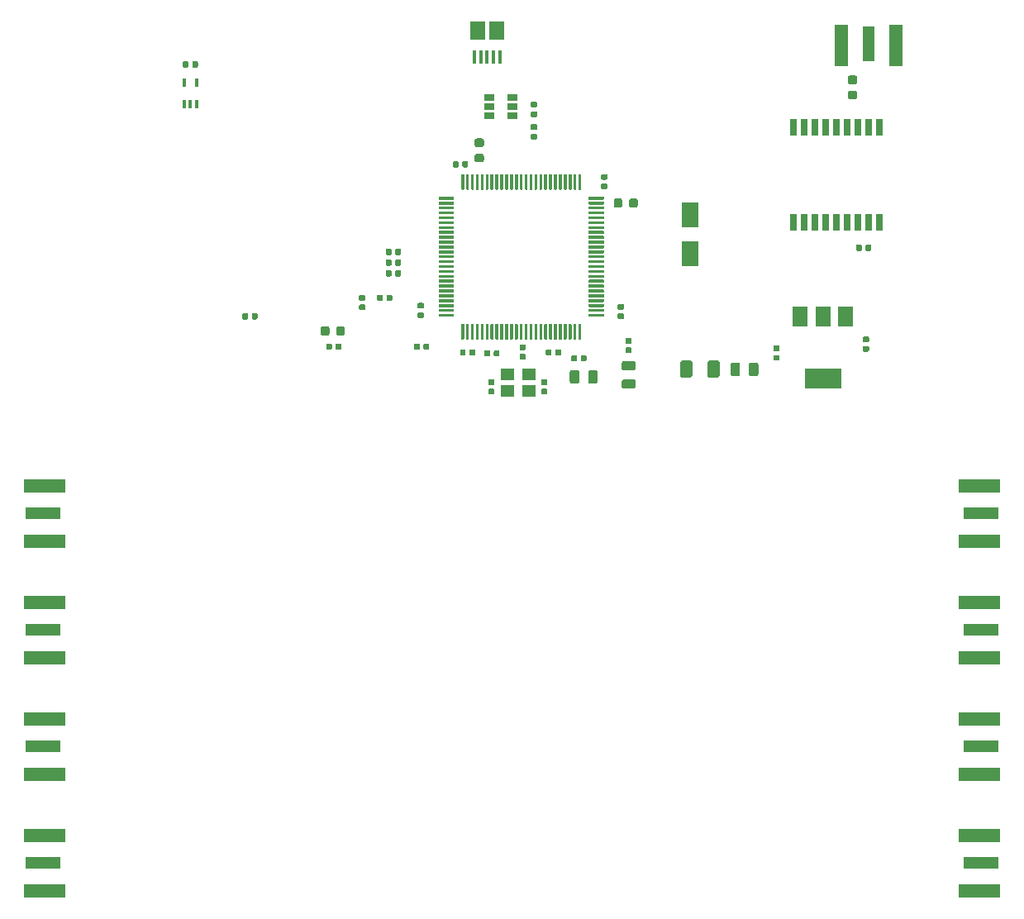
<source format=gbr>
G04 #@! TF.GenerationSoftware,KiCad,Pcbnew,5.1.5+dfsg1-2build2*
G04 #@! TF.CreationDate,2021-02-28T13:03:34-05:00*
G04 #@! TF.ProjectId,gpsdo,67707364-6f2e-46b6-9963-61645f706362,rev?*
G04 #@! TF.SameCoordinates,Original*
G04 #@! TF.FileFunction,Paste,Top*
G04 #@! TF.FilePolarity,Positive*
%FSLAX46Y46*%
G04 Gerber Fmt 4.6, Leading zero omitted, Abs format (unit mm)*
G04 Created by KiCad (PCBNEW 5.1.5+dfsg1-2build2) date 2021-02-28 13:03:34*
%MOMM*%
%LPD*%
G04 APERTURE LIST*
%ADD10R,0.800000X1.800000*%
%ADD11R,1.270000X3.600000*%
%ADD12R,1.350000X4.200000*%
%ADD13C,0.100000*%
%ADD14R,1.800000X2.500000*%
%ADD15R,1.500000X1.900000*%
%ADD16R,0.400000X1.350000*%
%ADD17R,1.500000X2.000000*%
%ADD18R,3.800000X2.000000*%
%ADD19R,0.400000X0.900000*%
%ADD20R,1.400000X1.200000*%
%ADD21R,3.600000X1.270000*%
%ADD22R,4.200000X1.350000*%
%ADD23R,1.000000X0.700000*%
G04 APERTURE END LIST*
D10*
X78780000Y-10450000D03*
X79880000Y-10450000D03*
X80980000Y-10450000D03*
X82080000Y-10450000D03*
X83180000Y-10450000D03*
X84280000Y-10450000D03*
X85380000Y-10450000D03*
X86480000Y-10450000D03*
X87580000Y-10450000D03*
X87580000Y-20150000D03*
X86480000Y-20150000D03*
X85380000Y-20150000D03*
X84280000Y-20150000D03*
X83180000Y-20150000D03*
X82080000Y-20150000D03*
X80980000Y-20150000D03*
X79880000Y-20150000D03*
X78780000Y-20150000D03*
D11*
X86480000Y-1860000D03*
D12*
X83655000Y-2060000D03*
X89305000Y-2060000D03*
D13*
G36*
X40376958Y-32580710D02*
G01*
X40391276Y-32582834D01*
X40405317Y-32586351D01*
X40418946Y-32591228D01*
X40432031Y-32597417D01*
X40444447Y-32604858D01*
X40456073Y-32613481D01*
X40466798Y-32623202D01*
X40476519Y-32633927D01*
X40485142Y-32645553D01*
X40492583Y-32657969D01*
X40498772Y-32671054D01*
X40503649Y-32684683D01*
X40507166Y-32698724D01*
X40509290Y-32713042D01*
X40510000Y-32727500D01*
X40510000Y-33072500D01*
X40509290Y-33086958D01*
X40507166Y-33101276D01*
X40503649Y-33115317D01*
X40498772Y-33128946D01*
X40492583Y-33142031D01*
X40485142Y-33154447D01*
X40476519Y-33166073D01*
X40466798Y-33176798D01*
X40456073Y-33186519D01*
X40444447Y-33195142D01*
X40432031Y-33202583D01*
X40418946Y-33208772D01*
X40405317Y-33213649D01*
X40391276Y-33217166D01*
X40376958Y-33219290D01*
X40362500Y-33220000D01*
X40067500Y-33220000D01*
X40053042Y-33219290D01*
X40038724Y-33217166D01*
X40024683Y-33213649D01*
X40011054Y-33208772D01*
X39997969Y-33202583D01*
X39985553Y-33195142D01*
X39973927Y-33186519D01*
X39963202Y-33176798D01*
X39953481Y-33166073D01*
X39944858Y-33154447D01*
X39937417Y-33142031D01*
X39931228Y-33128946D01*
X39926351Y-33115317D01*
X39922834Y-33101276D01*
X39920710Y-33086958D01*
X39920000Y-33072500D01*
X39920000Y-32727500D01*
X39920710Y-32713042D01*
X39922834Y-32698724D01*
X39926351Y-32684683D01*
X39931228Y-32671054D01*
X39937417Y-32657969D01*
X39944858Y-32645553D01*
X39953481Y-32633927D01*
X39963202Y-32623202D01*
X39973927Y-32613481D01*
X39985553Y-32604858D01*
X39997969Y-32597417D01*
X40011054Y-32591228D01*
X40024683Y-32586351D01*
X40038724Y-32582834D01*
X40053042Y-32580710D01*
X40067500Y-32580000D01*
X40362500Y-32580000D01*
X40376958Y-32580710D01*
G37*
G36*
X41346958Y-32580710D02*
G01*
X41361276Y-32582834D01*
X41375317Y-32586351D01*
X41388946Y-32591228D01*
X41402031Y-32597417D01*
X41414447Y-32604858D01*
X41426073Y-32613481D01*
X41436798Y-32623202D01*
X41446519Y-32633927D01*
X41455142Y-32645553D01*
X41462583Y-32657969D01*
X41468772Y-32671054D01*
X41473649Y-32684683D01*
X41477166Y-32698724D01*
X41479290Y-32713042D01*
X41480000Y-32727500D01*
X41480000Y-33072500D01*
X41479290Y-33086958D01*
X41477166Y-33101276D01*
X41473649Y-33115317D01*
X41468772Y-33128946D01*
X41462583Y-33142031D01*
X41455142Y-33154447D01*
X41446519Y-33166073D01*
X41436798Y-33176798D01*
X41426073Y-33186519D01*
X41414447Y-33195142D01*
X41402031Y-33202583D01*
X41388946Y-33208772D01*
X41375317Y-33213649D01*
X41361276Y-33217166D01*
X41346958Y-33219290D01*
X41332500Y-33220000D01*
X41037500Y-33220000D01*
X41023042Y-33219290D01*
X41008724Y-33217166D01*
X40994683Y-33213649D01*
X40981054Y-33208772D01*
X40967969Y-33202583D01*
X40955553Y-33195142D01*
X40943927Y-33186519D01*
X40933202Y-33176798D01*
X40923481Y-33166073D01*
X40914858Y-33154447D01*
X40907417Y-33142031D01*
X40901228Y-33128946D01*
X40896351Y-33115317D01*
X40892834Y-33101276D01*
X40890710Y-33086958D01*
X40890000Y-33072500D01*
X40890000Y-32727500D01*
X40890710Y-32713042D01*
X40892834Y-32698724D01*
X40896351Y-32684683D01*
X40901228Y-32671054D01*
X40907417Y-32657969D01*
X40914858Y-32645553D01*
X40923481Y-32633927D01*
X40933202Y-32623202D01*
X40943927Y-32613481D01*
X40955553Y-32604858D01*
X40967969Y-32597417D01*
X40981054Y-32591228D01*
X40994683Y-32586351D01*
X41008724Y-32582834D01*
X41023042Y-32580710D01*
X41037500Y-32580000D01*
X41332500Y-32580000D01*
X41346958Y-32580710D01*
G37*
G36*
X45326958Y-13900710D02*
G01*
X45341276Y-13902834D01*
X45355317Y-13906351D01*
X45368946Y-13911228D01*
X45382031Y-13917417D01*
X45394447Y-13924858D01*
X45406073Y-13933481D01*
X45416798Y-13943202D01*
X45426519Y-13953927D01*
X45435142Y-13965553D01*
X45442583Y-13977969D01*
X45448772Y-13991054D01*
X45453649Y-14004683D01*
X45457166Y-14018724D01*
X45459290Y-14033042D01*
X45460000Y-14047500D01*
X45460000Y-14392500D01*
X45459290Y-14406958D01*
X45457166Y-14421276D01*
X45453649Y-14435317D01*
X45448772Y-14448946D01*
X45442583Y-14462031D01*
X45435142Y-14474447D01*
X45426519Y-14486073D01*
X45416798Y-14496798D01*
X45406073Y-14506519D01*
X45394447Y-14515142D01*
X45382031Y-14522583D01*
X45368946Y-14528772D01*
X45355317Y-14533649D01*
X45341276Y-14537166D01*
X45326958Y-14539290D01*
X45312500Y-14540000D01*
X45017500Y-14540000D01*
X45003042Y-14539290D01*
X44988724Y-14537166D01*
X44974683Y-14533649D01*
X44961054Y-14528772D01*
X44947969Y-14522583D01*
X44935553Y-14515142D01*
X44923927Y-14506519D01*
X44913202Y-14496798D01*
X44903481Y-14486073D01*
X44894858Y-14474447D01*
X44887417Y-14462031D01*
X44881228Y-14448946D01*
X44876351Y-14435317D01*
X44872834Y-14421276D01*
X44870710Y-14406958D01*
X44870000Y-14392500D01*
X44870000Y-14047500D01*
X44870710Y-14033042D01*
X44872834Y-14018724D01*
X44876351Y-14004683D01*
X44881228Y-13991054D01*
X44887417Y-13977969D01*
X44894858Y-13965553D01*
X44903481Y-13953927D01*
X44913202Y-13943202D01*
X44923927Y-13933481D01*
X44935553Y-13924858D01*
X44947969Y-13917417D01*
X44961054Y-13911228D01*
X44974683Y-13906351D01*
X44988724Y-13902834D01*
X45003042Y-13900710D01*
X45017500Y-13900000D01*
X45312500Y-13900000D01*
X45326958Y-13900710D01*
G37*
G36*
X44356958Y-13900710D02*
G01*
X44371276Y-13902834D01*
X44385317Y-13906351D01*
X44398946Y-13911228D01*
X44412031Y-13917417D01*
X44424447Y-13924858D01*
X44436073Y-13933481D01*
X44446798Y-13943202D01*
X44456519Y-13953927D01*
X44465142Y-13965553D01*
X44472583Y-13977969D01*
X44478772Y-13991054D01*
X44483649Y-14004683D01*
X44487166Y-14018724D01*
X44489290Y-14033042D01*
X44490000Y-14047500D01*
X44490000Y-14392500D01*
X44489290Y-14406958D01*
X44487166Y-14421276D01*
X44483649Y-14435317D01*
X44478772Y-14448946D01*
X44472583Y-14462031D01*
X44465142Y-14474447D01*
X44456519Y-14486073D01*
X44446798Y-14496798D01*
X44436073Y-14506519D01*
X44424447Y-14515142D01*
X44412031Y-14522583D01*
X44398946Y-14528772D01*
X44385317Y-14533649D01*
X44371276Y-14537166D01*
X44356958Y-14539290D01*
X44342500Y-14540000D01*
X44047500Y-14540000D01*
X44033042Y-14539290D01*
X44018724Y-14537166D01*
X44004683Y-14533649D01*
X43991054Y-14528772D01*
X43977969Y-14522583D01*
X43965553Y-14515142D01*
X43953927Y-14506519D01*
X43943202Y-14496798D01*
X43933481Y-14486073D01*
X43924858Y-14474447D01*
X43917417Y-14462031D01*
X43911228Y-14448946D01*
X43906351Y-14435317D01*
X43902834Y-14421276D01*
X43900710Y-14406958D01*
X43900000Y-14392500D01*
X43900000Y-14047500D01*
X43900710Y-14033042D01*
X43902834Y-14018724D01*
X43906351Y-14004683D01*
X43911228Y-13991054D01*
X43917417Y-13977969D01*
X43924858Y-13965553D01*
X43933481Y-13953927D01*
X43943202Y-13943202D01*
X43953927Y-13933481D01*
X43965553Y-13924858D01*
X43977969Y-13917417D01*
X43991054Y-13911228D01*
X44004683Y-13906351D01*
X44018724Y-13902834D01*
X44033042Y-13900710D01*
X44047500Y-13900000D01*
X44342500Y-13900000D01*
X44356958Y-13900710D01*
G37*
G36*
X59586958Y-15220710D02*
G01*
X59601276Y-15222834D01*
X59615317Y-15226351D01*
X59628946Y-15231228D01*
X59642031Y-15237417D01*
X59654447Y-15244858D01*
X59666073Y-15253481D01*
X59676798Y-15263202D01*
X59686519Y-15273927D01*
X59695142Y-15285553D01*
X59702583Y-15297969D01*
X59708772Y-15311054D01*
X59713649Y-15324683D01*
X59717166Y-15338724D01*
X59719290Y-15353042D01*
X59720000Y-15367500D01*
X59720000Y-15662500D01*
X59719290Y-15676958D01*
X59717166Y-15691276D01*
X59713649Y-15705317D01*
X59708772Y-15718946D01*
X59702583Y-15732031D01*
X59695142Y-15744447D01*
X59686519Y-15756073D01*
X59676798Y-15766798D01*
X59666073Y-15776519D01*
X59654447Y-15785142D01*
X59642031Y-15792583D01*
X59628946Y-15798772D01*
X59615317Y-15803649D01*
X59601276Y-15807166D01*
X59586958Y-15809290D01*
X59572500Y-15810000D01*
X59227500Y-15810000D01*
X59213042Y-15809290D01*
X59198724Y-15807166D01*
X59184683Y-15803649D01*
X59171054Y-15798772D01*
X59157969Y-15792583D01*
X59145553Y-15785142D01*
X59133927Y-15776519D01*
X59123202Y-15766798D01*
X59113481Y-15756073D01*
X59104858Y-15744447D01*
X59097417Y-15732031D01*
X59091228Y-15718946D01*
X59086351Y-15705317D01*
X59082834Y-15691276D01*
X59080710Y-15676958D01*
X59080000Y-15662500D01*
X59080000Y-15367500D01*
X59080710Y-15353042D01*
X59082834Y-15338724D01*
X59086351Y-15324683D01*
X59091228Y-15311054D01*
X59097417Y-15297969D01*
X59104858Y-15285553D01*
X59113481Y-15273927D01*
X59123202Y-15263202D01*
X59133927Y-15253481D01*
X59145553Y-15244858D01*
X59157969Y-15237417D01*
X59171054Y-15231228D01*
X59184683Y-15226351D01*
X59198724Y-15222834D01*
X59213042Y-15220710D01*
X59227500Y-15220000D01*
X59572500Y-15220000D01*
X59586958Y-15220710D01*
G37*
G36*
X59586958Y-16190710D02*
G01*
X59601276Y-16192834D01*
X59615317Y-16196351D01*
X59628946Y-16201228D01*
X59642031Y-16207417D01*
X59654447Y-16214858D01*
X59666073Y-16223481D01*
X59676798Y-16233202D01*
X59686519Y-16243927D01*
X59695142Y-16255553D01*
X59702583Y-16267969D01*
X59708772Y-16281054D01*
X59713649Y-16294683D01*
X59717166Y-16308724D01*
X59719290Y-16323042D01*
X59720000Y-16337500D01*
X59720000Y-16632500D01*
X59719290Y-16646958D01*
X59717166Y-16661276D01*
X59713649Y-16675317D01*
X59708772Y-16688946D01*
X59702583Y-16702031D01*
X59695142Y-16714447D01*
X59686519Y-16726073D01*
X59676798Y-16736798D01*
X59666073Y-16746519D01*
X59654447Y-16755142D01*
X59642031Y-16762583D01*
X59628946Y-16768772D01*
X59615317Y-16773649D01*
X59601276Y-16777166D01*
X59586958Y-16779290D01*
X59572500Y-16780000D01*
X59227500Y-16780000D01*
X59213042Y-16779290D01*
X59198724Y-16777166D01*
X59184683Y-16773649D01*
X59171054Y-16768772D01*
X59157969Y-16762583D01*
X59145553Y-16755142D01*
X59133927Y-16746519D01*
X59123202Y-16736798D01*
X59113481Y-16726073D01*
X59104858Y-16714447D01*
X59097417Y-16702031D01*
X59091228Y-16688946D01*
X59086351Y-16675317D01*
X59082834Y-16661276D01*
X59080710Y-16646958D01*
X59080000Y-16632500D01*
X59080000Y-16337500D01*
X59080710Y-16323042D01*
X59082834Y-16308724D01*
X59086351Y-16294683D01*
X59091228Y-16281054D01*
X59097417Y-16267969D01*
X59104858Y-16255553D01*
X59113481Y-16243927D01*
X59123202Y-16233202D01*
X59133927Y-16223481D01*
X59145553Y-16214858D01*
X59157969Y-16207417D01*
X59171054Y-16201228D01*
X59184683Y-16196351D01*
X59198724Y-16192834D01*
X59213042Y-16190710D01*
X59227500Y-16190000D01*
X59572500Y-16190000D01*
X59586958Y-16190710D01*
G37*
G36*
X61286958Y-29490710D02*
G01*
X61301276Y-29492834D01*
X61315317Y-29496351D01*
X61328946Y-29501228D01*
X61342031Y-29507417D01*
X61354447Y-29514858D01*
X61366073Y-29523481D01*
X61376798Y-29533202D01*
X61386519Y-29543927D01*
X61395142Y-29555553D01*
X61402583Y-29567969D01*
X61408772Y-29581054D01*
X61413649Y-29594683D01*
X61417166Y-29608724D01*
X61419290Y-29623042D01*
X61420000Y-29637500D01*
X61420000Y-29932500D01*
X61419290Y-29946958D01*
X61417166Y-29961276D01*
X61413649Y-29975317D01*
X61408772Y-29988946D01*
X61402583Y-30002031D01*
X61395142Y-30014447D01*
X61386519Y-30026073D01*
X61376798Y-30036798D01*
X61366073Y-30046519D01*
X61354447Y-30055142D01*
X61342031Y-30062583D01*
X61328946Y-30068772D01*
X61315317Y-30073649D01*
X61301276Y-30077166D01*
X61286958Y-30079290D01*
X61272500Y-30080000D01*
X60927500Y-30080000D01*
X60913042Y-30079290D01*
X60898724Y-30077166D01*
X60884683Y-30073649D01*
X60871054Y-30068772D01*
X60857969Y-30062583D01*
X60845553Y-30055142D01*
X60833927Y-30046519D01*
X60823202Y-30036798D01*
X60813481Y-30026073D01*
X60804858Y-30014447D01*
X60797417Y-30002031D01*
X60791228Y-29988946D01*
X60786351Y-29975317D01*
X60782834Y-29961276D01*
X60780710Y-29946958D01*
X60780000Y-29932500D01*
X60780000Y-29637500D01*
X60780710Y-29623042D01*
X60782834Y-29608724D01*
X60786351Y-29594683D01*
X60791228Y-29581054D01*
X60797417Y-29567969D01*
X60804858Y-29555553D01*
X60813481Y-29543927D01*
X60823202Y-29533202D01*
X60833927Y-29523481D01*
X60845553Y-29514858D01*
X60857969Y-29507417D01*
X60871054Y-29501228D01*
X60884683Y-29496351D01*
X60898724Y-29492834D01*
X60913042Y-29490710D01*
X60927500Y-29490000D01*
X61272500Y-29490000D01*
X61286958Y-29490710D01*
G37*
G36*
X61286958Y-28520710D02*
G01*
X61301276Y-28522834D01*
X61315317Y-28526351D01*
X61328946Y-28531228D01*
X61342031Y-28537417D01*
X61354447Y-28544858D01*
X61366073Y-28553481D01*
X61376798Y-28563202D01*
X61386519Y-28573927D01*
X61395142Y-28585553D01*
X61402583Y-28597969D01*
X61408772Y-28611054D01*
X61413649Y-28624683D01*
X61417166Y-28638724D01*
X61419290Y-28653042D01*
X61420000Y-28667500D01*
X61420000Y-28962500D01*
X61419290Y-28976958D01*
X61417166Y-28991276D01*
X61413649Y-29005317D01*
X61408772Y-29018946D01*
X61402583Y-29032031D01*
X61395142Y-29044447D01*
X61386519Y-29056073D01*
X61376798Y-29066798D01*
X61366073Y-29076519D01*
X61354447Y-29085142D01*
X61342031Y-29092583D01*
X61328946Y-29098772D01*
X61315317Y-29103649D01*
X61301276Y-29107166D01*
X61286958Y-29109290D01*
X61272500Y-29110000D01*
X60927500Y-29110000D01*
X60913042Y-29109290D01*
X60898724Y-29107166D01*
X60884683Y-29103649D01*
X60871054Y-29098772D01*
X60857969Y-29092583D01*
X60845553Y-29085142D01*
X60833927Y-29076519D01*
X60823202Y-29066798D01*
X60813481Y-29056073D01*
X60804858Y-29044447D01*
X60797417Y-29032031D01*
X60791228Y-29018946D01*
X60786351Y-29005317D01*
X60782834Y-28991276D01*
X60780710Y-28976958D01*
X60780000Y-28962500D01*
X60780000Y-28667500D01*
X60780710Y-28653042D01*
X60782834Y-28638724D01*
X60786351Y-28624683D01*
X60791228Y-28611054D01*
X60797417Y-28597969D01*
X60804858Y-28585553D01*
X60813481Y-28573927D01*
X60823202Y-28563202D01*
X60833927Y-28553481D01*
X60845553Y-28544858D01*
X60857969Y-28537417D01*
X60871054Y-28531228D01*
X60884683Y-28526351D01*
X60898724Y-28522834D01*
X60913042Y-28520710D01*
X60927500Y-28520000D01*
X61272500Y-28520000D01*
X61286958Y-28520710D01*
G37*
G36*
X54846958Y-33180710D02*
G01*
X54861276Y-33182834D01*
X54875317Y-33186351D01*
X54888946Y-33191228D01*
X54902031Y-33197417D01*
X54914447Y-33204858D01*
X54926073Y-33213481D01*
X54936798Y-33223202D01*
X54946519Y-33233927D01*
X54955142Y-33245553D01*
X54962583Y-33257969D01*
X54968772Y-33271054D01*
X54973649Y-33284683D01*
X54977166Y-33298724D01*
X54979290Y-33313042D01*
X54980000Y-33327500D01*
X54980000Y-33672500D01*
X54979290Y-33686958D01*
X54977166Y-33701276D01*
X54973649Y-33715317D01*
X54968772Y-33728946D01*
X54962583Y-33742031D01*
X54955142Y-33754447D01*
X54946519Y-33766073D01*
X54936798Y-33776798D01*
X54926073Y-33786519D01*
X54914447Y-33795142D01*
X54902031Y-33802583D01*
X54888946Y-33808772D01*
X54875317Y-33813649D01*
X54861276Y-33817166D01*
X54846958Y-33819290D01*
X54832500Y-33820000D01*
X54537500Y-33820000D01*
X54523042Y-33819290D01*
X54508724Y-33817166D01*
X54494683Y-33813649D01*
X54481054Y-33808772D01*
X54467969Y-33802583D01*
X54455553Y-33795142D01*
X54443927Y-33786519D01*
X54433202Y-33776798D01*
X54423481Y-33766073D01*
X54414858Y-33754447D01*
X54407417Y-33742031D01*
X54401228Y-33728946D01*
X54396351Y-33715317D01*
X54392834Y-33701276D01*
X54390710Y-33686958D01*
X54390000Y-33672500D01*
X54390000Y-33327500D01*
X54390710Y-33313042D01*
X54392834Y-33298724D01*
X54396351Y-33284683D01*
X54401228Y-33271054D01*
X54407417Y-33257969D01*
X54414858Y-33245553D01*
X54423481Y-33233927D01*
X54433202Y-33223202D01*
X54443927Y-33213481D01*
X54455553Y-33204858D01*
X54467969Y-33197417D01*
X54481054Y-33191228D01*
X54494683Y-33186351D01*
X54508724Y-33182834D01*
X54523042Y-33180710D01*
X54537500Y-33180000D01*
X54832500Y-33180000D01*
X54846958Y-33180710D01*
G37*
G36*
X53876958Y-33180710D02*
G01*
X53891276Y-33182834D01*
X53905317Y-33186351D01*
X53918946Y-33191228D01*
X53932031Y-33197417D01*
X53944447Y-33204858D01*
X53956073Y-33213481D01*
X53966798Y-33223202D01*
X53976519Y-33233927D01*
X53985142Y-33245553D01*
X53992583Y-33257969D01*
X53998772Y-33271054D01*
X54003649Y-33284683D01*
X54007166Y-33298724D01*
X54009290Y-33313042D01*
X54010000Y-33327500D01*
X54010000Y-33672500D01*
X54009290Y-33686958D01*
X54007166Y-33701276D01*
X54003649Y-33715317D01*
X53998772Y-33728946D01*
X53992583Y-33742031D01*
X53985142Y-33754447D01*
X53976519Y-33766073D01*
X53966798Y-33776798D01*
X53956073Y-33786519D01*
X53944447Y-33795142D01*
X53932031Y-33802583D01*
X53918946Y-33808772D01*
X53905317Y-33813649D01*
X53891276Y-33817166D01*
X53876958Y-33819290D01*
X53862500Y-33820000D01*
X53567500Y-33820000D01*
X53553042Y-33819290D01*
X53538724Y-33817166D01*
X53524683Y-33813649D01*
X53511054Y-33808772D01*
X53497969Y-33802583D01*
X53485553Y-33795142D01*
X53473927Y-33786519D01*
X53463202Y-33776798D01*
X53453481Y-33766073D01*
X53444858Y-33754447D01*
X53437417Y-33742031D01*
X53431228Y-33728946D01*
X53426351Y-33715317D01*
X53422834Y-33701276D01*
X53420710Y-33686958D01*
X53420000Y-33672500D01*
X53420000Y-33327500D01*
X53420710Y-33313042D01*
X53422834Y-33298724D01*
X53426351Y-33284683D01*
X53431228Y-33271054D01*
X53437417Y-33257969D01*
X53444858Y-33245553D01*
X53453481Y-33233927D01*
X53463202Y-33223202D01*
X53473927Y-33213481D01*
X53485553Y-33204858D01*
X53497969Y-33197417D01*
X53511054Y-33191228D01*
X53524683Y-33186351D01*
X53538724Y-33182834D01*
X53553042Y-33180710D01*
X53567500Y-33180000D01*
X53862500Y-33180000D01*
X53876958Y-33180710D01*
G37*
G36*
X57446958Y-33780710D02*
G01*
X57461276Y-33782834D01*
X57475317Y-33786351D01*
X57488946Y-33791228D01*
X57502031Y-33797417D01*
X57514447Y-33804858D01*
X57526073Y-33813481D01*
X57536798Y-33823202D01*
X57546519Y-33833927D01*
X57555142Y-33845553D01*
X57562583Y-33857969D01*
X57568772Y-33871054D01*
X57573649Y-33884683D01*
X57577166Y-33898724D01*
X57579290Y-33913042D01*
X57580000Y-33927500D01*
X57580000Y-34272500D01*
X57579290Y-34286958D01*
X57577166Y-34301276D01*
X57573649Y-34315317D01*
X57568772Y-34328946D01*
X57562583Y-34342031D01*
X57555142Y-34354447D01*
X57546519Y-34366073D01*
X57536798Y-34376798D01*
X57526073Y-34386519D01*
X57514447Y-34395142D01*
X57502031Y-34402583D01*
X57488946Y-34408772D01*
X57475317Y-34413649D01*
X57461276Y-34417166D01*
X57446958Y-34419290D01*
X57432500Y-34420000D01*
X57137500Y-34420000D01*
X57123042Y-34419290D01*
X57108724Y-34417166D01*
X57094683Y-34413649D01*
X57081054Y-34408772D01*
X57067969Y-34402583D01*
X57055553Y-34395142D01*
X57043927Y-34386519D01*
X57033202Y-34376798D01*
X57023481Y-34366073D01*
X57014858Y-34354447D01*
X57007417Y-34342031D01*
X57001228Y-34328946D01*
X56996351Y-34315317D01*
X56992834Y-34301276D01*
X56990710Y-34286958D01*
X56990000Y-34272500D01*
X56990000Y-33927500D01*
X56990710Y-33913042D01*
X56992834Y-33898724D01*
X56996351Y-33884683D01*
X57001228Y-33871054D01*
X57007417Y-33857969D01*
X57014858Y-33845553D01*
X57023481Y-33833927D01*
X57033202Y-33823202D01*
X57043927Y-33813481D01*
X57055553Y-33804858D01*
X57067969Y-33797417D01*
X57081054Y-33791228D01*
X57094683Y-33786351D01*
X57108724Y-33782834D01*
X57123042Y-33780710D01*
X57137500Y-33780000D01*
X57432500Y-33780000D01*
X57446958Y-33780710D01*
G37*
G36*
X56476958Y-33780710D02*
G01*
X56491276Y-33782834D01*
X56505317Y-33786351D01*
X56518946Y-33791228D01*
X56532031Y-33797417D01*
X56544447Y-33804858D01*
X56556073Y-33813481D01*
X56566798Y-33823202D01*
X56576519Y-33833927D01*
X56585142Y-33845553D01*
X56592583Y-33857969D01*
X56598772Y-33871054D01*
X56603649Y-33884683D01*
X56607166Y-33898724D01*
X56609290Y-33913042D01*
X56610000Y-33927500D01*
X56610000Y-34272500D01*
X56609290Y-34286958D01*
X56607166Y-34301276D01*
X56603649Y-34315317D01*
X56598772Y-34328946D01*
X56592583Y-34342031D01*
X56585142Y-34354447D01*
X56576519Y-34366073D01*
X56566798Y-34376798D01*
X56556073Y-34386519D01*
X56544447Y-34395142D01*
X56532031Y-34402583D01*
X56518946Y-34408772D01*
X56505317Y-34413649D01*
X56491276Y-34417166D01*
X56476958Y-34419290D01*
X56462500Y-34420000D01*
X56167500Y-34420000D01*
X56153042Y-34419290D01*
X56138724Y-34417166D01*
X56124683Y-34413649D01*
X56111054Y-34408772D01*
X56097969Y-34402583D01*
X56085553Y-34395142D01*
X56073927Y-34386519D01*
X56063202Y-34376798D01*
X56053481Y-34366073D01*
X56044858Y-34354447D01*
X56037417Y-34342031D01*
X56031228Y-34328946D01*
X56026351Y-34315317D01*
X56022834Y-34301276D01*
X56020710Y-34286958D01*
X56020000Y-34272500D01*
X56020000Y-33927500D01*
X56020710Y-33913042D01*
X56022834Y-33898724D01*
X56026351Y-33884683D01*
X56031228Y-33871054D01*
X56037417Y-33857969D01*
X56044858Y-33845553D01*
X56053481Y-33833927D01*
X56063202Y-33823202D01*
X56073927Y-33813481D01*
X56085553Y-33804858D01*
X56097969Y-33797417D01*
X56111054Y-33791228D01*
X56124683Y-33786351D01*
X56138724Y-33782834D01*
X56153042Y-33780710D01*
X56167500Y-33780000D01*
X56462500Y-33780000D01*
X56476958Y-33780710D01*
G37*
G36*
X40786958Y-28420710D02*
G01*
X40801276Y-28422834D01*
X40815317Y-28426351D01*
X40828946Y-28431228D01*
X40842031Y-28437417D01*
X40854447Y-28444858D01*
X40866073Y-28453481D01*
X40876798Y-28463202D01*
X40886519Y-28473927D01*
X40895142Y-28485553D01*
X40902583Y-28497969D01*
X40908772Y-28511054D01*
X40913649Y-28524683D01*
X40917166Y-28538724D01*
X40919290Y-28553042D01*
X40920000Y-28567500D01*
X40920000Y-28862500D01*
X40919290Y-28876958D01*
X40917166Y-28891276D01*
X40913649Y-28905317D01*
X40908772Y-28918946D01*
X40902583Y-28932031D01*
X40895142Y-28944447D01*
X40886519Y-28956073D01*
X40876798Y-28966798D01*
X40866073Y-28976519D01*
X40854447Y-28985142D01*
X40842031Y-28992583D01*
X40828946Y-28998772D01*
X40815317Y-29003649D01*
X40801276Y-29007166D01*
X40786958Y-29009290D01*
X40772500Y-29010000D01*
X40427500Y-29010000D01*
X40413042Y-29009290D01*
X40398724Y-29007166D01*
X40384683Y-29003649D01*
X40371054Y-28998772D01*
X40357969Y-28992583D01*
X40345553Y-28985142D01*
X40333927Y-28976519D01*
X40323202Y-28966798D01*
X40313481Y-28956073D01*
X40304858Y-28944447D01*
X40297417Y-28932031D01*
X40291228Y-28918946D01*
X40286351Y-28905317D01*
X40282834Y-28891276D01*
X40280710Y-28876958D01*
X40280000Y-28862500D01*
X40280000Y-28567500D01*
X40280710Y-28553042D01*
X40282834Y-28538724D01*
X40286351Y-28524683D01*
X40291228Y-28511054D01*
X40297417Y-28497969D01*
X40304858Y-28485553D01*
X40313481Y-28473927D01*
X40323202Y-28463202D01*
X40333927Y-28453481D01*
X40345553Y-28444858D01*
X40357969Y-28437417D01*
X40371054Y-28431228D01*
X40384683Y-28426351D01*
X40398724Y-28422834D01*
X40413042Y-28420710D01*
X40427500Y-28420000D01*
X40772500Y-28420000D01*
X40786958Y-28420710D01*
G37*
G36*
X40786958Y-29390710D02*
G01*
X40801276Y-29392834D01*
X40815317Y-29396351D01*
X40828946Y-29401228D01*
X40842031Y-29407417D01*
X40854447Y-29414858D01*
X40866073Y-29423481D01*
X40876798Y-29433202D01*
X40886519Y-29443927D01*
X40895142Y-29455553D01*
X40902583Y-29467969D01*
X40908772Y-29481054D01*
X40913649Y-29494683D01*
X40917166Y-29508724D01*
X40919290Y-29523042D01*
X40920000Y-29537500D01*
X40920000Y-29832500D01*
X40919290Y-29846958D01*
X40917166Y-29861276D01*
X40913649Y-29875317D01*
X40908772Y-29888946D01*
X40902583Y-29902031D01*
X40895142Y-29914447D01*
X40886519Y-29926073D01*
X40876798Y-29936798D01*
X40866073Y-29946519D01*
X40854447Y-29955142D01*
X40842031Y-29962583D01*
X40828946Y-29968772D01*
X40815317Y-29973649D01*
X40801276Y-29977166D01*
X40786958Y-29979290D01*
X40772500Y-29980000D01*
X40427500Y-29980000D01*
X40413042Y-29979290D01*
X40398724Y-29977166D01*
X40384683Y-29973649D01*
X40371054Y-29968772D01*
X40357969Y-29962583D01*
X40345553Y-29955142D01*
X40333927Y-29946519D01*
X40323202Y-29936798D01*
X40313481Y-29926073D01*
X40304858Y-29914447D01*
X40297417Y-29902031D01*
X40291228Y-29888946D01*
X40286351Y-29875317D01*
X40282834Y-29861276D01*
X40280710Y-29846958D01*
X40280000Y-29832500D01*
X40280000Y-29537500D01*
X40280710Y-29523042D01*
X40282834Y-29508724D01*
X40286351Y-29494683D01*
X40291228Y-29481054D01*
X40297417Y-29467969D01*
X40304858Y-29455553D01*
X40313481Y-29443927D01*
X40323202Y-29433202D01*
X40333927Y-29423481D01*
X40345553Y-29414858D01*
X40357969Y-29407417D01*
X40371054Y-29401228D01*
X40384683Y-29396351D01*
X40398724Y-29392834D01*
X40413042Y-29390710D01*
X40427500Y-29390000D01*
X40772500Y-29390000D01*
X40786958Y-29390710D01*
G37*
G36*
X47576958Y-33280710D02*
G01*
X47591276Y-33282834D01*
X47605317Y-33286351D01*
X47618946Y-33291228D01*
X47632031Y-33297417D01*
X47644447Y-33304858D01*
X47656073Y-33313481D01*
X47666798Y-33323202D01*
X47676519Y-33333927D01*
X47685142Y-33345553D01*
X47692583Y-33357969D01*
X47698772Y-33371054D01*
X47703649Y-33384683D01*
X47707166Y-33398724D01*
X47709290Y-33413042D01*
X47710000Y-33427500D01*
X47710000Y-33772500D01*
X47709290Y-33786958D01*
X47707166Y-33801276D01*
X47703649Y-33815317D01*
X47698772Y-33828946D01*
X47692583Y-33842031D01*
X47685142Y-33854447D01*
X47676519Y-33866073D01*
X47666798Y-33876798D01*
X47656073Y-33886519D01*
X47644447Y-33895142D01*
X47632031Y-33902583D01*
X47618946Y-33908772D01*
X47605317Y-33913649D01*
X47591276Y-33917166D01*
X47576958Y-33919290D01*
X47562500Y-33920000D01*
X47267500Y-33920000D01*
X47253042Y-33919290D01*
X47238724Y-33917166D01*
X47224683Y-33913649D01*
X47211054Y-33908772D01*
X47197969Y-33902583D01*
X47185553Y-33895142D01*
X47173927Y-33886519D01*
X47163202Y-33876798D01*
X47153481Y-33866073D01*
X47144858Y-33854447D01*
X47137417Y-33842031D01*
X47131228Y-33828946D01*
X47126351Y-33815317D01*
X47122834Y-33801276D01*
X47120710Y-33786958D01*
X47120000Y-33772500D01*
X47120000Y-33427500D01*
X47120710Y-33413042D01*
X47122834Y-33398724D01*
X47126351Y-33384683D01*
X47131228Y-33371054D01*
X47137417Y-33357969D01*
X47144858Y-33345553D01*
X47153481Y-33333927D01*
X47163202Y-33323202D01*
X47173927Y-33313481D01*
X47185553Y-33304858D01*
X47197969Y-33297417D01*
X47211054Y-33291228D01*
X47224683Y-33286351D01*
X47238724Y-33282834D01*
X47253042Y-33280710D01*
X47267500Y-33280000D01*
X47562500Y-33280000D01*
X47576958Y-33280710D01*
G37*
G36*
X48546958Y-33280710D02*
G01*
X48561276Y-33282834D01*
X48575317Y-33286351D01*
X48588946Y-33291228D01*
X48602031Y-33297417D01*
X48614447Y-33304858D01*
X48626073Y-33313481D01*
X48636798Y-33323202D01*
X48646519Y-33333927D01*
X48655142Y-33345553D01*
X48662583Y-33357969D01*
X48668772Y-33371054D01*
X48673649Y-33384683D01*
X48677166Y-33398724D01*
X48679290Y-33413042D01*
X48680000Y-33427500D01*
X48680000Y-33772500D01*
X48679290Y-33786958D01*
X48677166Y-33801276D01*
X48673649Y-33815317D01*
X48668772Y-33828946D01*
X48662583Y-33842031D01*
X48655142Y-33854447D01*
X48646519Y-33866073D01*
X48636798Y-33876798D01*
X48626073Y-33886519D01*
X48614447Y-33895142D01*
X48602031Y-33902583D01*
X48588946Y-33908772D01*
X48575317Y-33913649D01*
X48561276Y-33917166D01*
X48546958Y-33919290D01*
X48532500Y-33920000D01*
X48237500Y-33920000D01*
X48223042Y-33919290D01*
X48208724Y-33917166D01*
X48194683Y-33913649D01*
X48181054Y-33908772D01*
X48167969Y-33902583D01*
X48155553Y-33895142D01*
X48143927Y-33886519D01*
X48133202Y-33876798D01*
X48123481Y-33866073D01*
X48114858Y-33854447D01*
X48107417Y-33842031D01*
X48101228Y-33828946D01*
X48096351Y-33815317D01*
X48092834Y-33801276D01*
X48090710Y-33786958D01*
X48090000Y-33772500D01*
X48090000Y-33427500D01*
X48090710Y-33413042D01*
X48092834Y-33398724D01*
X48096351Y-33384683D01*
X48101228Y-33371054D01*
X48107417Y-33357969D01*
X48114858Y-33345553D01*
X48123481Y-33333927D01*
X48133202Y-33323202D01*
X48143927Y-33313481D01*
X48155553Y-33304858D01*
X48167969Y-33297417D01*
X48181054Y-33291228D01*
X48194683Y-33286351D01*
X48208724Y-33282834D01*
X48223042Y-33280710D01*
X48237500Y-33280000D01*
X48532500Y-33280000D01*
X48546958Y-33280710D01*
G37*
G36*
X45076958Y-33180710D02*
G01*
X45091276Y-33182834D01*
X45105317Y-33186351D01*
X45118946Y-33191228D01*
X45132031Y-33197417D01*
X45144447Y-33204858D01*
X45156073Y-33213481D01*
X45166798Y-33223202D01*
X45176519Y-33233927D01*
X45185142Y-33245553D01*
X45192583Y-33257969D01*
X45198772Y-33271054D01*
X45203649Y-33284683D01*
X45207166Y-33298724D01*
X45209290Y-33313042D01*
X45210000Y-33327500D01*
X45210000Y-33672500D01*
X45209290Y-33686958D01*
X45207166Y-33701276D01*
X45203649Y-33715317D01*
X45198772Y-33728946D01*
X45192583Y-33742031D01*
X45185142Y-33754447D01*
X45176519Y-33766073D01*
X45166798Y-33776798D01*
X45156073Y-33786519D01*
X45144447Y-33795142D01*
X45132031Y-33802583D01*
X45118946Y-33808772D01*
X45105317Y-33813649D01*
X45091276Y-33817166D01*
X45076958Y-33819290D01*
X45062500Y-33820000D01*
X44767500Y-33820000D01*
X44753042Y-33819290D01*
X44738724Y-33817166D01*
X44724683Y-33813649D01*
X44711054Y-33808772D01*
X44697969Y-33802583D01*
X44685553Y-33795142D01*
X44673927Y-33786519D01*
X44663202Y-33776798D01*
X44653481Y-33766073D01*
X44644858Y-33754447D01*
X44637417Y-33742031D01*
X44631228Y-33728946D01*
X44626351Y-33715317D01*
X44622834Y-33701276D01*
X44620710Y-33686958D01*
X44620000Y-33672500D01*
X44620000Y-33327500D01*
X44620710Y-33313042D01*
X44622834Y-33298724D01*
X44626351Y-33284683D01*
X44631228Y-33271054D01*
X44637417Y-33257969D01*
X44644858Y-33245553D01*
X44653481Y-33233927D01*
X44663202Y-33223202D01*
X44673927Y-33213481D01*
X44685553Y-33204858D01*
X44697969Y-33197417D01*
X44711054Y-33191228D01*
X44724683Y-33186351D01*
X44738724Y-33182834D01*
X44753042Y-33180710D01*
X44767500Y-33180000D01*
X45062500Y-33180000D01*
X45076958Y-33180710D01*
G37*
G36*
X46046958Y-33180710D02*
G01*
X46061276Y-33182834D01*
X46075317Y-33186351D01*
X46088946Y-33191228D01*
X46102031Y-33197417D01*
X46114447Y-33204858D01*
X46126073Y-33213481D01*
X46136798Y-33223202D01*
X46146519Y-33233927D01*
X46155142Y-33245553D01*
X46162583Y-33257969D01*
X46168772Y-33271054D01*
X46173649Y-33284683D01*
X46177166Y-33298724D01*
X46179290Y-33313042D01*
X46180000Y-33327500D01*
X46180000Y-33672500D01*
X46179290Y-33686958D01*
X46177166Y-33701276D01*
X46173649Y-33715317D01*
X46168772Y-33728946D01*
X46162583Y-33742031D01*
X46155142Y-33754447D01*
X46146519Y-33766073D01*
X46136798Y-33776798D01*
X46126073Y-33786519D01*
X46114447Y-33795142D01*
X46102031Y-33802583D01*
X46088946Y-33808772D01*
X46075317Y-33813649D01*
X46061276Y-33817166D01*
X46046958Y-33819290D01*
X46032500Y-33820000D01*
X45737500Y-33820000D01*
X45723042Y-33819290D01*
X45708724Y-33817166D01*
X45694683Y-33813649D01*
X45681054Y-33808772D01*
X45667969Y-33802583D01*
X45655553Y-33795142D01*
X45643927Y-33786519D01*
X45633202Y-33776798D01*
X45623481Y-33766073D01*
X45614858Y-33754447D01*
X45607417Y-33742031D01*
X45601228Y-33728946D01*
X45596351Y-33715317D01*
X45592834Y-33701276D01*
X45590710Y-33686958D01*
X45590000Y-33672500D01*
X45590000Y-33327500D01*
X45590710Y-33313042D01*
X45592834Y-33298724D01*
X45596351Y-33284683D01*
X45601228Y-33271054D01*
X45607417Y-33257969D01*
X45614858Y-33245553D01*
X45623481Y-33233927D01*
X45633202Y-33223202D01*
X45643927Y-33213481D01*
X45655553Y-33204858D01*
X45667969Y-33197417D01*
X45681054Y-33191228D01*
X45694683Y-33186351D01*
X45708724Y-33182834D01*
X45723042Y-33180710D01*
X45737500Y-33180000D01*
X46032500Y-33180000D01*
X46046958Y-33180710D01*
G37*
G36*
X34786958Y-28590710D02*
G01*
X34801276Y-28592834D01*
X34815317Y-28596351D01*
X34828946Y-28601228D01*
X34842031Y-28607417D01*
X34854447Y-28614858D01*
X34866073Y-28623481D01*
X34876798Y-28633202D01*
X34886519Y-28643927D01*
X34895142Y-28655553D01*
X34902583Y-28667969D01*
X34908772Y-28681054D01*
X34913649Y-28694683D01*
X34917166Y-28708724D01*
X34919290Y-28723042D01*
X34920000Y-28737500D01*
X34920000Y-29032500D01*
X34919290Y-29046958D01*
X34917166Y-29061276D01*
X34913649Y-29075317D01*
X34908772Y-29088946D01*
X34902583Y-29102031D01*
X34895142Y-29114447D01*
X34886519Y-29126073D01*
X34876798Y-29136798D01*
X34866073Y-29146519D01*
X34854447Y-29155142D01*
X34842031Y-29162583D01*
X34828946Y-29168772D01*
X34815317Y-29173649D01*
X34801276Y-29177166D01*
X34786958Y-29179290D01*
X34772500Y-29180000D01*
X34427500Y-29180000D01*
X34413042Y-29179290D01*
X34398724Y-29177166D01*
X34384683Y-29173649D01*
X34371054Y-29168772D01*
X34357969Y-29162583D01*
X34345553Y-29155142D01*
X34333927Y-29146519D01*
X34323202Y-29136798D01*
X34313481Y-29126073D01*
X34304858Y-29114447D01*
X34297417Y-29102031D01*
X34291228Y-29088946D01*
X34286351Y-29075317D01*
X34282834Y-29061276D01*
X34280710Y-29046958D01*
X34280000Y-29032500D01*
X34280000Y-28737500D01*
X34280710Y-28723042D01*
X34282834Y-28708724D01*
X34286351Y-28694683D01*
X34291228Y-28681054D01*
X34297417Y-28667969D01*
X34304858Y-28655553D01*
X34313481Y-28643927D01*
X34323202Y-28633202D01*
X34333927Y-28623481D01*
X34345553Y-28614858D01*
X34357969Y-28607417D01*
X34371054Y-28601228D01*
X34384683Y-28596351D01*
X34398724Y-28592834D01*
X34413042Y-28590710D01*
X34427500Y-28590000D01*
X34772500Y-28590000D01*
X34786958Y-28590710D01*
G37*
G36*
X34786958Y-27620710D02*
G01*
X34801276Y-27622834D01*
X34815317Y-27626351D01*
X34828946Y-27631228D01*
X34842031Y-27637417D01*
X34854447Y-27644858D01*
X34866073Y-27653481D01*
X34876798Y-27663202D01*
X34886519Y-27673927D01*
X34895142Y-27685553D01*
X34902583Y-27697969D01*
X34908772Y-27711054D01*
X34913649Y-27724683D01*
X34917166Y-27738724D01*
X34919290Y-27753042D01*
X34920000Y-27767500D01*
X34920000Y-28062500D01*
X34919290Y-28076958D01*
X34917166Y-28091276D01*
X34913649Y-28105317D01*
X34908772Y-28118946D01*
X34902583Y-28132031D01*
X34895142Y-28144447D01*
X34886519Y-28156073D01*
X34876798Y-28166798D01*
X34866073Y-28176519D01*
X34854447Y-28185142D01*
X34842031Y-28192583D01*
X34828946Y-28198772D01*
X34815317Y-28203649D01*
X34801276Y-28207166D01*
X34786958Y-28209290D01*
X34772500Y-28210000D01*
X34427500Y-28210000D01*
X34413042Y-28209290D01*
X34398724Y-28207166D01*
X34384683Y-28203649D01*
X34371054Y-28198772D01*
X34357969Y-28192583D01*
X34345553Y-28185142D01*
X34333927Y-28176519D01*
X34323202Y-28166798D01*
X34313481Y-28156073D01*
X34304858Y-28144447D01*
X34297417Y-28132031D01*
X34291228Y-28118946D01*
X34286351Y-28105317D01*
X34282834Y-28091276D01*
X34280710Y-28076958D01*
X34280000Y-28062500D01*
X34280000Y-27767500D01*
X34280710Y-27753042D01*
X34282834Y-27738724D01*
X34286351Y-27724683D01*
X34291228Y-27711054D01*
X34297417Y-27697969D01*
X34304858Y-27685553D01*
X34313481Y-27673927D01*
X34323202Y-27663202D01*
X34333927Y-27653481D01*
X34345553Y-27644858D01*
X34357969Y-27637417D01*
X34371054Y-27631228D01*
X34384683Y-27626351D01*
X34398724Y-27622834D01*
X34413042Y-27620710D01*
X34427500Y-27620000D01*
X34772500Y-27620000D01*
X34786958Y-27620710D01*
G37*
G36*
X77236958Y-33760710D02*
G01*
X77251276Y-33762834D01*
X77265317Y-33766351D01*
X77278946Y-33771228D01*
X77292031Y-33777417D01*
X77304447Y-33784858D01*
X77316073Y-33793481D01*
X77326798Y-33803202D01*
X77336519Y-33813927D01*
X77345142Y-33825553D01*
X77352583Y-33837969D01*
X77358772Y-33851054D01*
X77363649Y-33864683D01*
X77367166Y-33878724D01*
X77369290Y-33893042D01*
X77370000Y-33907500D01*
X77370000Y-34202500D01*
X77369290Y-34216958D01*
X77367166Y-34231276D01*
X77363649Y-34245317D01*
X77358772Y-34258946D01*
X77352583Y-34272031D01*
X77345142Y-34284447D01*
X77336519Y-34296073D01*
X77326798Y-34306798D01*
X77316073Y-34316519D01*
X77304447Y-34325142D01*
X77292031Y-34332583D01*
X77278946Y-34338772D01*
X77265317Y-34343649D01*
X77251276Y-34347166D01*
X77236958Y-34349290D01*
X77222500Y-34350000D01*
X76877500Y-34350000D01*
X76863042Y-34349290D01*
X76848724Y-34347166D01*
X76834683Y-34343649D01*
X76821054Y-34338772D01*
X76807969Y-34332583D01*
X76795553Y-34325142D01*
X76783927Y-34316519D01*
X76773202Y-34306798D01*
X76763481Y-34296073D01*
X76754858Y-34284447D01*
X76747417Y-34272031D01*
X76741228Y-34258946D01*
X76736351Y-34245317D01*
X76732834Y-34231276D01*
X76730710Y-34216958D01*
X76730000Y-34202500D01*
X76730000Y-33907500D01*
X76730710Y-33893042D01*
X76732834Y-33878724D01*
X76736351Y-33864683D01*
X76741228Y-33851054D01*
X76747417Y-33837969D01*
X76754858Y-33825553D01*
X76763481Y-33813927D01*
X76773202Y-33803202D01*
X76783927Y-33793481D01*
X76795553Y-33784858D01*
X76807969Y-33777417D01*
X76821054Y-33771228D01*
X76834683Y-33766351D01*
X76848724Y-33762834D01*
X76863042Y-33760710D01*
X76877500Y-33760000D01*
X77222500Y-33760000D01*
X77236958Y-33760710D01*
G37*
G36*
X77236958Y-32790710D02*
G01*
X77251276Y-32792834D01*
X77265317Y-32796351D01*
X77278946Y-32801228D01*
X77292031Y-32807417D01*
X77304447Y-32814858D01*
X77316073Y-32823481D01*
X77326798Y-32833202D01*
X77336519Y-32843927D01*
X77345142Y-32855553D01*
X77352583Y-32867969D01*
X77358772Y-32881054D01*
X77363649Y-32894683D01*
X77367166Y-32908724D01*
X77369290Y-32923042D01*
X77370000Y-32937500D01*
X77370000Y-33232500D01*
X77369290Y-33246958D01*
X77367166Y-33261276D01*
X77363649Y-33275317D01*
X77358772Y-33288946D01*
X77352583Y-33302031D01*
X77345142Y-33314447D01*
X77336519Y-33326073D01*
X77326798Y-33336798D01*
X77316073Y-33346519D01*
X77304447Y-33355142D01*
X77292031Y-33362583D01*
X77278946Y-33368772D01*
X77265317Y-33373649D01*
X77251276Y-33377166D01*
X77236958Y-33379290D01*
X77222500Y-33380000D01*
X76877500Y-33380000D01*
X76863042Y-33379290D01*
X76848724Y-33377166D01*
X76834683Y-33373649D01*
X76821054Y-33368772D01*
X76807969Y-33362583D01*
X76795553Y-33355142D01*
X76783927Y-33346519D01*
X76773202Y-33336798D01*
X76763481Y-33326073D01*
X76754858Y-33314447D01*
X76747417Y-33302031D01*
X76741228Y-33288946D01*
X76736351Y-33275317D01*
X76732834Y-33261276D01*
X76730710Y-33246958D01*
X76730000Y-33232500D01*
X76730000Y-32937500D01*
X76730710Y-32923042D01*
X76732834Y-32908724D01*
X76736351Y-32894683D01*
X76741228Y-32881054D01*
X76747417Y-32867969D01*
X76754858Y-32855553D01*
X76763481Y-32843927D01*
X76773202Y-32833202D01*
X76783927Y-32823481D01*
X76795553Y-32814858D01*
X76807969Y-32807417D01*
X76821054Y-32801228D01*
X76834683Y-32796351D01*
X76848724Y-32792834D01*
X76863042Y-32790710D01*
X76877500Y-32790000D01*
X77222500Y-32790000D01*
X77236958Y-32790710D01*
G37*
G36*
X17646958Y-3680710D02*
G01*
X17661276Y-3682834D01*
X17675317Y-3686351D01*
X17688946Y-3691228D01*
X17702031Y-3697417D01*
X17714447Y-3704858D01*
X17726073Y-3713481D01*
X17736798Y-3723202D01*
X17746519Y-3733927D01*
X17755142Y-3745553D01*
X17762583Y-3757969D01*
X17768772Y-3771054D01*
X17773649Y-3784683D01*
X17777166Y-3798724D01*
X17779290Y-3813042D01*
X17780000Y-3827500D01*
X17780000Y-4172500D01*
X17779290Y-4186958D01*
X17777166Y-4201276D01*
X17773649Y-4215317D01*
X17768772Y-4228946D01*
X17762583Y-4242031D01*
X17755142Y-4254447D01*
X17746519Y-4266073D01*
X17736798Y-4276798D01*
X17726073Y-4286519D01*
X17714447Y-4295142D01*
X17702031Y-4302583D01*
X17688946Y-4308772D01*
X17675317Y-4313649D01*
X17661276Y-4317166D01*
X17646958Y-4319290D01*
X17632500Y-4320000D01*
X17337500Y-4320000D01*
X17323042Y-4319290D01*
X17308724Y-4317166D01*
X17294683Y-4313649D01*
X17281054Y-4308772D01*
X17267969Y-4302583D01*
X17255553Y-4295142D01*
X17243927Y-4286519D01*
X17233202Y-4276798D01*
X17223481Y-4266073D01*
X17214858Y-4254447D01*
X17207417Y-4242031D01*
X17201228Y-4228946D01*
X17196351Y-4215317D01*
X17192834Y-4201276D01*
X17190710Y-4186958D01*
X17190000Y-4172500D01*
X17190000Y-3827500D01*
X17190710Y-3813042D01*
X17192834Y-3798724D01*
X17196351Y-3784683D01*
X17201228Y-3771054D01*
X17207417Y-3757969D01*
X17214858Y-3745553D01*
X17223481Y-3733927D01*
X17233202Y-3723202D01*
X17243927Y-3713481D01*
X17255553Y-3704858D01*
X17267969Y-3697417D01*
X17281054Y-3691228D01*
X17294683Y-3686351D01*
X17308724Y-3682834D01*
X17323042Y-3680710D01*
X17337500Y-3680000D01*
X17632500Y-3680000D01*
X17646958Y-3680710D01*
G37*
G36*
X16676958Y-3680710D02*
G01*
X16691276Y-3682834D01*
X16705317Y-3686351D01*
X16718946Y-3691228D01*
X16732031Y-3697417D01*
X16744447Y-3704858D01*
X16756073Y-3713481D01*
X16766798Y-3723202D01*
X16776519Y-3733927D01*
X16785142Y-3745553D01*
X16792583Y-3757969D01*
X16798772Y-3771054D01*
X16803649Y-3784683D01*
X16807166Y-3798724D01*
X16809290Y-3813042D01*
X16810000Y-3827500D01*
X16810000Y-4172500D01*
X16809290Y-4186958D01*
X16807166Y-4201276D01*
X16803649Y-4215317D01*
X16798772Y-4228946D01*
X16792583Y-4242031D01*
X16785142Y-4254447D01*
X16776519Y-4266073D01*
X16766798Y-4276798D01*
X16756073Y-4286519D01*
X16744447Y-4295142D01*
X16732031Y-4302583D01*
X16718946Y-4308772D01*
X16705317Y-4313649D01*
X16691276Y-4317166D01*
X16676958Y-4319290D01*
X16662500Y-4320000D01*
X16367500Y-4320000D01*
X16353042Y-4319290D01*
X16338724Y-4317166D01*
X16324683Y-4313649D01*
X16311054Y-4308772D01*
X16297969Y-4302583D01*
X16285553Y-4295142D01*
X16273927Y-4286519D01*
X16263202Y-4276798D01*
X16253481Y-4266073D01*
X16244858Y-4254447D01*
X16237417Y-4242031D01*
X16231228Y-4228946D01*
X16226351Y-4215317D01*
X16222834Y-4201276D01*
X16220710Y-4186958D01*
X16220000Y-4172500D01*
X16220000Y-3827500D01*
X16220710Y-3813042D01*
X16222834Y-3798724D01*
X16226351Y-3784683D01*
X16231228Y-3771054D01*
X16237417Y-3757969D01*
X16244858Y-3745553D01*
X16253481Y-3733927D01*
X16263202Y-3723202D01*
X16273927Y-3713481D01*
X16285553Y-3704858D01*
X16297969Y-3697417D01*
X16311054Y-3691228D01*
X16324683Y-3686351D01*
X16338724Y-3682834D01*
X16353042Y-3680710D01*
X16367500Y-3680000D01*
X16662500Y-3680000D01*
X16676958Y-3680710D01*
G37*
G36*
X86396958Y-31870710D02*
G01*
X86411276Y-31872834D01*
X86425317Y-31876351D01*
X86438946Y-31881228D01*
X86452031Y-31887417D01*
X86464447Y-31894858D01*
X86476073Y-31903481D01*
X86486798Y-31913202D01*
X86496519Y-31923927D01*
X86505142Y-31935553D01*
X86512583Y-31947969D01*
X86518772Y-31961054D01*
X86523649Y-31974683D01*
X86527166Y-31988724D01*
X86529290Y-32003042D01*
X86530000Y-32017500D01*
X86530000Y-32312500D01*
X86529290Y-32326958D01*
X86527166Y-32341276D01*
X86523649Y-32355317D01*
X86518772Y-32368946D01*
X86512583Y-32382031D01*
X86505142Y-32394447D01*
X86496519Y-32406073D01*
X86486798Y-32416798D01*
X86476073Y-32426519D01*
X86464447Y-32435142D01*
X86452031Y-32442583D01*
X86438946Y-32448772D01*
X86425317Y-32453649D01*
X86411276Y-32457166D01*
X86396958Y-32459290D01*
X86382500Y-32460000D01*
X86037500Y-32460000D01*
X86023042Y-32459290D01*
X86008724Y-32457166D01*
X85994683Y-32453649D01*
X85981054Y-32448772D01*
X85967969Y-32442583D01*
X85955553Y-32435142D01*
X85943927Y-32426519D01*
X85933202Y-32416798D01*
X85923481Y-32406073D01*
X85914858Y-32394447D01*
X85907417Y-32382031D01*
X85901228Y-32368946D01*
X85896351Y-32355317D01*
X85892834Y-32341276D01*
X85890710Y-32326958D01*
X85890000Y-32312500D01*
X85890000Y-32017500D01*
X85890710Y-32003042D01*
X85892834Y-31988724D01*
X85896351Y-31974683D01*
X85901228Y-31961054D01*
X85907417Y-31947969D01*
X85914858Y-31935553D01*
X85923481Y-31923927D01*
X85933202Y-31913202D01*
X85943927Y-31903481D01*
X85955553Y-31894858D01*
X85967969Y-31887417D01*
X85981054Y-31881228D01*
X85994683Y-31876351D01*
X86008724Y-31872834D01*
X86023042Y-31870710D01*
X86037500Y-31870000D01*
X86382500Y-31870000D01*
X86396958Y-31870710D01*
G37*
G36*
X86396958Y-32840710D02*
G01*
X86411276Y-32842834D01*
X86425317Y-32846351D01*
X86438946Y-32851228D01*
X86452031Y-32857417D01*
X86464447Y-32864858D01*
X86476073Y-32873481D01*
X86486798Y-32883202D01*
X86496519Y-32893927D01*
X86505142Y-32905553D01*
X86512583Y-32917969D01*
X86518772Y-32931054D01*
X86523649Y-32944683D01*
X86527166Y-32958724D01*
X86529290Y-32973042D01*
X86530000Y-32987500D01*
X86530000Y-33282500D01*
X86529290Y-33296958D01*
X86527166Y-33311276D01*
X86523649Y-33325317D01*
X86518772Y-33338946D01*
X86512583Y-33352031D01*
X86505142Y-33364447D01*
X86496519Y-33376073D01*
X86486798Y-33386798D01*
X86476073Y-33396519D01*
X86464447Y-33405142D01*
X86452031Y-33412583D01*
X86438946Y-33418772D01*
X86425317Y-33423649D01*
X86411276Y-33427166D01*
X86396958Y-33429290D01*
X86382500Y-33430000D01*
X86037500Y-33430000D01*
X86023042Y-33429290D01*
X86008724Y-33427166D01*
X85994683Y-33423649D01*
X85981054Y-33418772D01*
X85967969Y-33412583D01*
X85955553Y-33405142D01*
X85943927Y-33396519D01*
X85933202Y-33386798D01*
X85923481Y-33376073D01*
X85914858Y-33364447D01*
X85907417Y-33352031D01*
X85901228Y-33338946D01*
X85896351Y-33325317D01*
X85892834Y-33311276D01*
X85890710Y-33296958D01*
X85890000Y-33282500D01*
X85890000Y-32987500D01*
X85890710Y-32973042D01*
X85892834Y-32958724D01*
X85896351Y-32944683D01*
X85901228Y-32931054D01*
X85907417Y-32917969D01*
X85914858Y-32905553D01*
X85923481Y-32893927D01*
X85933202Y-32883202D01*
X85943927Y-32873481D01*
X85955553Y-32864858D01*
X85967969Y-32857417D01*
X85981054Y-32851228D01*
X85994683Y-32846351D01*
X86008724Y-32842834D01*
X86023042Y-32840710D01*
X86037500Y-32840000D01*
X86382500Y-32840000D01*
X86396958Y-32840710D01*
G37*
G36*
X23746958Y-29480710D02*
G01*
X23761276Y-29482834D01*
X23775317Y-29486351D01*
X23788946Y-29491228D01*
X23802031Y-29497417D01*
X23814447Y-29504858D01*
X23826073Y-29513481D01*
X23836798Y-29523202D01*
X23846519Y-29533927D01*
X23855142Y-29545553D01*
X23862583Y-29557969D01*
X23868772Y-29571054D01*
X23873649Y-29584683D01*
X23877166Y-29598724D01*
X23879290Y-29613042D01*
X23880000Y-29627500D01*
X23880000Y-29972500D01*
X23879290Y-29986958D01*
X23877166Y-30001276D01*
X23873649Y-30015317D01*
X23868772Y-30028946D01*
X23862583Y-30042031D01*
X23855142Y-30054447D01*
X23846519Y-30066073D01*
X23836798Y-30076798D01*
X23826073Y-30086519D01*
X23814447Y-30095142D01*
X23802031Y-30102583D01*
X23788946Y-30108772D01*
X23775317Y-30113649D01*
X23761276Y-30117166D01*
X23746958Y-30119290D01*
X23732500Y-30120000D01*
X23437500Y-30120000D01*
X23423042Y-30119290D01*
X23408724Y-30117166D01*
X23394683Y-30113649D01*
X23381054Y-30108772D01*
X23367969Y-30102583D01*
X23355553Y-30095142D01*
X23343927Y-30086519D01*
X23333202Y-30076798D01*
X23323481Y-30066073D01*
X23314858Y-30054447D01*
X23307417Y-30042031D01*
X23301228Y-30028946D01*
X23296351Y-30015317D01*
X23292834Y-30001276D01*
X23290710Y-29986958D01*
X23290000Y-29972500D01*
X23290000Y-29627500D01*
X23290710Y-29613042D01*
X23292834Y-29598724D01*
X23296351Y-29584683D01*
X23301228Y-29571054D01*
X23307417Y-29557969D01*
X23314858Y-29545553D01*
X23323481Y-29533927D01*
X23333202Y-29523202D01*
X23343927Y-29513481D01*
X23355553Y-29504858D01*
X23367969Y-29497417D01*
X23381054Y-29491228D01*
X23394683Y-29486351D01*
X23408724Y-29482834D01*
X23423042Y-29480710D01*
X23437500Y-29480000D01*
X23732500Y-29480000D01*
X23746958Y-29480710D01*
G37*
G36*
X22776958Y-29480710D02*
G01*
X22791276Y-29482834D01*
X22805317Y-29486351D01*
X22818946Y-29491228D01*
X22832031Y-29497417D01*
X22844447Y-29504858D01*
X22856073Y-29513481D01*
X22866798Y-29523202D01*
X22876519Y-29533927D01*
X22885142Y-29545553D01*
X22892583Y-29557969D01*
X22898772Y-29571054D01*
X22903649Y-29584683D01*
X22907166Y-29598724D01*
X22909290Y-29613042D01*
X22910000Y-29627500D01*
X22910000Y-29972500D01*
X22909290Y-29986958D01*
X22907166Y-30001276D01*
X22903649Y-30015317D01*
X22898772Y-30028946D01*
X22892583Y-30042031D01*
X22885142Y-30054447D01*
X22876519Y-30066073D01*
X22866798Y-30076798D01*
X22856073Y-30086519D01*
X22844447Y-30095142D01*
X22832031Y-30102583D01*
X22818946Y-30108772D01*
X22805317Y-30113649D01*
X22791276Y-30117166D01*
X22776958Y-30119290D01*
X22762500Y-30120000D01*
X22467500Y-30120000D01*
X22453042Y-30119290D01*
X22438724Y-30117166D01*
X22424683Y-30113649D01*
X22411054Y-30108772D01*
X22397969Y-30102583D01*
X22385553Y-30095142D01*
X22373927Y-30086519D01*
X22363202Y-30076798D01*
X22353481Y-30066073D01*
X22344858Y-30054447D01*
X22337417Y-30042031D01*
X22331228Y-30028946D01*
X22326351Y-30015317D01*
X22322834Y-30001276D01*
X22320710Y-29986958D01*
X22320000Y-29972500D01*
X22320000Y-29627500D01*
X22320710Y-29613042D01*
X22322834Y-29598724D01*
X22326351Y-29584683D01*
X22331228Y-29571054D01*
X22337417Y-29557969D01*
X22344858Y-29545553D01*
X22353481Y-29533927D01*
X22363202Y-29523202D01*
X22373927Y-29513481D01*
X22385553Y-29504858D01*
X22397969Y-29497417D01*
X22411054Y-29491228D01*
X22424683Y-29486351D01*
X22438724Y-29482834D01*
X22453042Y-29480710D01*
X22467500Y-29480000D01*
X22762500Y-29480000D01*
X22776958Y-29480710D01*
G37*
G36*
X85656958Y-22460710D02*
G01*
X85671276Y-22462834D01*
X85685317Y-22466351D01*
X85698946Y-22471228D01*
X85712031Y-22477417D01*
X85724447Y-22484858D01*
X85736073Y-22493481D01*
X85746798Y-22503202D01*
X85756519Y-22513927D01*
X85765142Y-22525553D01*
X85772583Y-22537969D01*
X85778772Y-22551054D01*
X85783649Y-22564683D01*
X85787166Y-22578724D01*
X85789290Y-22593042D01*
X85790000Y-22607500D01*
X85790000Y-22952500D01*
X85789290Y-22966958D01*
X85787166Y-22981276D01*
X85783649Y-22995317D01*
X85778772Y-23008946D01*
X85772583Y-23022031D01*
X85765142Y-23034447D01*
X85756519Y-23046073D01*
X85746798Y-23056798D01*
X85736073Y-23066519D01*
X85724447Y-23075142D01*
X85712031Y-23082583D01*
X85698946Y-23088772D01*
X85685317Y-23093649D01*
X85671276Y-23097166D01*
X85656958Y-23099290D01*
X85642500Y-23100000D01*
X85347500Y-23100000D01*
X85333042Y-23099290D01*
X85318724Y-23097166D01*
X85304683Y-23093649D01*
X85291054Y-23088772D01*
X85277969Y-23082583D01*
X85265553Y-23075142D01*
X85253927Y-23066519D01*
X85243202Y-23056798D01*
X85233481Y-23046073D01*
X85224858Y-23034447D01*
X85217417Y-23022031D01*
X85211228Y-23008946D01*
X85206351Y-22995317D01*
X85202834Y-22981276D01*
X85200710Y-22966958D01*
X85200000Y-22952500D01*
X85200000Y-22607500D01*
X85200710Y-22593042D01*
X85202834Y-22578724D01*
X85206351Y-22564683D01*
X85211228Y-22551054D01*
X85217417Y-22537969D01*
X85224858Y-22525553D01*
X85233481Y-22513927D01*
X85243202Y-22503202D01*
X85253927Y-22493481D01*
X85265553Y-22484858D01*
X85277969Y-22477417D01*
X85291054Y-22471228D01*
X85304683Y-22466351D01*
X85318724Y-22462834D01*
X85333042Y-22460710D01*
X85347500Y-22460000D01*
X85642500Y-22460000D01*
X85656958Y-22460710D01*
G37*
G36*
X86626958Y-22460710D02*
G01*
X86641276Y-22462834D01*
X86655317Y-22466351D01*
X86668946Y-22471228D01*
X86682031Y-22477417D01*
X86694447Y-22484858D01*
X86706073Y-22493481D01*
X86716798Y-22503202D01*
X86726519Y-22513927D01*
X86735142Y-22525553D01*
X86742583Y-22537969D01*
X86748772Y-22551054D01*
X86753649Y-22564683D01*
X86757166Y-22578724D01*
X86759290Y-22593042D01*
X86760000Y-22607500D01*
X86760000Y-22952500D01*
X86759290Y-22966958D01*
X86757166Y-22981276D01*
X86753649Y-22995317D01*
X86748772Y-23008946D01*
X86742583Y-23022031D01*
X86735142Y-23034447D01*
X86726519Y-23046073D01*
X86716798Y-23056798D01*
X86706073Y-23066519D01*
X86694447Y-23075142D01*
X86682031Y-23082583D01*
X86668946Y-23088772D01*
X86655317Y-23093649D01*
X86641276Y-23097166D01*
X86626958Y-23099290D01*
X86612500Y-23100000D01*
X86317500Y-23100000D01*
X86303042Y-23099290D01*
X86288724Y-23097166D01*
X86274683Y-23093649D01*
X86261054Y-23088772D01*
X86247969Y-23082583D01*
X86235553Y-23075142D01*
X86223927Y-23066519D01*
X86213202Y-23056798D01*
X86203481Y-23046073D01*
X86194858Y-23034447D01*
X86187417Y-23022031D01*
X86181228Y-23008946D01*
X86176351Y-22995317D01*
X86172834Y-22981276D01*
X86170710Y-22966958D01*
X86170000Y-22952500D01*
X86170000Y-22607500D01*
X86170710Y-22593042D01*
X86172834Y-22578724D01*
X86176351Y-22564683D01*
X86181228Y-22551054D01*
X86187417Y-22537969D01*
X86194858Y-22525553D01*
X86203481Y-22513927D01*
X86213202Y-22503202D01*
X86223927Y-22493481D01*
X86235553Y-22484858D01*
X86247969Y-22477417D01*
X86261054Y-22471228D01*
X86274683Y-22466351D01*
X86288724Y-22462834D01*
X86303042Y-22460710D01*
X86317500Y-22460000D01*
X86612500Y-22460000D01*
X86626958Y-22460710D01*
G37*
G36*
X62627691Y-17726053D02*
G01*
X62648926Y-17729203D01*
X62669750Y-17734419D01*
X62689962Y-17741651D01*
X62709368Y-17750830D01*
X62727781Y-17761866D01*
X62745024Y-17774654D01*
X62760930Y-17789070D01*
X62775346Y-17804976D01*
X62788134Y-17822219D01*
X62799170Y-17840632D01*
X62808349Y-17860038D01*
X62815581Y-17880250D01*
X62820797Y-17901074D01*
X62823947Y-17922309D01*
X62825000Y-17943750D01*
X62825000Y-18456250D01*
X62823947Y-18477691D01*
X62820797Y-18498926D01*
X62815581Y-18519750D01*
X62808349Y-18539962D01*
X62799170Y-18559368D01*
X62788134Y-18577781D01*
X62775346Y-18595024D01*
X62760930Y-18610930D01*
X62745024Y-18625346D01*
X62727781Y-18638134D01*
X62709368Y-18649170D01*
X62689962Y-18658349D01*
X62669750Y-18665581D01*
X62648926Y-18670797D01*
X62627691Y-18673947D01*
X62606250Y-18675000D01*
X62168750Y-18675000D01*
X62147309Y-18673947D01*
X62126074Y-18670797D01*
X62105250Y-18665581D01*
X62085038Y-18658349D01*
X62065632Y-18649170D01*
X62047219Y-18638134D01*
X62029976Y-18625346D01*
X62014070Y-18610930D01*
X61999654Y-18595024D01*
X61986866Y-18577781D01*
X61975830Y-18559368D01*
X61966651Y-18539962D01*
X61959419Y-18519750D01*
X61954203Y-18498926D01*
X61951053Y-18477691D01*
X61950000Y-18456250D01*
X61950000Y-17943750D01*
X61951053Y-17922309D01*
X61954203Y-17901074D01*
X61959419Y-17880250D01*
X61966651Y-17860038D01*
X61975830Y-17840632D01*
X61986866Y-17822219D01*
X61999654Y-17804976D01*
X62014070Y-17789070D01*
X62029976Y-17774654D01*
X62047219Y-17761866D01*
X62065632Y-17750830D01*
X62085038Y-17741651D01*
X62105250Y-17734419D01*
X62126074Y-17729203D01*
X62147309Y-17726053D01*
X62168750Y-17725000D01*
X62606250Y-17725000D01*
X62627691Y-17726053D01*
G37*
G36*
X61052691Y-17726053D02*
G01*
X61073926Y-17729203D01*
X61094750Y-17734419D01*
X61114962Y-17741651D01*
X61134368Y-17750830D01*
X61152781Y-17761866D01*
X61170024Y-17774654D01*
X61185930Y-17789070D01*
X61200346Y-17804976D01*
X61213134Y-17822219D01*
X61224170Y-17840632D01*
X61233349Y-17860038D01*
X61240581Y-17880250D01*
X61245797Y-17901074D01*
X61248947Y-17922309D01*
X61250000Y-17943750D01*
X61250000Y-18456250D01*
X61248947Y-18477691D01*
X61245797Y-18498926D01*
X61240581Y-18519750D01*
X61233349Y-18539962D01*
X61224170Y-18559368D01*
X61213134Y-18577781D01*
X61200346Y-18595024D01*
X61185930Y-18610930D01*
X61170024Y-18625346D01*
X61152781Y-18638134D01*
X61134368Y-18649170D01*
X61114962Y-18658349D01*
X61094750Y-18665581D01*
X61073926Y-18670797D01*
X61052691Y-18673947D01*
X61031250Y-18675000D01*
X60593750Y-18675000D01*
X60572309Y-18673947D01*
X60551074Y-18670797D01*
X60530250Y-18665581D01*
X60510038Y-18658349D01*
X60490632Y-18649170D01*
X60472219Y-18638134D01*
X60454976Y-18625346D01*
X60439070Y-18610930D01*
X60424654Y-18595024D01*
X60411866Y-18577781D01*
X60400830Y-18559368D01*
X60391651Y-18539962D01*
X60384419Y-18519750D01*
X60379203Y-18498926D01*
X60376053Y-18477691D01*
X60375000Y-18456250D01*
X60375000Y-17943750D01*
X60376053Y-17922309D01*
X60379203Y-17901074D01*
X60384419Y-17880250D01*
X60391651Y-17860038D01*
X60400830Y-17840632D01*
X60411866Y-17822219D01*
X60424654Y-17804976D01*
X60439070Y-17789070D01*
X60454976Y-17774654D01*
X60472219Y-17761866D01*
X60490632Y-17750830D01*
X60510038Y-17741651D01*
X60530250Y-17734419D01*
X60551074Y-17729203D01*
X60572309Y-17726053D01*
X60593750Y-17725000D01*
X61031250Y-17725000D01*
X61052691Y-17726053D01*
G37*
G36*
X46877691Y-11576053D02*
G01*
X46898926Y-11579203D01*
X46919750Y-11584419D01*
X46939962Y-11591651D01*
X46959368Y-11600830D01*
X46977781Y-11611866D01*
X46995024Y-11624654D01*
X47010930Y-11639070D01*
X47025346Y-11654976D01*
X47038134Y-11672219D01*
X47049170Y-11690632D01*
X47058349Y-11710038D01*
X47065581Y-11730250D01*
X47070797Y-11751074D01*
X47073947Y-11772309D01*
X47075000Y-11793750D01*
X47075000Y-12231250D01*
X47073947Y-12252691D01*
X47070797Y-12273926D01*
X47065581Y-12294750D01*
X47058349Y-12314962D01*
X47049170Y-12334368D01*
X47038134Y-12352781D01*
X47025346Y-12370024D01*
X47010930Y-12385930D01*
X46995024Y-12400346D01*
X46977781Y-12413134D01*
X46959368Y-12424170D01*
X46939962Y-12433349D01*
X46919750Y-12440581D01*
X46898926Y-12445797D01*
X46877691Y-12448947D01*
X46856250Y-12450000D01*
X46343750Y-12450000D01*
X46322309Y-12448947D01*
X46301074Y-12445797D01*
X46280250Y-12440581D01*
X46260038Y-12433349D01*
X46240632Y-12424170D01*
X46222219Y-12413134D01*
X46204976Y-12400346D01*
X46189070Y-12385930D01*
X46174654Y-12370024D01*
X46161866Y-12352781D01*
X46150830Y-12334368D01*
X46141651Y-12314962D01*
X46134419Y-12294750D01*
X46129203Y-12273926D01*
X46126053Y-12252691D01*
X46125000Y-12231250D01*
X46125000Y-11793750D01*
X46126053Y-11772309D01*
X46129203Y-11751074D01*
X46134419Y-11730250D01*
X46141651Y-11710038D01*
X46150830Y-11690632D01*
X46161866Y-11672219D01*
X46174654Y-11654976D01*
X46189070Y-11639070D01*
X46204976Y-11624654D01*
X46222219Y-11611866D01*
X46240632Y-11600830D01*
X46260038Y-11591651D01*
X46280250Y-11584419D01*
X46301074Y-11579203D01*
X46322309Y-11576053D01*
X46343750Y-11575000D01*
X46856250Y-11575000D01*
X46877691Y-11576053D01*
G37*
G36*
X46877691Y-13151053D02*
G01*
X46898926Y-13154203D01*
X46919750Y-13159419D01*
X46939962Y-13166651D01*
X46959368Y-13175830D01*
X46977781Y-13186866D01*
X46995024Y-13199654D01*
X47010930Y-13214070D01*
X47025346Y-13229976D01*
X47038134Y-13247219D01*
X47049170Y-13265632D01*
X47058349Y-13285038D01*
X47065581Y-13305250D01*
X47070797Y-13326074D01*
X47073947Y-13347309D01*
X47075000Y-13368750D01*
X47075000Y-13806250D01*
X47073947Y-13827691D01*
X47070797Y-13848926D01*
X47065581Y-13869750D01*
X47058349Y-13889962D01*
X47049170Y-13909368D01*
X47038134Y-13927781D01*
X47025346Y-13945024D01*
X47010930Y-13960930D01*
X46995024Y-13975346D01*
X46977781Y-13988134D01*
X46959368Y-13999170D01*
X46939962Y-14008349D01*
X46919750Y-14015581D01*
X46898926Y-14020797D01*
X46877691Y-14023947D01*
X46856250Y-14025000D01*
X46343750Y-14025000D01*
X46322309Y-14023947D01*
X46301074Y-14020797D01*
X46280250Y-14015581D01*
X46260038Y-14008349D01*
X46240632Y-13999170D01*
X46222219Y-13988134D01*
X46204976Y-13975346D01*
X46189070Y-13960930D01*
X46174654Y-13945024D01*
X46161866Y-13927781D01*
X46150830Y-13909368D01*
X46141651Y-13889962D01*
X46134419Y-13869750D01*
X46129203Y-13848926D01*
X46126053Y-13827691D01*
X46125000Y-13806250D01*
X46125000Y-13368750D01*
X46126053Y-13347309D01*
X46129203Y-13326074D01*
X46134419Y-13305250D01*
X46141651Y-13285038D01*
X46150830Y-13265632D01*
X46161866Y-13247219D01*
X46174654Y-13229976D01*
X46189070Y-13214070D01*
X46204976Y-13199654D01*
X46222219Y-13186866D01*
X46240632Y-13175830D01*
X46260038Y-13166651D01*
X46280250Y-13159419D01*
X46301074Y-13154203D01*
X46322309Y-13151053D01*
X46343750Y-13150000D01*
X46856250Y-13150000D01*
X46877691Y-13151053D01*
G37*
D14*
X68200000Y-19400000D03*
X68200000Y-23400000D03*
D13*
G36*
X68199504Y-34326204D02*
G01*
X68223773Y-34329804D01*
X68247571Y-34335765D01*
X68270671Y-34344030D01*
X68292849Y-34354520D01*
X68313893Y-34367133D01*
X68333598Y-34381747D01*
X68351777Y-34398223D01*
X68368253Y-34416402D01*
X68382867Y-34436107D01*
X68395480Y-34457151D01*
X68405970Y-34479329D01*
X68414235Y-34502429D01*
X68420196Y-34526227D01*
X68423796Y-34550496D01*
X68425000Y-34575000D01*
X68425000Y-35825000D01*
X68423796Y-35849504D01*
X68420196Y-35873773D01*
X68414235Y-35897571D01*
X68405970Y-35920671D01*
X68395480Y-35942849D01*
X68382867Y-35963893D01*
X68368253Y-35983598D01*
X68351777Y-36001777D01*
X68333598Y-36018253D01*
X68313893Y-36032867D01*
X68292849Y-36045480D01*
X68270671Y-36055970D01*
X68247571Y-36064235D01*
X68223773Y-36070196D01*
X68199504Y-36073796D01*
X68175000Y-36075000D01*
X67425000Y-36075000D01*
X67400496Y-36073796D01*
X67376227Y-36070196D01*
X67352429Y-36064235D01*
X67329329Y-36055970D01*
X67307151Y-36045480D01*
X67286107Y-36032867D01*
X67266402Y-36018253D01*
X67248223Y-36001777D01*
X67231747Y-35983598D01*
X67217133Y-35963893D01*
X67204520Y-35942849D01*
X67194030Y-35920671D01*
X67185765Y-35897571D01*
X67179804Y-35873773D01*
X67176204Y-35849504D01*
X67175000Y-35825000D01*
X67175000Y-34575000D01*
X67176204Y-34550496D01*
X67179804Y-34526227D01*
X67185765Y-34502429D01*
X67194030Y-34479329D01*
X67204520Y-34457151D01*
X67217133Y-34436107D01*
X67231747Y-34416402D01*
X67248223Y-34398223D01*
X67266402Y-34381747D01*
X67286107Y-34367133D01*
X67307151Y-34354520D01*
X67329329Y-34344030D01*
X67352429Y-34335765D01*
X67376227Y-34329804D01*
X67400496Y-34326204D01*
X67425000Y-34325000D01*
X68175000Y-34325000D01*
X68199504Y-34326204D01*
G37*
G36*
X70999504Y-34326204D02*
G01*
X71023773Y-34329804D01*
X71047571Y-34335765D01*
X71070671Y-34344030D01*
X71092849Y-34354520D01*
X71113893Y-34367133D01*
X71133598Y-34381747D01*
X71151777Y-34398223D01*
X71168253Y-34416402D01*
X71182867Y-34436107D01*
X71195480Y-34457151D01*
X71205970Y-34479329D01*
X71214235Y-34502429D01*
X71220196Y-34526227D01*
X71223796Y-34550496D01*
X71225000Y-34575000D01*
X71225000Y-35825000D01*
X71223796Y-35849504D01*
X71220196Y-35873773D01*
X71214235Y-35897571D01*
X71205970Y-35920671D01*
X71195480Y-35942849D01*
X71182867Y-35963893D01*
X71168253Y-35983598D01*
X71151777Y-36001777D01*
X71133598Y-36018253D01*
X71113893Y-36032867D01*
X71092849Y-36045480D01*
X71070671Y-36055970D01*
X71047571Y-36064235D01*
X71023773Y-36070196D01*
X70999504Y-36073796D01*
X70975000Y-36075000D01*
X70225000Y-36075000D01*
X70200496Y-36073796D01*
X70176227Y-36070196D01*
X70152429Y-36064235D01*
X70129329Y-36055970D01*
X70107151Y-36045480D01*
X70086107Y-36032867D01*
X70066402Y-36018253D01*
X70048223Y-36001777D01*
X70031747Y-35983598D01*
X70017133Y-35963893D01*
X70004520Y-35942849D01*
X69994030Y-35920671D01*
X69985765Y-35897571D01*
X69979804Y-35873773D01*
X69976204Y-35849504D01*
X69975000Y-35825000D01*
X69975000Y-34575000D01*
X69976204Y-34550496D01*
X69979804Y-34526227D01*
X69985765Y-34502429D01*
X69994030Y-34479329D01*
X70004520Y-34457151D01*
X70017133Y-34436107D01*
X70031747Y-34416402D01*
X70048223Y-34398223D01*
X70066402Y-34381747D01*
X70086107Y-34367133D01*
X70107151Y-34354520D01*
X70129329Y-34344030D01*
X70152429Y-34335765D01*
X70176227Y-34329804D01*
X70200496Y-34326204D01*
X70225000Y-34325000D01*
X70975000Y-34325000D01*
X70999504Y-34326204D01*
G37*
G36*
X56630142Y-35301174D02*
G01*
X56653803Y-35304684D01*
X56677007Y-35310496D01*
X56699529Y-35318554D01*
X56721153Y-35328782D01*
X56741670Y-35341079D01*
X56760883Y-35355329D01*
X56778607Y-35371393D01*
X56794671Y-35389117D01*
X56808921Y-35408330D01*
X56821218Y-35428847D01*
X56831446Y-35450471D01*
X56839504Y-35472993D01*
X56845316Y-35496197D01*
X56848826Y-35519858D01*
X56850000Y-35543750D01*
X56850000Y-36456250D01*
X56848826Y-36480142D01*
X56845316Y-36503803D01*
X56839504Y-36527007D01*
X56831446Y-36549529D01*
X56821218Y-36571153D01*
X56808921Y-36591670D01*
X56794671Y-36610883D01*
X56778607Y-36628607D01*
X56760883Y-36644671D01*
X56741670Y-36658921D01*
X56721153Y-36671218D01*
X56699529Y-36681446D01*
X56677007Y-36689504D01*
X56653803Y-36695316D01*
X56630142Y-36698826D01*
X56606250Y-36700000D01*
X56118750Y-36700000D01*
X56094858Y-36698826D01*
X56071197Y-36695316D01*
X56047993Y-36689504D01*
X56025471Y-36681446D01*
X56003847Y-36671218D01*
X55983330Y-36658921D01*
X55964117Y-36644671D01*
X55946393Y-36628607D01*
X55930329Y-36610883D01*
X55916079Y-36591670D01*
X55903782Y-36571153D01*
X55893554Y-36549529D01*
X55885496Y-36527007D01*
X55879684Y-36503803D01*
X55876174Y-36480142D01*
X55875000Y-36456250D01*
X55875000Y-35543750D01*
X55876174Y-35519858D01*
X55879684Y-35496197D01*
X55885496Y-35472993D01*
X55893554Y-35450471D01*
X55903782Y-35428847D01*
X55916079Y-35408330D01*
X55930329Y-35389117D01*
X55946393Y-35371393D01*
X55964117Y-35355329D01*
X55983330Y-35341079D01*
X56003847Y-35328782D01*
X56025471Y-35318554D01*
X56047993Y-35310496D01*
X56071197Y-35304684D01*
X56094858Y-35301174D01*
X56118750Y-35300000D01*
X56606250Y-35300000D01*
X56630142Y-35301174D01*
G37*
G36*
X58505142Y-35301174D02*
G01*
X58528803Y-35304684D01*
X58552007Y-35310496D01*
X58574529Y-35318554D01*
X58596153Y-35328782D01*
X58616670Y-35341079D01*
X58635883Y-35355329D01*
X58653607Y-35371393D01*
X58669671Y-35389117D01*
X58683921Y-35408330D01*
X58696218Y-35428847D01*
X58706446Y-35450471D01*
X58714504Y-35472993D01*
X58720316Y-35496197D01*
X58723826Y-35519858D01*
X58725000Y-35543750D01*
X58725000Y-36456250D01*
X58723826Y-36480142D01*
X58720316Y-36503803D01*
X58714504Y-36527007D01*
X58706446Y-36549529D01*
X58696218Y-36571153D01*
X58683921Y-36591670D01*
X58669671Y-36610883D01*
X58653607Y-36628607D01*
X58635883Y-36644671D01*
X58616670Y-36658921D01*
X58596153Y-36671218D01*
X58574529Y-36681446D01*
X58552007Y-36689504D01*
X58528803Y-36695316D01*
X58505142Y-36698826D01*
X58481250Y-36700000D01*
X57993750Y-36700000D01*
X57969858Y-36698826D01*
X57946197Y-36695316D01*
X57922993Y-36689504D01*
X57900471Y-36681446D01*
X57878847Y-36671218D01*
X57858330Y-36658921D01*
X57839117Y-36644671D01*
X57821393Y-36628607D01*
X57805329Y-36610883D01*
X57791079Y-36591670D01*
X57778782Y-36571153D01*
X57768554Y-36549529D01*
X57760496Y-36527007D01*
X57754684Y-36503803D01*
X57751174Y-36480142D01*
X57750000Y-36456250D01*
X57750000Y-35543750D01*
X57751174Y-35519858D01*
X57754684Y-35496197D01*
X57760496Y-35472993D01*
X57768554Y-35450471D01*
X57778782Y-35428847D01*
X57791079Y-35408330D01*
X57805329Y-35389117D01*
X57821393Y-35371393D01*
X57839117Y-35355329D01*
X57858330Y-35341079D01*
X57878847Y-35328782D01*
X57900471Y-35318554D01*
X57922993Y-35310496D01*
X57946197Y-35304684D01*
X57969858Y-35301174D01*
X57993750Y-35300000D01*
X58481250Y-35300000D01*
X58505142Y-35301174D01*
G37*
G36*
X73100142Y-34531174D02*
G01*
X73123803Y-34534684D01*
X73147007Y-34540496D01*
X73169529Y-34548554D01*
X73191153Y-34558782D01*
X73211670Y-34571079D01*
X73230883Y-34585329D01*
X73248607Y-34601393D01*
X73264671Y-34619117D01*
X73278921Y-34638330D01*
X73291218Y-34658847D01*
X73301446Y-34680471D01*
X73309504Y-34702993D01*
X73315316Y-34726197D01*
X73318826Y-34749858D01*
X73320000Y-34773750D01*
X73320000Y-35686250D01*
X73318826Y-35710142D01*
X73315316Y-35733803D01*
X73309504Y-35757007D01*
X73301446Y-35779529D01*
X73291218Y-35801153D01*
X73278921Y-35821670D01*
X73264671Y-35840883D01*
X73248607Y-35858607D01*
X73230883Y-35874671D01*
X73211670Y-35888921D01*
X73191153Y-35901218D01*
X73169529Y-35911446D01*
X73147007Y-35919504D01*
X73123803Y-35925316D01*
X73100142Y-35928826D01*
X73076250Y-35930000D01*
X72588750Y-35930000D01*
X72564858Y-35928826D01*
X72541197Y-35925316D01*
X72517993Y-35919504D01*
X72495471Y-35911446D01*
X72473847Y-35901218D01*
X72453330Y-35888921D01*
X72434117Y-35874671D01*
X72416393Y-35858607D01*
X72400329Y-35840883D01*
X72386079Y-35821670D01*
X72373782Y-35801153D01*
X72363554Y-35779529D01*
X72355496Y-35757007D01*
X72349684Y-35733803D01*
X72346174Y-35710142D01*
X72345000Y-35686250D01*
X72345000Y-34773750D01*
X72346174Y-34749858D01*
X72349684Y-34726197D01*
X72355496Y-34702993D01*
X72363554Y-34680471D01*
X72373782Y-34658847D01*
X72386079Y-34638330D01*
X72400329Y-34619117D01*
X72416393Y-34601393D01*
X72434117Y-34585329D01*
X72453330Y-34571079D01*
X72473847Y-34558782D01*
X72495471Y-34548554D01*
X72517993Y-34540496D01*
X72541197Y-34534684D01*
X72564858Y-34531174D01*
X72588750Y-34530000D01*
X73076250Y-34530000D01*
X73100142Y-34531174D01*
G37*
G36*
X74975142Y-34531174D02*
G01*
X74998803Y-34534684D01*
X75022007Y-34540496D01*
X75044529Y-34548554D01*
X75066153Y-34558782D01*
X75086670Y-34571079D01*
X75105883Y-34585329D01*
X75123607Y-34601393D01*
X75139671Y-34619117D01*
X75153921Y-34638330D01*
X75166218Y-34658847D01*
X75176446Y-34680471D01*
X75184504Y-34702993D01*
X75190316Y-34726197D01*
X75193826Y-34749858D01*
X75195000Y-34773750D01*
X75195000Y-35686250D01*
X75193826Y-35710142D01*
X75190316Y-35733803D01*
X75184504Y-35757007D01*
X75176446Y-35779529D01*
X75166218Y-35801153D01*
X75153921Y-35821670D01*
X75139671Y-35840883D01*
X75123607Y-35858607D01*
X75105883Y-35874671D01*
X75086670Y-35888921D01*
X75066153Y-35901218D01*
X75044529Y-35911446D01*
X75022007Y-35919504D01*
X74998803Y-35925316D01*
X74975142Y-35928826D01*
X74951250Y-35930000D01*
X74463750Y-35930000D01*
X74439858Y-35928826D01*
X74416197Y-35925316D01*
X74392993Y-35919504D01*
X74370471Y-35911446D01*
X74348847Y-35901218D01*
X74328330Y-35888921D01*
X74309117Y-35874671D01*
X74291393Y-35858607D01*
X74275329Y-35840883D01*
X74261079Y-35821670D01*
X74248782Y-35801153D01*
X74238554Y-35779529D01*
X74230496Y-35757007D01*
X74224684Y-35733803D01*
X74221174Y-35710142D01*
X74220000Y-35686250D01*
X74220000Y-34773750D01*
X74221174Y-34749858D01*
X74224684Y-34726197D01*
X74230496Y-34702993D01*
X74238554Y-34680471D01*
X74248782Y-34658847D01*
X74261079Y-34638330D01*
X74275329Y-34619117D01*
X74291393Y-34601393D01*
X74309117Y-34585329D01*
X74328330Y-34571079D01*
X74348847Y-34558782D01*
X74370471Y-34548554D01*
X74392993Y-34540496D01*
X74416197Y-34534684D01*
X74439858Y-34531174D01*
X74463750Y-34530000D01*
X74951250Y-34530000D01*
X74975142Y-34531174D01*
G37*
D15*
X48400000Y-562500D03*
D16*
X47400000Y-3262500D03*
X46750000Y-3262500D03*
X46100000Y-3262500D03*
X48700000Y-3262500D03*
X48050000Y-3262500D03*
D15*
X46400000Y-562500D03*
D13*
G36*
X85113691Y-5126053D02*
G01*
X85134926Y-5129203D01*
X85155750Y-5134419D01*
X85175962Y-5141651D01*
X85195368Y-5150830D01*
X85213781Y-5161866D01*
X85231024Y-5174654D01*
X85246930Y-5189070D01*
X85261346Y-5204976D01*
X85274134Y-5222219D01*
X85285170Y-5240632D01*
X85294349Y-5260038D01*
X85301581Y-5280250D01*
X85306797Y-5301074D01*
X85309947Y-5322309D01*
X85311000Y-5343750D01*
X85311000Y-5781250D01*
X85309947Y-5802691D01*
X85306797Y-5823926D01*
X85301581Y-5844750D01*
X85294349Y-5864962D01*
X85285170Y-5884368D01*
X85274134Y-5902781D01*
X85261346Y-5920024D01*
X85246930Y-5935930D01*
X85231024Y-5950346D01*
X85213781Y-5963134D01*
X85195368Y-5974170D01*
X85175962Y-5983349D01*
X85155750Y-5990581D01*
X85134926Y-5995797D01*
X85113691Y-5998947D01*
X85092250Y-6000000D01*
X84579750Y-6000000D01*
X84558309Y-5998947D01*
X84537074Y-5995797D01*
X84516250Y-5990581D01*
X84496038Y-5983349D01*
X84476632Y-5974170D01*
X84458219Y-5963134D01*
X84440976Y-5950346D01*
X84425070Y-5935930D01*
X84410654Y-5920024D01*
X84397866Y-5902781D01*
X84386830Y-5884368D01*
X84377651Y-5864962D01*
X84370419Y-5844750D01*
X84365203Y-5823926D01*
X84362053Y-5802691D01*
X84361000Y-5781250D01*
X84361000Y-5343750D01*
X84362053Y-5322309D01*
X84365203Y-5301074D01*
X84370419Y-5280250D01*
X84377651Y-5260038D01*
X84386830Y-5240632D01*
X84397866Y-5222219D01*
X84410654Y-5204976D01*
X84425070Y-5189070D01*
X84440976Y-5174654D01*
X84458219Y-5161866D01*
X84476632Y-5150830D01*
X84496038Y-5141651D01*
X84516250Y-5134419D01*
X84537074Y-5129203D01*
X84558309Y-5126053D01*
X84579750Y-5125000D01*
X85092250Y-5125000D01*
X85113691Y-5126053D01*
G37*
G36*
X85113691Y-6701053D02*
G01*
X85134926Y-6704203D01*
X85155750Y-6709419D01*
X85175962Y-6716651D01*
X85195368Y-6725830D01*
X85213781Y-6736866D01*
X85231024Y-6749654D01*
X85246930Y-6764070D01*
X85261346Y-6779976D01*
X85274134Y-6797219D01*
X85285170Y-6815632D01*
X85294349Y-6835038D01*
X85301581Y-6855250D01*
X85306797Y-6876074D01*
X85309947Y-6897309D01*
X85311000Y-6918750D01*
X85311000Y-7356250D01*
X85309947Y-7377691D01*
X85306797Y-7398926D01*
X85301581Y-7419750D01*
X85294349Y-7439962D01*
X85285170Y-7459368D01*
X85274134Y-7477781D01*
X85261346Y-7495024D01*
X85246930Y-7510930D01*
X85231024Y-7525346D01*
X85213781Y-7538134D01*
X85195368Y-7549170D01*
X85175962Y-7558349D01*
X85155750Y-7565581D01*
X85134926Y-7570797D01*
X85113691Y-7573947D01*
X85092250Y-7575000D01*
X84579750Y-7575000D01*
X84558309Y-7573947D01*
X84537074Y-7570797D01*
X84516250Y-7565581D01*
X84496038Y-7558349D01*
X84476632Y-7549170D01*
X84458219Y-7538134D01*
X84440976Y-7525346D01*
X84425070Y-7510930D01*
X84410654Y-7495024D01*
X84397866Y-7477781D01*
X84386830Y-7459368D01*
X84377651Y-7439962D01*
X84370419Y-7419750D01*
X84365203Y-7398926D01*
X84362053Y-7377691D01*
X84361000Y-7356250D01*
X84361000Y-6918750D01*
X84362053Y-6897309D01*
X84365203Y-6876074D01*
X84370419Y-6855250D01*
X84377651Y-6835038D01*
X84386830Y-6815632D01*
X84397866Y-6797219D01*
X84410654Y-6779976D01*
X84425070Y-6764070D01*
X84440976Y-6749654D01*
X84458219Y-6736866D01*
X84476632Y-6725830D01*
X84496038Y-6716651D01*
X84516250Y-6709419D01*
X84537074Y-6704203D01*
X84558309Y-6701053D01*
X84579750Y-6700000D01*
X85092250Y-6700000D01*
X85113691Y-6701053D01*
G37*
G36*
X37476958Y-23980710D02*
G01*
X37491276Y-23982834D01*
X37505317Y-23986351D01*
X37518946Y-23991228D01*
X37532031Y-23997417D01*
X37544447Y-24004858D01*
X37556073Y-24013481D01*
X37566798Y-24023202D01*
X37576519Y-24033927D01*
X37585142Y-24045553D01*
X37592583Y-24057969D01*
X37598772Y-24071054D01*
X37603649Y-24084683D01*
X37607166Y-24098724D01*
X37609290Y-24113042D01*
X37610000Y-24127500D01*
X37610000Y-24472500D01*
X37609290Y-24486958D01*
X37607166Y-24501276D01*
X37603649Y-24515317D01*
X37598772Y-24528946D01*
X37592583Y-24542031D01*
X37585142Y-24554447D01*
X37576519Y-24566073D01*
X37566798Y-24576798D01*
X37556073Y-24586519D01*
X37544447Y-24595142D01*
X37532031Y-24602583D01*
X37518946Y-24608772D01*
X37505317Y-24613649D01*
X37491276Y-24617166D01*
X37476958Y-24619290D01*
X37462500Y-24620000D01*
X37167500Y-24620000D01*
X37153042Y-24619290D01*
X37138724Y-24617166D01*
X37124683Y-24613649D01*
X37111054Y-24608772D01*
X37097969Y-24602583D01*
X37085553Y-24595142D01*
X37073927Y-24586519D01*
X37063202Y-24576798D01*
X37053481Y-24566073D01*
X37044858Y-24554447D01*
X37037417Y-24542031D01*
X37031228Y-24528946D01*
X37026351Y-24515317D01*
X37022834Y-24501276D01*
X37020710Y-24486958D01*
X37020000Y-24472500D01*
X37020000Y-24127500D01*
X37020710Y-24113042D01*
X37022834Y-24098724D01*
X37026351Y-24084683D01*
X37031228Y-24071054D01*
X37037417Y-24057969D01*
X37044858Y-24045553D01*
X37053481Y-24033927D01*
X37063202Y-24023202D01*
X37073927Y-24013481D01*
X37085553Y-24004858D01*
X37097969Y-23997417D01*
X37111054Y-23991228D01*
X37124683Y-23986351D01*
X37138724Y-23982834D01*
X37153042Y-23980710D01*
X37167500Y-23980000D01*
X37462500Y-23980000D01*
X37476958Y-23980710D01*
G37*
G36*
X38446958Y-23980710D02*
G01*
X38461276Y-23982834D01*
X38475317Y-23986351D01*
X38488946Y-23991228D01*
X38502031Y-23997417D01*
X38514447Y-24004858D01*
X38526073Y-24013481D01*
X38536798Y-24023202D01*
X38546519Y-24033927D01*
X38555142Y-24045553D01*
X38562583Y-24057969D01*
X38568772Y-24071054D01*
X38573649Y-24084683D01*
X38577166Y-24098724D01*
X38579290Y-24113042D01*
X38580000Y-24127500D01*
X38580000Y-24472500D01*
X38579290Y-24486958D01*
X38577166Y-24501276D01*
X38573649Y-24515317D01*
X38568772Y-24528946D01*
X38562583Y-24542031D01*
X38555142Y-24554447D01*
X38546519Y-24566073D01*
X38536798Y-24576798D01*
X38526073Y-24586519D01*
X38514447Y-24595142D01*
X38502031Y-24602583D01*
X38488946Y-24608772D01*
X38475317Y-24613649D01*
X38461276Y-24617166D01*
X38446958Y-24619290D01*
X38432500Y-24620000D01*
X38137500Y-24620000D01*
X38123042Y-24619290D01*
X38108724Y-24617166D01*
X38094683Y-24613649D01*
X38081054Y-24608772D01*
X38067969Y-24602583D01*
X38055553Y-24595142D01*
X38043927Y-24586519D01*
X38033202Y-24576798D01*
X38023481Y-24566073D01*
X38014858Y-24554447D01*
X38007417Y-24542031D01*
X38001228Y-24528946D01*
X37996351Y-24515317D01*
X37992834Y-24501276D01*
X37990710Y-24486958D01*
X37990000Y-24472500D01*
X37990000Y-24127500D01*
X37990710Y-24113042D01*
X37992834Y-24098724D01*
X37996351Y-24084683D01*
X38001228Y-24071054D01*
X38007417Y-24057969D01*
X38014858Y-24045553D01*
X38023481Y-24033927D01*
X38033202Y-24023202D01*
X38043927Y-24013481D01*
X38055553Y-24004858D01*
X38067969Y-23997417D01*
X38081054Y-23991228D01*
X38094683Y-23986351D01*
X38108724Y-23982834D01*
X38123042Y-23980710D01*
X38137500Y-23980000D01*
X38432500Y-23980000D01*
X38446958Y-23980710D01*
G37*
G36*
X38446958Y-25080710D02*
G01*
X38461276Y-25082834D01*
X38475317Y-25086351D01*
X38488946Y-25091228D01*
X38502031Y-25097417D01*
X38514447Y-25104858D01*
X38526073Y-25113481D01*
X38536798Y-25123202D01*
X38546519Y-25133927D01*
X38555142Y-25145553D01*
X38562583Y-25157969D01*
X38568772Y-25171054D01*
X38573649Y-25184683D01*
X38577166Y-25198724D01*
X38579290Y-25213042D01*
X38580000Y-25227500D01*
X38580000Y-25572500D01*
X38579290Y-25586958D01*
X38577166Y-25601276D01*
X38573649Y-25615317D01*
X38568772Y-25628946D01*
X38562583Y-25642031D01*
X38555142Y-25654447D01*
X38546519Y-25666073D01*
X38536798Y-25676798D01*
X38526073Y-25686519D01*
X38514447Y-25695142D01*
X38502031Y-25702583D01*
X38488946Y-25708772D01*
X38475317Y-25713649D01*
X38461276Y-25717166D01*
X38446958Y-25719290D01*
X38432500Y-25720000D01*
X38137500Y-25720000D01*
X38123042Y-25719290D01*
X38108724Y-25717166D01*
X38094683Y-25713649D01*
X38081054Y-25708772D01*
X38067969Y-25702583D01*
X38055553Y-25695142D01*
X38043927Y-25686519D01*
X38033202Y-25676798D01*
X38023481Y-25666073D01*
X38014858Y-25654447D01*
X38007417Y-25642031D01*
X38001228Y-25628946D01*
X37996351Y-25615317D01*
X37992834Y-25601276D01*
X37990710Y-25586958D01*
X37990000Y-25572500D01*
X37990000Y-25227500D01*
X37990710Y-25213042D01*
X37992834Y-25198724D01*
X37996351Y-25184683D01*
X38001228Y-25171054D01*
X38007417Y-25157969D01*
X38014858Y-25145553D01*
X38023481Y-25133927D01*
X38033202Y-25123202D01*
X38043927Y-25113481D01*
X38055553Y-25104858D01*
X38067969Y-25097417D01*
X38081054Y-25091228D01*
X38094683Y-25086351D01*
X38108724Y-25082834D01*
X38123042Y-25080710D01*
X38137500Y-25080000D01*
X38432500Y-25080000D01*
X38446958Y-25080710D01*
G37*
G36*
X37476958Y-25080710D02*
G01*
X37491276Y-25082834D01*
X37505317Y-25086351D01*
X37518946Y-25091228D01*
X37532031Y-25097417D01*
X37544447Y-25104858D01*
X37556073Y-25113481D01*
X37566798Y-25123202D01*
X37576519Y-25133927D01*
X37585142Y-25145553D01*
X37592583Y-25157969D01*
X37598772Y-25171054D01*
X37603649Y-25184683D01*
X37607166Y-25198724D01*
X37609290Y-25213042D01*
X37610000Y-25227500D01*
X37610000Y-25572500D01*
X37609290Y-25586958D01*
X37607166Y-25601276D01*
X37603649Y-25615317D01*
X37598772Y-25628946D01*
X37592583Y-25642031D01*
X37585142Y-25654447D01*
X37576519Y-25666073D01*
X37566798Y-25676798D01*
X37556073Y-25686519D01*
X37544447Y-25695142D01*
X37532031Y-25702583D01*
X37518946Y-25708772D01*
X37505317Y-25713649D01*
X37491276Y-25717166D01*
X37476958Y-25719290D01*
X37462500Y-25720000D01*
X37167500Y-25720000D01*
X37153042Y-25719290D01*
X37138724Y-25717166D01*
X37124683Y-25713649D01*
X37111054Y-25708772D01*
X37097969Y-25702583D01*
X37085553Y-25695142D01*
X37073927Y-25686519D01*
X37063202Y-25676798D01*
X37053481Y-25666073D01*
X37044858Y-25654447D01*
X37037417Y-25642031D01*
X37031228Y-25628946D01*
X37026351Y-25615317D01*
X37022834Y-25601276D01*
X37020710Y-25586958D01*
X37020000Y-25572500D01*
X37020000Y-25227500D01*
X37020710Y-25213042D01*
X37022834Y-25198724D01*
X37026351Y-25184683D01*
X37031228Y-25171054D01*
X37037417Y-25157969D01*
X37044858Y-25145553D01*
X37053481Y-25133927D01*
X37063202Y-25123202D01*
X37073927Y-25113481D01*
X37085553Y-25104858D01*
X37097969Y-25097417D01*
X37111054Y-25091228D01*
X37124683Y-25086351D01*
X37138724Y-25082834D01*
X37153042Y-25080710D01*
X37167500Y-25080000D01*
X37462500Y-25080000D01*
X37476958Y-25080710D01*
G37*
G36*
X38446958Y-22880710D02*
G01*
X38461276Y-22882834D01*
X38475317Y-22886351D01*
X38488946Y-22891228D01*
X38502031Y-22897417D01*
X38514447Y-22904858D01*
X38526073Y-22913481D01*
X38536798Y-22923202D01*
X38546519Y-22933927D01*
X38555142Y-22945553D01*
X38562583Y-22957969D01*
X38568772Y-22971054D01*
X38573649Y-22984683D01*
X38577166Y-22998724D01*
X38579290Y-23013042D01*
X38580000Y-23027500D01*
X38580000Y-23372500D01*
X38579290Y-23386958D01*
X38577166Y-23401276D01*
X38573649Y-23415317D01*
X38568772Y-23428946D01*
X38562583Y-23442031D01*
X38555142Y-23454447D01*
X38546519Y-23466073D01*
X38536798Y-23476798D01*
X38526073Y-23486519D01*
X38514447Y-23495142D01*
X38502031Y-23502583D01*
X38488946Y-23508772D01*
X38475317Y-23513649D01*
X38461276Y-23517166D01*
X38446958Y-23519290D01*
X38432500Y-23520000D01*
X38137500Y-23520000D01*
X38123042Y-23519290D01*
X38108724Y-23517166D01*
X38094683Y-23513649D01*
X38081054Y-23508772D01*
X38067969Y-23502583D01*
X38055553Y-23495142D01*
X38043927Y-23486519D01*
X38033202Y-23476798D01*
X38023481Y-23466073D01*
X38014858Y-23454447D01*
X38007417Y-23442031D01*
X38001228Y-23428946D01*
X37996351Y-23415317D01*
X37992834Y-23401276D01*
X37990710Y-23386958D01*
X37990000Y-23372500D01*
X37990000Y-23027500D01*
X37990710Y-23013042D01*
X37992834Y-22998724D01*
X37996351Y-22984683D01*
X38001228Y-22971054D01*
X38007417Y-22957969D01*
X38014858Y-22945553D01*
X38023481Y-22933927D01*
X38033202Y-22923202D01*
X38043927Y-22913481D01*
X38055553Y-22904858D01*
X38067969Y-22897417D01*
X38081054Y-22891228D01*
X38094683Y-22886351D01*
X38108724Y-22882834D01*
X38123042Y-22880710D01*
X38137500Y-22880000D01*
X38432500Y-22880000D01*
X38446958Y-22880710D01*
G37*
G36*
X37476958Y-22880710D02*
G01*
X37491276Y-22882834D01*
X37505317Y-22886351D01*
X37518946Y-22891228D01*
X37532031Y-22897417D01*
X37544447Y-22904858D01*
X37556073Y-22913481D01*
X37566798Y-22923202D01*
X37576519Y-22933927D01*
X37585142Y-22945553D01*
X37592583Y-22957969D01*
X37598772Y-22971054D01*
X37603649Y-22984683D01*
X37607166Y-22998724D01*
X37609290Y-23013042D01*
X37610000Y-23027500D01*
X37610000Y-23372500D01*
X37609290Y-23386958D01*
X37607166Y-23401276D01*
X37603649Y-23415317D01*
X37598772Y-23428946D01*
X37592583Y-23442031D01*
X37585142Y-23454447D01*
X37576519Y-23466073D01*
X37566798Y-23476798D01*
X37556073Y-23486519D01*
X37544447Y-23495142D01*
X37532031Y-23502583D01*
X37518946Y-23508772D01*
X37505317Y-23513649D01*
X37491276Y-23517166D01*
X37476958Y-23519290D01*
X37462500Y-23520000D01*
X37167500Y-23520000D01*
X37153042Y-23519290D01*
X37138724Y-23517166D01*
X37124683Y-23513649D01*
X37111054Y-23508772D01*
X37097969Y-23502583D01*
X37085553Y-23495142D01*
X37073927Y-23486519D01*
X37063202Y-23476798D01*
X37053481Y-23466073D01*
X37044858Y-23454447D01*
X37037417Y-23442031D01*
X37031228Y-23428946D01*
X37026351Y-23415317D01*
X37022834Y-23401276D01*
X37020710Y-23386958D01*
X37020000Y-23372500D01*
X37020000Y-23027500D01*
X37020710Y-23013042D01*
X37022834Y-22998724D01*
X37026351Y-22984683D01*
X37031228Y-22971054D01*
X37037417Y-22957969D01*
X37044858Y-22945553D01*
X37053481Y-22933927D01*
X37063202Y-22923202D01*
X37073927Y-22913481D01*
X37085553Y-22904858D01*
X37097969Y-22897417D01*
X37111054Y-22891228D01*
X37124683Y-22886351D01*
X37138724Y-22882834D01*
X37153042Y-22880710D01*
X37167500Y-22880000D01*
X37462500Y-22880000D01*
X37476958Y-22880710D01*
G37*
G36*
X32346958Y-32580710D02*
G01*
X32361276Y-32582834D01*
X32375317Y-32586351D01*
X32388946Y-32591228D01*
X32402031Y-32597417D01*
X32414447Y-32604858D01*
X32426073Y-32613481D01*
X32436798Y-32623202D01*
X32446519Y-32633927D01*
X32455142Y-32645553D01*
X32462583Y-32657969D01*
X32468772Y-32671054D01*
X32473649Y-32684683D01*
X32477166Y-32698724D01*
X32479290Y-32713042D01*
X32480000Y-32727500D01*
X32480000Y-33072500D01*
X32479290Y-33086958D01*
X32477166Y-33101276D01*
X32473649Y-33115317D01*
X32468772Y-33128946D01*
X32462583Y-33142031D01*
X32455142Y-33154447D01*
X32446519Y-33166073D01*
X32436798Y-33176798D01*
X32426073Y-33186519D01*
X32414447Y-33195142D01*
X32402031Y-33202583D01*
X32388946Y-33208772D01*
X32375317Y-33213649D01*
X32361276Y-33217166D01*
X32346958Y-33219290D01*
X32332500Y-33220000D01*
X32037500Y-33220000D01*
X32023042Y-33219290D01*
X32008724Y-33217166D01*
X31994683Y-33213649D01*
X31981054Y-33208772D01*
X31967969Y-33202583D01*
X31955553Y-33195142D01*
X31943927Y-33186519D01*
X31933202Y-33176798D01*
X31923481Y-33166073D01*
X31914858Y-33154447D01*
X31907417Y-33142031D01*
X31901228Y-33128946D01*
X31896351Y-33115317D01*
X31892834Y-33101276D01*
X31890710Y-33086958D01*
X31890000Y-33072500D01*
X31890000Y-32727500D01*
X31890710Y-32713042D01*
X31892834Y-32698724D01*
X31896351Y-32684683D01*
X31901228Y-32671054D01*
X31907417Y-32657969D01*
X31914858Y-32645553D01*
X31923481Y-32633927D01*
X31933202Y-32623202D01*
X31943927Y-32613481D01*
X31955553Y-32604858D01*
X31967969Y-32597417D01*
X31981054Y-32591228D01*
X31994683Y-32586351D01*
X32008724Y-32582834D01*
X32023042Y-32580710D01*
X32037500Y-32580000D01*
X32332500Y-32580000D01*
X32346958Y-32580710D01*
G37*
G36*
X31376958Y-32580710D02*
G01*
X31391276Y-32582834D01*
X31405317Y-32586351D01*
X31418946Y-32591228D01*
X31432031Y-32597417D01*
X31444447Y-32604858D01*
X31456073Y-32613481D01*
X31466798Y-32623202D01*
X31476519Y-32633927D01*
X31485142Y-32645553D01*
X31492583Y-32657969D01*
X31498772Y-32671054D01*
X31503649Y-32684683D01*
X31507166Y-32698724D01*
X31509290Y-32713042D01*
X31510000Y-32727500D01*
X31510000Y-33072500D01*
X31509290Y-33086958D01*
X31507166Y-33101276D01*
X31503649Y-33115317D01*
X31498772Y-33128946D01*
X31492583Y-33142031D01*
X31485142Y-33154447D01*
X31476519Y-33166073D01*
X31466798Y-33176798D01*
X31456073Y-33186519D01*
X31444447Y-33195142D01*
X31432031Y-33202583D01*
X31418946Y-33208772D01*
X31405317Y-33213649D01*
X31391276Y-33217166D01*
X31376958Y-33219290D01*
X31362500Y-33220000D01*
X31067500Y-33220000D01*
X31053042Y-33219290D01*
X31038724Y-33217166D01*
X31024683Y-33213649D01*
X31011054Y-33208772D01*
X30997969Y-33202583D01*
X30985553Y-33195142D01*
X30973927Y-33186519D01*
X30963202Y-33176798D01*
X30953481Y-33166073D01*
X30944858Y-33154447D01*
X30937417Y-33142031D01*
X30931228Y-33128946D01*
X30926351Y-33115317D01*
X30922834Y-33101276D01*
X30920710Y-33086958D01*
X30920000Y-33072500D01*
X30920000Y-32727500D01*
X30920710Y-32713042D01*
X30922834Y-32698724D01*
X30926351Y-32684683D01*
X30931228Y-32671054D01*
X30937417Y-32657969D01*
X30944858Y-32645553D01*
X30953481Y-32633927D01*
X30963202Y-32623202D01*
X30973927Y-32613481D01*
X30985553Y-32604858D01*
X30997969Y-32597417D01*
X31011054Y-32591228D01*
X31024683Y-32586351D01*
X31038724Y-32582834D01*
X31053042Y-32580710D01*
X31067500Y-32580000D01*
X31362500Y-32580000D01*
X31376958Y-32580710D01*
G37*
G36*
X62086958Y-32990710D02*
G01*
X62101276Y-32992834D01*
X62115317Y-32996351D01*
X62128946Y-33001228D01*
X62142031Y-33007417D01*
X62154447Y-33014858D01*
X62166073Y-33023481D01*
X62176798Y-33033202D01*
X62186519Y-33043927D01*
X62195142Y-33055553D01*
X62202583Y-33067969D01*
X62208772Y-33081054D01*
X62213649Y-33094683D01*
X62217166Y-33108724D01*
X62219290Y-33123042D01*
X62220000Y-33137500D01*
X62220000Y-33432500D01*
X62219290Y-33446958D01*
X62217166Y-33461276D01*
X62213649Y-33475317D01*
X62208772Y-33488946D01*
X62202583Y-33502031D01*
X62195142Y-33514447D01*
X62186519Y-33526073D01*
X62176798Y-33536798D01*
X62166073Y-33546519D01*
X62154447Y-33555142D01*
X62142031Y-33562583D01*
X62128946Y-33568772D01*
X62115317Y-33573649D01*
X62101276Y-33577166D01*
X62086958Y-33579290D01*
X62072500Y-33580000D01*
X61727500Y-33580000D01*
X61713042Y-33579290D01*
X61698724Y-33577166D01*
X61684683Y-33573649D01*
X61671054Y-33568772D01*
X61657969Y-33562583D01*
X61645553Y-33555142D01*
X61633927Y-33546519D01*
X61623202Y-33536798D01*
X61613481Y-33526073D01*
X61604858Y-33514447D01*
X61597417Y-33502031D01*
X61591228Y-33488946D01*
X61586351Y-33475317D01*
X61582834Y-33461276D01*
X61580710Y-33446958D01*
X61580000Y-33432500D01*
X61580000Y-33137500D01*
X61580710Y-33123042D01*
X61582834Y-33108724D01*
X61586351Y-33094683D01*
X61591228Y-33081054D01*
X61597417Y-33067969D01*
X61604858Y-33055553D01*
X61613481Y-33043927D01*
X61623202Y-33033202D01*
X61633927Y-33023481D01*
X61645553Y-33014858D01*
X61657969Y-33007417D01*
X61671054Y-33001228D01*
X61684683Y-32996351D01*
X61698724Y-32992834D01*
X61713042Y-32990710D01*
X61727500Y-32990000D01*
X62072500Y-32990000D01*
X62086958Y-32990710D01*
G37*
G36*
X62086958Y-32020710D02*
G01*
X62101276Y-32022834D01*
X62115317Y-32026351D01*
X62128946Y-32031228D01*
X62142031Y-32037417D01*
X62154447Y-32044858D01*
X62166073Y-32053481D01*
X62176798Y-32063202D01*
X62186519Y-32073927D01*
X62195142Y-32085553D01*
X62202583Y-32097969D01*
X62208772Y-32111054D01*
X62213649Y-32124683D01*
X62217166Y-32138724D01*
X62219290Y-32153042D01*
X62220000Y-32167500D01*
X62220000Y-32462500D01*
X62219290Y-32476958D01*
X62217166Y-32491276D01*
X62213649Y-32505317D01*
X62208772Y-32518946D01*
X62202583Y-32532031D01*
X62195142Y-32544447D01*
X62186519Y-32556073D01*
X62176798Y-32566798D01*
X62166073Y-32576519D01*
X62154447Y-32585142D01*
X62142031Y-32592583D01*
X62128946Y-32598772D01*
X62115317Y-32603649D01*
X62101276Y-32607166D01*
X62086958Y-32609290D01*
X62072500Y-32610000D01*
X61727500Y-32610000D01*
X61713042Y-32609290D01*
X61698724Y-32607166D01*
X61684683Y-32603649D01*
X61671054Y-32598772D01*
X61657969Y-32592583D01*
X61645553Y-32585142D01*
X61633927Y-32576519D01*
X61623202Y-32566798D01*
X61613481Y-32556073D01*
X61604858Y-32544447D01*
X61597417Y-32532031D01*
X61591228Y-32518946D01*
X61586351Y-32505317D01*
X61582834Y-32491276D01*
X61580710Y-32476958D01*
X61580000Y-32462500D01*
X61580000Y-32167500D01*
X61580710Y-32153042D01*
X61582834Y-32138724D01*
X61586351Y-32124683D01*
X61591228Y-32111054D01*
X61597417Y-32097969D01*
X61604858Y-32085553D01*
X61613481Y-32073927D01*
X61623202Y-32063202D01*
X61633927Y-32053481D01*
X61645553Y-32044858D01*
X61657969Y-32037417D01*
X61671054Y-32031228D01*
X61684683Y-32026351D01*
X61698724Y-32022834D01*
X61713042Y-32020710D01*
X61727500Y-32020000D01*
X62072500Y-32020000D01*
X62086958Y-32020710D01*
G37*
G36*
X36576958Y-27580710D02*
G01*
X36591276Y-27582834D01*
X36605317Y-27586351D01*
X36618946Y-27591228D01*
X36632031Y-27597417D01*
X36644447Y-27604858D01*
X36656073Y-27613481D01*
X36666798Y-27623202D01*
X36676519Y-27633927D01*
X36685142Y-27645553D01*
X36692583Y-27657969D01*
X36698772Y-27671054D01*
X36703649Y-27684683D01*
X36707166Y-27698724D01*
X36709290Y-27713042D01*
X36710000Y-27727500D01*
X36710000Y-28072500D01*
X36709290Y-28086958D01*
X36707166Y-28101276D01*
X36703649Y-28115317D01*
X36698772Y-28128946D01*
X36692583Y-28142031D01*
X36685142Y-28154447D01*
X36676519Y-28166073D01*
X36666798Y-28176798D01*
X36656073Y-28186519D01*
X36644447Y-28195142D01*
X36632031Y-28202583D01*
X36618946Y-28208772D01*
X36605317Y-28213649D01*
X36591276Y-28217166D01*
X36576958Y-28219290D01*
X36562500Y-28220000D01*
X36267500Y-28220000D01*
X36253042Y-28219290D01*
X36238724Y-28217166D01*
X36224683Y-28213649D01*
X36211054Y-28208772D01*
X36197969Y-28202583D01*
X36185553Y-28195142D01*
X36173927Y-28186519D01*
X36163202Y-28176798D01*
X36153481Y-28166073D01*
X36144858Y-28154447D01*
X36137417Y-28142031D01*
X36131228Y-28128946D01*
X36126351Y-28115317D01*
X36122834Y-28101276D01*
X36120710Y-28086958D01*
X36120000Y-28072500D01*
X36120000Y-27727500D01*
X36120710Y-27713042D01*
X36122834Y-27698724D01*
X36126351Y-27684683D01*
X36131228Y-27671054D01*
X36137417Y-27657969D01*
X36144858Y-27645553D01*
X36153481Y-27633927D01*
X36163202Y-27623202D01*
X36173927Y-27613481D01*
X36185553Y-27604858D01*
X36197969Y-27597417D01*
X36211054Y-27591228D01*
X36224683Y-27586351D01*
X36238724Y-27582834D01*
X36253042Y-27580710D01*
X36267500Y-27580000D01*
X36562500Y-27580000D01*
X36576958Y-27580710D01*
G37*
G36*
X37546958Y-27580710D02*
G01*
X37561276Y-27582834D01*
X37575317Y-27586351D01*
X37588946Y-27591228D01*
X37602031Y-27597417D01*
X37614447Y-27604858D01*
X37626073Y-27613481D01*
X37636798Y-27623202D01*
X37646519Y-27633927D01*
X37655142Y-27645553D01*
X37662583Y-27657969D01*
X37668772Y-27671054D01*
X37673649Y-27684683D01*
X37677166Y-27698724D01*
X37679290Y-27713042D01*
X37680000Y-27727500D01*
X37680000Y-28072500D01*
X37679290Y-28086958D01*
X37677166Y-28101276D01*
X37673649Y-28115317D01*
X37668772Y-28128946D01*
X37662583Y-28142031D01*
X37655142Y-28154447D01*
X37646519Y-28166073D01*
X37636798Y-28176798D01*
X37626073Y-28186519D01*
X37614447Y-28195142D01*
X37602031Y-28202583D01*
X37588946Y-28208772D01*
X37575317Y-28213649D01*
X37561276Y-28217166D01*
X37546958Y-28219290D01*
X37532500Y-28220000D01*
X37237500Y-28220000D01*
X37223042Y-28219290D01*
X37208724Y-28217166D01*
X37194683Y-28213649D01*
X37181054Y-28208772D01*
X37167969Y-28202583D01*
X37155553Y-28195142D01*
X37143927Y-28186519D01*
X37133202Y-28176798D01*
X37123481Y-28166073D01*
X37114858Y-28154447D01*
X37107417Y-28142031D01*
X37101228Y-28128946D01*
X37096351Y-28115317D01*
X37092834Y-28101276D01*
X37090710Y-28086958D01*
X37090000Y-28072500D01*
X37090000Y-27727500D01*
X37090710Y-27713042D01*
X37092834Y-27698724D01*
X37096351Y-27684683D01*
X37101228Y-27671054D01*
X37107417Y-27657969D01*
X37114858Y-27645553D01*
X37123481Y-27633927D01*
X37133202Y-27623202D01*
X37143927Y-27613481D01*
X37155553Y-27604858D01*
X37167969Y-27597417D01*
X37181054Y-27591228D01*
X37194683Y-27586351D01*
X37208724Y-27582834D01*
X37223042Y-27580710D01*
X37237500Y-27580000D01*
X37532500Y-27580000D01*
X37546958Y-27580710D01*
G37*
G36*
X52386958Y-8790710D02*
G01*
X52401276Y-8792834D01*
X52415317Y-8796351D01*
X52428946Y-8801228D01*
X52442031Y-8807417D01*
X52454447Y-8814858D01*
X52466073Y-8823481D01*
X52476798Y-8833202D01*
X52486519Y-8843927D01*
X52495142Y-8855553D01*
X52502583Y-8867969D01*
X52508772Y-8881054D01*
X52513649Y-8894683D01*
X52517166Y-8908724D01*
X52519290Y-8923042D01*
X52520000Y-8937500D01*
X52520000Y-9232500D01*
X52519290Y-9246958D01*
X52517166Y-9261276D01*
X52513649Y-9275317D01*
X52508772Y-9288946D01*
X52502583Y-9302031D01*
X52495142Y-9314447D01*
X52486519Y-9326073D01*
X52476798Y-9336798D01*
X52466073Y-9346519D01*
X52454447Y-9355142D01*
X52442031Y-9362583D01*
X52428946Y-9368772D01*
X52415317Y-9373649D01*
X52401276Y-9377166D01*
X52386958Y-9379290D01*
X52372500Y-9380000D01*
X52027500Y-9380000D01*
X52013042Y-9379290D01*
X51998724Y-9377166D01*
X51984683Y-9373649D01*
X51971054Y-9368772D01*
X51957969Y-9362583D01*
X51945553Y-9355142D01*
X51933927Y-9346519D01*
X51923202Y-9336798D01*
X51913481Y-9326073D01*
X51904858Y-9314447D01*
X51897417Y-9302031D01*
X51891228Y-9288946D01*
X51886351Y-9275317D01*
X51882834Y-9261276D01*
X51880710Y-9246958D01*
X51880000Y-9232500D01*
X51880000Y-8937500D01*
X51880710Y-8923042D01*
X51882834Y-8908724D01*
X51886351Y-8894683D01*
X51891228Y-8881054D01*
X51897417Y-8867969D01*
X51904858Y-8855553D01*
X51913481Y-8843927D01*
X51923202Y-8833202D01*
X51933927Y-8823481D01*
X51945553Y-8814858D01*
X51957969Y-8807417D01*
X51971054Y-8801228D01*
X51984683Y-8796351D01*
X51998724Y-8792834D01*
X52013042Y-8790710D01*
X52027500Y-8790000D01*
X52372500Y-8790000D01*
X52386958Y-8790710D01*
G37*
G36*
X52386958Y-7820710D02*
G01*
X52401276Y-7822834D01*
X52415317Y-7826351D01*
X52428946Y-7831228D01*
X52442031Y-7837417D01*
X52454447Y-7844858D01*
X52466073Y-7853481D01*
X52476798Y-7863202D01*
X52486519Y-7873927D01*
X52495142Y-7885553D01*
X52502583Y-7897969D01*
X52508772Y-7911054D01*
X52513649Y-7924683D01*
X52517166Y-7938724D01*
X52519290Y-7953042D01*
X52520000Y-7967500D01*
X52520000Y-8262500D01*
X52519290Y-8276958D01*
X52517166Y-8291276D01*
X52513649Y-8305317D01*
X52508772Y-8318946D01*
X52502583Y-8332031D01*
X52495142Y-8344447D01*
X52486519Y-8356073D01*
X52476798Y-8366798D01*
X52466073Y-8376519D01*
X52454447Y-8385142D01*
X52442031Y-8392583D01*
X52428946Y-8398772D01*
X52415317Y-8403649D01*
X52401276Y-8407166D01*
X52386958Y-8409290D01*
X52372500Y-8410000D01*
X52027500Y-8410000D01*
X52013042Y-8409290D01*
X51998724Y-8407166D01*
X51984683Y-8403649D01*
X51971054Y-8398772D01*
X51957969Y-8392583D01*
X51945553Y-8385142D01*
X51933927Y-8376519D01*
X51923202Y-8366798D01*
X51913481Y-8356073D01*
X51904858Y-8344447D01*
X51897417Y-8332031D01*
X51891228Y-8318946D01*
X51886351Y-8305317D01*
X51882834Y-8291276D01*
X51880710Y-8276958D01*
X51880000Y-8262500D01*
X51880000Y-7967500D01*
X51880710Y-7953042D01*
X51882834Y-7938724D01*
X51886351Y-7924683D01*
X51891228Y-7911054D01*
X51897417Y-7897969D01*
X51904858Y-7885553D01*
X51913481Y-7873927D01*
X51923202Y-7863202D01*
X51933927Y-7853481D01*
X51945553Y-7844858D01*
X51957969Y-7837417D01*
X51971054Y-7831228D01*
X51984683Y-7826351D01*
X51998724Y-7822834D01*
X52013042Y-7820710D01*
X52027500Y-7820000D01*
X52372500Y-7820000D01*
X52386958Y-7820710D01*
G37*
G36*
X52386958Y-11090710D02*
G01*
X52401276Y-11092834D01*
X52415317Y-11096351D01*
X52428946Y-11101228D01*
X52442031Y-11107417D01*
X52454447Y-11114858D01*
X52466073Y-11123481D01*
X52476798Y-11133202D01*
X52486519Y-11143927D01*
X52495142Y-11155553D01*
X52502583Y-11167969D01*
X52508772Y-11181054D01*
X52513649Y-11194683D01*
X52517166Y-11208724D01*
X52519290Y-11223042D01*
X52520000Y-11237500D01*
X52520000Y-11532500D01*
X52519290Y-11546958D01*
X52517166Y-11561276D01*
X52513649Y-11575317D01*
X52508772Y-11588946D01*
X52502583Y-11602031D01*
X52495142Y-11614447D01*
X52486519Y-11626073D01*
X52476798Y-11636798D01*
X52466073Y-11646519D01*
X52454447Y-11655142D01*
X52442031Y-11662583D01*
X52428946Y-11668772D01*
X52415317Y-11673649D01*
X52401276Y-11677166D01*
X52386958Y-11679290D01*
X52372500Y-11680000D01*
X52027500Y-11680000D01*
X52013042Y-11679290D01*
X51998724Y-11677166D01*
X51984683Y-11673649D01*
X51971054Y-11668772D01*
X51957969Y-11662583D01*
X51945553Y-11655142D01*
X51933927Y-11646519D01*
X51923202Y-11636798D01*
X51913481Y-11626073D01*
X51904858Y-11614447D01*
X51897417Y-11602031D01*
X51891228Y-11588946D01*
X51886351Y-11575317D01*
X51882834Y-11561276D01*
X51880710Y-11546958D01*
X51880000Y-11532500D01*
X51880000Y-11237500D01*
X51880710Y-11223042D01*
X51882834Y-11208724D01*
X51886351Y-11194683D01*
X51891228Y-11181054D01*
X51897417Y-11167969D01*
X51904858Y-11155553D01*
X51913481Y-11143927D01*
X51923202Y-11133202D01*
X51933927Y-11123481D01*
X51945553Y-11114858D01*
X51957969Y-11107417D01*
X51971054Y-11101228D01*
X51984683Y-11096351D01*
X51998724Y-11092834D01*
X52013042Y-11090710D01*
X52027500Y-11090000D01*
X52372500Y-11090000D01*
X52386958Y-11090710D01*
G37*
G36*
X52386958Y-10120710D02*
G01*
X52401276Y-10122834D01*
X52415317Y-10126351D01*
X52428946Y-10131228D01*
X52442031Y-10137417D01*
X52454447Y-10144858D01*
X52466073Y-10153481D01*
X52476798Y-10163202D01*
X52486519Y-10173927D01*
X52495142Y-10185553D01*
X52502583Y-10197969D01*
X52508772Y-10211054D01*
X52513649Y-10224683D01*
X52517166Y-10238724D01*
X52519290Y-10253042D01*
X52520000Y-10267500D01*
X52520000Y-10562500D01*
X52519290Y-10576958D01*
X52517166Y-10591276D01*
X52513649Y-10605317D01*
X52508772Y-10618946D01*
X52502583Y-10632031D01*
X52495142Y-10644447D01*
X52486519Y-10656073D01*
X52476798Y-10666798D01*
X52466073Y-10676519D01*
X52454447Y-10685142D01*
X52442031Y-10692583D01*
X52428946Y-10698772D01*
X52415317Y-10703649D01*
X52401276Y-10707166D01*
X52386958Y-10709290D01*
X52372500Y-10710000D01*
X52027500Y-10710000D01*
X52013042Y-10709290D01*
X51998724Y-10707166D01*
X51984683Y-10703649D01*
X51971054Y-10698772D01*
X51957969Y-10692583D01*
X51945553Y-10685142D01*
X51933927Y-10676519D01*
X51923202Y-10666798D01*
X51913481Y-10656073D01*
X51904858Y-10644447D01*
X51897417Y-10632031D01*
X51891228Y-10618946D01*
X51886351Y-10605317D01*
X51882834Y-10591276D01*
X51880710Y-10576958D01*
X51880000Y-10562500D01*
X51880000Y-10267500D01*
X51880710Y-10253042D01*
X51882834Y-10238724D01*
X51886351Y-10224683D01*
X51891228Y-10211054D01*
X51897417Y-10197969D01*
X51904858Y-10185553D01*
X51913481Y-10173927D01*
X51923202Y-10163202D01*
X51933927Y-10153481D01*
X51945553Y-10144858D01*
X51957969Y-10137417D01*
X51971054Y-10131228D01*
X51984683Y-10126351D01*
X51998724Y-10122834D01*
X52013042Y-10120710D01*
X52027500Y-10120000D01*
X52372500Y-10120000D01*
X52386958Y-10120710D01*
G37*
G36*
X31052691Y-30826053D02*
G01*
X31073926Y-30829203D01*
X31094750Y-30834419D01*
X31114962Y-30841651D01*
X31134368Y-30850830D01*
X31152781Y-30861866D01*
X31170024Y-30874654D01*
X31185930Y-30889070D01*
X31200346Y-30904976D01*
X31213134Y-30922219D01*
X31224170Y-30940632D01*
X31233349Y-30960038D01*
X31240581Y-30980250D01*
X31245797Y-31001074D01*
X31248947Y-31022309D01*
X31250000Y-31043750D01*
X31250000Y-31556250D01*
X31248947Y-31577691D01*
X31245797Y-31598926D01*
X31240581Y-31619750D01*
X31233349Y-31639962D01*
X31224170Y-31659368D01*
X31213134Y-31677781D01*
X31200346Y-31695024D01*
X31185930Y-31710930D01*
X31170024Y-31725346D01*
X31152781Y-31738134D01*
X31134368Y-31749170D01*
X31114962Y-31758349D01*
X31094750Y-31765581D01*
X31073926Y-31770797D01*
X31052691Y-31773947D01*
X31031250Y-31775000D01*
X30593750Y-31775000D01*
X30572309Y-31773947D01*
X30551074Y-31770797D01*
X30530250Y-31765581D01*
X30510038Y-31758349D01*
X30490632Y-31749170D01*
X30472219Y-31738134D01*
X30454976Y-31725346D01*
X30439070Y-31710930D01*
X30424654Y-31695024D01*
X30411866Y-31677781D01*
X30400830Y-31659368D01*
X30391651Y-31639962D01*
X30384419Y-31619750D01*
X30379203Y-31598926D01*
X30376053Y-31577691D01*
X30375000Y-31556250D01*
X30375000Y-31043750D01*
X30376053Y-31022309D01*
X30379203Y-31001074D01*
X30384419Y-30980250D01*
X30391651Y-30960038D01*
X30400830Y-30940632D01*
X30411866Y-30922219D01*
X30424654Y-30904976D01*
X30439070Y-30889070D01*
X30454976Y-30874654D01*
X30472219Y-30861866D01*
X30490632Y-30850830D01*
X30510038Y-30841651D01*
X30530250Y-30834419D01*
X30551074Y-30829203D01*
X30572309Y-30826053D01*
X30593750Y-30825000D01*
X31031250Y-30825000D01*
X31052691Y-30826053D01*
G37*
G36*
X32627691Y-30826053D02*
G01*
X32648926Y-30829203D01*
X32669750Y-30834419D01*
X32689962Y-30841651D01*
X32709368Y-30850830D01*
X32727781Y-30861866D01*
X32745024Y-30874654D01*
X32760930Y-30889070D01*
X32775346Y-30904976D01*
X32788134Y-30922219D01*
X32799170Y-30940632D01*
X32808349Y-30960038D01*
X32815581Y-30980250D01*
X32820797Y-31001074D01*
X32823947Y-31022309D01*
X32825000Y-31043750D01*
X32825000Y-31556250D01*
X32823947Y-31577691D01*
X32820797Y-31598926D01*
X32815581Y-31619750D01*
X32808349Y-31639962D01*
X32799170Y-31659368D01*
X32788134Y-31677781D01*
X32775346Y-31695024D01*
X32760930Y-31710930D01*
X32745024Y-31725346D01*
X32727781Y-31738134D01*
X32709368Y-31749170D01*
X32689962Y-31758349D01*
X32669750Y-31765581D01*
X32648926Y-31770797D01*
X32627691Y-31773947D01*
X32606250Y-31775000D01*
X32168750Y-31775000D01*
X32147309Y-31773947D01*
X32126074Y-31770797D01*
X32105250Y-31765581D01*
X32085038Y-31758349D01*
X32065632Y-31749170D01*
X32047219Y-31738134D01*
X32029976Y-31725346D01*
X32014070Y-31710930D01*
X31999654Y-31695024D01*
X31986866Y-31677781D01*
X31975830Y-31659368D01*
X31966651Y-31639962D01*
X31959419Y-31619750D01*
X31954203Y-31598926D01*
X31951053Y-31577691D01*
X31950000Y-31556250D01*
X31950000Y-31043750D01*
X31951053Y-31022309D01*
X31954203Y-31001074D01*
X31959419Y-30980250D01*
X31966651Y-30960038D01*
X31975830Y-30940632D01*
X31986866Y-30922219D01*
X31999654Y-30904976D01*
X32014070Y-30889070D01*
X32029976Y-30874654D01*
X32047219Y-30861866D01*
X32065632Y-30850830D01*
X32085038Y-30841651D01*
X32105250Y-30834419D01*
X32126074Y-30829203D01*
X32147309Y-30826053D01*
X32168750Y-30825000D01*
X32606250Y-30825000D01*
X32627691Y-30826053D01*
G37*
G36*
X43957351Y-29550361D02*
G01*
X43964632Y-29551441D01*
X43971771Y-29553229D01*
X43978701Y-29555709D01*
X43985355Y-29558856D01*
X43991668Y-29562640D01*
X43997579Y-29567024D01*
X44003033Y-29571967D01*
X44007976Y-29577421D01*
X44012360Y-29583332D01*
X44016144Y-29589645D01*
X44019291Y-29596299D01*
X44021771Y-29603229D01*
X44023559Y-29610368D01*
X44024639Y-29617649D01*
X44025000Y-29625000D01*
X44025000Y-29775000D01*
X44024639Y-29782351D01*
X44023559Y-29789632D01*
X44021771Y-29796771D01*
X44019291Y-29803701D01*
X44016144Y-29810355D01*
X44012360Y-29816668D01*
X44007976Y-29822579D01*
X44003033Y-29828033D01*
X43997579Y-29832976D01*
X43991668Y-29837360D01*
X43985355Y-29841144D01*
X43978701Y-29844291D01*
X43971771Y-29846771D01*
X43964632Y-29848559D01*
X43957351Y-29849639D01*
X43950000Y-29850000D01*
X42500000Y-29850000D01*
X42492649Y-29849639D01*
X42485368Y-29848559D01*
X42478229Y-29846771D01*
X42471299Y-29844291D01*
X42464645Y-29841144D01*
X42458332Y-29837360D01*
X42452421Y-29832976D01*
X42446967Y-29828033D01*
X42442024Y-29822579D01*
X42437640Y-29816668D01*
X42433856Y-29810355D01*
X42430709Y-29803701D01*
X42428229Y-29796771D01*
X42426441Y-29789632D01*
X42425361Y-29782351D01*
X42425000Y-29775000D01*
X42425000Y-29625000D01*
X42425361Y-29617649D01*
X42426441Y-29610368D01*
X42428229Y-29603229D01*
X42430709Y-29596299D01*
X42433856Y-29589645D01*
X42437640Y-29583332D01*
X42442024Y-29577421D01*
X42446967Y-29571967D01*
X42452421Y-29567024D01*
X42458332Y-29562640D01*
X42464645Y-29558856D01*
X42471299Y-29555709D01*
X42478229Y-29553229D01*
X42485368Y-29551441D01*
X42492649Y-29550361D01*
X42500000Y-29550000D01*
X43950000Y-29550000D01*
X43957351Y-29550361D01*
G37*
G36*
X43957351Y-29050361D02*
G01*
X43964632Y-29051441D01*
X43971771Y-29053229D01*
X43978701Y-29055709D01*
X43985355Y-29058856D01*
X43991668Y-29062640D01*
X43997579Y-29067024D01*
X44003033Y-29071967D01*
X44007976Y-29077421D01*
X44012360Y-29083332D01*
X44016144Y-29089645D01*
X44019291Y-29096299D01*
X44021771Y-29103229D01*
X44023559Y-29110368D01*
X44024639Y-29117649D01*
X44025000Y-29125000D01*
X44025000Y-29275000D01*
X44024639Y-29282351D01*
X44023559Y-29289632D01*
X44021771Y-29296771D01*
X44019291Y-29303701D01*
X44016144Y-29310355D01*
X44012360Y-29316668D01*
X44007976Y-29322579D01*
X44003033Y-29328033D01*
X43997579Y-29332976D01*
X43991668Y-29337360D01*
X43985355Y-29341144D01*
X43978701Y-29344291D01*
X43971771Y-29346771D01*
X43964632Y-29348559D01*
X43957351Y-29349639D01*
X43950000Y-29350000D01*
X42500000Y-29350000D01*
X42492649Y-29349639D01*
X42485368Y-29348559D01*
X42478229Y-29346771D01*
X42471299Y-29344291D01*
X42464645Y-29341144D01*
X42458332Y-29337360D01*
X42452421Y-29332976D01*
X42446967Y-29328033D01*
X42442024Y-29322579D01*
X42437640Y-29316668D01*
X42433856Y-29310355D01*
X42430709Y-29303701D01*
X42428229Y-29296771D01*
X42426441Y-29289632D01*
X42425361Y-29282351D01*
X42425000Y-29275000D01*
X42425000Y-29125000D01*
X42425361Y-29117649D01*
X42426441Y-29110368D01*
X42428229Y-29103229D01*
X42430709Y-29096299D01*
X42433856Y-29089645D01*
X42437640Y-29083332D01*
X42442024Y-29077421D01*
X42446967Y-29071967D01*
X42452421Y-29067024D01*
X42458332Y-29062640D01*
X42464645Y-29058856D01*
X42471299Y-29055709D01*
X42478229Y-29053229D01*
X42485368Y-29051441D01*
X42492649Y-29050361D01*
X42500000Y-29050000D01*
X43950000Y-29050000D01*
X43957351Y-29050361D01*
G37*
G36*
X43957351Y-28550361D02*
G01*
X43964632Y-28551441D01*
X43971771Y-28553229D01*
X43978701Y-28555709D01*
X43985355Y-28558856D01*
X43991668Y-28562640D01*
X43997579Y-28567024D01*
X44003033Y-28571967D01*
X44007976Y-28577421D01*
X44012360Y-28583332D01*
X44016144Y-28589645D01*
X44019291Y-28596299D01*
X44021771Y-28603229D01*
X44023559Y-28610368D01*
X44024639Y-28617649D01*
X44025000Y-28625000D01*
X44025000Y-28775000D01*
X44024639Y-28782351D01*
X44023559Y-28789632D01*
X44021771Y-28796771D01*
X44019291Y-28803701D01*
X44016144Y-28810355D01*
X44012360Y-28816668D01*
X44007976Y-28822579D01*
X44003033Y-28828033D01*
X43997579Y-28832976D01*
X43991668Y-28837360D01*
X43985355Y-28841144D01*
X43978701Y-28844291D01*
X43971771Y-28846771D01*
X43964632Y-28848559D01*
X43957351Y-28849639D01*
X43950000Y-28850000D01*
X42500000Y-28850000D01*
X42492649Y-28849639D01*
X42485368Y-28848559D01*
X42478229Y-28846771D01*
X42471299Y-28844291D01*
X42464645Y-28841144D01*
X42458332Y-28837360D01*
X42452421Y-28832976D01*
X42446967Y-28828033D01*
X42442024Y-28822579D01*
X42437640Y-28816668D01*
X42433856Y-28810355D01*
X42430709Y-28803701D01*
X42428229Y-28796771D01*
X42426441Y-28789632D01*
X42425361Y-28782351D01*
X42425000Y-28775000D01*
X42425000Y-28625000D01*
X42425361Y-28617649D01*
X42426441Y-28610368D01*
X42428229Y-28603229D01*
X42430709Y-28596299D01*
X42433856Y-28589645D01*
X42437640Y-28583332D01*
X42442024Y-28577421D01*
X42446967Y-28571967D01*
X42452421Y-28567024D01*
X42458332Y-28562640D01*
X42464645Y-28558856D01*
X42471299Y-28555709D01*
X42478229Y-28553229D01*
X42485368Y-28551441D01*
X42492649Y-28550361D01*
X42500000Y-28550000D01*
X43950000Y-28550000D01*
X43957351Y-28550361D01*
G37*
G36*
X43957351Y-28050361D02*
G01*
X43964632Y-28051441D01*
X43971771Y-28053229D01*
X43978701Y-28055709D01*
X43985355Y-28058856D01*
X43991668Y-28062640D01*
X43997579Y-28067024D01*
X44003033Y-28071967D01*
X44007976Y-28077421D01*
X44012360Y-28083332D01*
X44016144Y-28089645D01*
X44019291Y-28096299D01*
X44021771Y-28103229D01*
X44023559Y-28110368D01*
X44024639Y-28117649D01*
X44025000Y-28125000D01*
X44025000Y-28275000D01*
X44024639Y-28282351D01*
X44023559Y-28289632D01*
X44021771Y-28296771D01*
X44019291Y-28303701D01*
X44016144Y-28310355D01*
X44012360Y-28316668D01*
X44007976Y-28322579D01*
X44003033Y-28328033D01*
X43997579Y-28332976D01*
X43991668Y-28337360D01*
X43985355Y-28341144D01*
X43978701Y-28344291D01*
X43971771Y-28346771D01*
X43964632Y-28348559D01*
X43957351Y-28349639D01*
X43950000Y-28350000D01*
X42500000Y-28350000D01*
X42492649Y-28349639D01*
X42485368Y-28348559D01*
X42478229Y-28346771D01*
X42471299Y-28344291D01*
X42464645Y-28341144D01*
X42458332Y-28337360D01*
X42452421Y-28332976D01*
X42446967Y-28328033D01*
X42442024Y-28322579D01*
X42437640Y-28316668D01*
X42433856Y-28310355D01*
X42430709Y-28303701D01*
X42428229Y-28296771D01*
X42426441Y-28289632D01*
X42425361Y-28282351D01*
X42425000Y-28275000D01*
X42425000Y-28125000D01*
X42425361Y-28117649D01*
X42426441Y-28110368D01*
X42428229Y-28103229D01*
X42430709Y-28096299D01*
X42433856Y-28089645D01*
X42437640Y-28083332D01*
X42442024Y-28077421D01*
X42446967Y-28071967D01*
X42452421Y-28067024D01*
X42458332Y-28062640D01*
X42464645Y-28058856D01*
X42471299Y-28055709D01*
X42478229Y-28053229D01*
X42485368Y-28051441D01*
X42492649Y-28050361D01*
X42500000Y-28050000D01*
X43950000Y-28050000D01*
X43957351Y-28050361D01*
G37*
G36*
X43957351Y-27550361D02*
G01*
X43964632Y-27551441D01*
X43971771Y-27553229D01*
X43978701Y-27555709D01*
X43985355Y-27558856D01*
X43991668Y-27562640D01*
X43997579Y-27567024D01*
X44003033Y-27571967D01*
X44007976Y-27577421D01*
X44012360Y-27583332D01*
X44016144Y-27589645D01*
X44019291Y-27596299D01*
X44021771Y-27603229D01*
X44023559Y-27610368D01*
X44024639Y-27617649D01*
X44025000Y-27625000D01*
X44025000Y-27775000D01*
X44024639Y-27782351D01*
X44023559Y-27789632D01*
X44021771Y-27796771D01*
X44019291Y-27803701D01*
X44016144Y-27810355D01*
X44012360Y-27816668D01*
X44007976Y-27822579D01*
X44003033Y-27828033D01*
X43997579Y-27832976D01*
X43991668Y-27837360D01*
X43985355Y-27841144D01*
X43978701Y-27844291D01*
X43971771Y-27846771D01*
X43964632Y-27848559D01*
X43957351Y-27849639D01*
X43950000Y-27850000D01*
X42500000Y-27850000D01*
X42492649Y-27849639D01*
X42485368Y-27848559D01*
X42478229Y-27846771D01*
X42471299Y-27844291D01*
X42464645Y-27841144D01*
X42458332Y-27837360D01*
X42452421Y-27832976D01*
X42446967Y-27828033D01*
X42442024Y-27822579D01*
X42437640Y-27816668D01*
X42433856Y-27810355D01*
X42430709Y-27803701D01*
X42428229Y-27796771D01*
X42426441Y-27789632D01*
X42425361Y-27782351D01*
X42425000Y-27775000D01*
X42425000Y-27625000D01*
X42425361Y-27617649D01*
X42426441Y-27610368D01*
X42428229Y-27603229D01*
X42430709Y-27596299D01*
X42433856Y-27589645D01*
X42437640Y-27583332D01*
X42442024Y-27577421D01*
X42446967Y-27571967D01*
X42452421Y-27567024D01*
X42458332Y-27562640D01*
X42464645Y-27558856D01*
X42471299Y-27555709D01*
X42478229Y-27553229D01*
X42485368Y-27551441D01*
X42492649Y-27550361D01*
X42500000Y-27550000D01*
X43950000Y-27550000D01*
X43957351Y-27550361D01*
G37*
G36*
X43957351Y-27050361D02*
G01*
X43964632Y-27051441D01*
X43971771Y-27053229D01*
X43978701Y-27055709D01*
X43985355Y-27058856D01*
X43991668Y-27062640D01*
X43997579Y-27067024D01*
X44003033Y-27071967D01*
X44007976Y-27077421D01*
X44012360Y-27083332D01*
X44016144Y-27089645D01*
X44019291Y-27096299D01*
X44021771Y-27103229D01*
X44023559Y-27110368D01*
X44024639Y-27117649D01*
X44025000Y-27125000D01*
X44025000Y-27275000D01*
X44024639Y-27282351D01*
X44023559Y-27289632D01*
X44021771Y-27296771D01*
X44019291Y-27303701D01*
X44016144Y-27310355D01*
X44012360Y-27316668D01*
X44007976Y-27322579D01*
X44003033Y-27328033D01*
X43997579Y-27332976D01*
X43991668Y-27337360D01*
X43985355Y-27341144D01*
X43978701Y-27344291D01*
X43971771Y-27346771D01*
X43964632Y-27348559D01*
X43957351Y-27349639D01*
X43950000Y-27350000D01*
X42500000Y-27350000D01*
X42492649Y-27349639D01*
X42485368Y-27348559D01*
X42478229Y-27346771D01*
X42471299Y-27344291D01*
X42464645Y-27341144D01*
X42458332Y-27337360D01*
X42452421Y-27332976D01*
X42446967Y-27328033D01*
X42442024Y-27322579D01*
X42437640Y-27316668D01*
X42433856Y-27310355D01*
X42430709Y-27303701D01*
X42428229Y-27296771D01*
X42426441Y-27289632D01*
X42425361Y-27282351D01*
X42425000Y-27275000D01*
X42425000Y-27125000D01*
X42425361Y-27117649D01*
X42426441Y-27110368D01*
X42428229Y-27103229D01*
X42430709Y-27096299D01*
X42433856Y-27089645D01*
X42437640Y-27083332D01*
X42442024Y-27077421D01*
X42446967Y-27071967D01*
X42452421Y-27067024D01*
X42458332Y-27062640D01*
X42464645Y-27058856D01*
X42471299Y-27055709D01*
X42478229Y-27053229D01*
X42485368Y-27051441D01*
X42492649Y-27050361D01*
X42500000Y-27050000D01*
X43950000Y-27050000D01*
X43957351Y-27050361D01*
G37*
G36*
X43957351Y-26550361D02*
G01*
X43964632Y-26551441D01*
X43971771Y-26553229D01*
X43978701Y-26555709D01*
X43985355Y-26558856D01*
X43991668Y-26562640D01*
X43997579Y-26567024D01*
X44003033Y-26571967D01*
X44007976Y-26577421D01*
X44012360Y-26583332D01*
X44016144Y-26589645D01*
X44019291Y-26596299D01*
X44021771Y-26603229D01*
X44023559Y-26610368D01*
X44024639Y-26617649D01*
X44025000Y-26625000D01*
X44025000Y-26775000D01*
X44024639Y-26782351D01*
X44023559Y-26789632D01*
X44021771Y-26796771D01*
X44019291Y-26803701D01*
X44016144Y-26810355D01*
X44012360Y-26816668D01*
X44007976Y-26822579D01*
X44003033Y-26828033D01*
X43997579Y-26832976D01*
X43991668Y-26837360D01*
X43985355Y-26841144D01*
X43978701Y-26844291D01*
X43971771Y-26846771D01*
X43964632Y-26848559D01*
X43957351Y-26849639D01*
X43950000Y-26850000D01*
X42500000Y-26850000D01*
X42492649Y-26849639D01*
X42485368Y-26848559D01*
X42478229Y-26846771D01*
X42471299Y-26844291D01*
X42464645Y-26841144D01*
X42458332Y-26837360D01*
X42452421Y-26832976D01*
X42446967Y-26828033D01*
X42442024Y-26822579D01*
X42437640Y-26816668D01*
X42433856Y-26810355D01*
X42430709Y-26803701D01*
X42428229Y-26796771D01*
X42426441Y-26789632D01*
X42425361Y-26782351D01*
X42425000Y-26775000D01*
X42425000Y-26625000D01*
X42425361Y-26617649D01*
X42426441Y-26610368D01*
X42428229Y-26603229D01*
X42430709Y-26596299D01*
X42433856Y-26589645D01*
X42437640Y-26583332D01*
X42442024Y-26577421D01*
X42446967Y-26571967D01*
X42452421Y-26567024D01*
X42458332Y-26562640D01*
X42464645Y-26558856D01*
X42471299Y-26555709D01*
X42478229Y-26553229D01*
X42485368Y-26551441D01*
X42492649Y-26550361D01*
X42500000Y-26550000D01*
X43950000Y-26550000D01*
X43957351Y-26550361D01*
G37*
G36*
X43957351Y-26050361D02*
G01*
X43964632Y-26051441D01*
X43971771Y-26053229D01*
X43978701Y-26055709D01*
X43985355Y-26058856D01*
X43991668Y-26062640D01*
X43997579Y-26067024D01*
X44003033Y-26071967D01*
X44007976Y-26077421D01*
X44012360Y-26083332D01*
X44016144Y-26089645D01*
X44019291Y-26096299D01*
X44021771Y-26103229D01*
X44023559Y-26110368D01*
X44024639Y-26117649D01*
X44025000Y-26125000D01*
X44025000Y-26275000D01*
X44024639Y-26282351D01*
X44023559Y-26289632D01*
X44021771Y-26296771D01*
X44019291Y-26303701D01*
X44016144Y-26310355D01*
X44012360Y-26316668D01*
X44007976Y-26322579D01*
X44003033Y-26328033D01*
X43997579Y-26332976D01*
X43991668Y-26337360D01*
X43985355Y-26341144D01*
X43978701Y-26344291D01*
X43971771Y-26346771D01*
X43964632Y-26348559D01*
X43957351Y-26349639D01*
X43950000Y-26350000D01*
X42500000Y-26350000D01*
X42492649Y-26349639D01*
X42485368Y-26348559D01*
X42478229Y-26346771D01*
X42471299Y-26344291D01*
X42464645Y-26341144D01*
X42458332Y-26337360D01*
X42452421Y-26332976D01*
X42446967Y-26328033D01*
X42442024Y-26322579D01*
X42437640Y-26316668D01*
X42433856Y-26310355D01*
X42430709Y-26303701D01*
X42428229Y-26296771D01*
X42426441Y-26289632D01*
X42425361Y-26282351D01*
X42425000Y-26275000D01*
X42425000Y-26125000D01*
X42425361Y-26117649D01*
X42426441Y-26110368D01*
X42428229Y-26103229D01*
X42430709Y-26096299D01*
X42433856Y-26089645D01*
X42437640Y-26083332D01*
X42442024Y-26077421D01*
X42446967Y-26071967D01*
X42452421Y-26067024D01*
X42458332Y-26062640D01*
X42464645Y-26058856D01*
X42471299Y-26055709D01*
X42478229Y-26053229D01*
X42485368Y-26051441D01*
X42492649Y-26050361D01*
X42500000Y-26050000D01*
X43950000Y-26050000D01*
X43957351Y-26050361D01*
G37*
G36*
X43957351Y-25550361D02*
G01*
X43964632Y-25551441D01*
X43971771Y-25553229D01*
X43978701Y-25555709D01*
X43985355Y-25558856D01*
X43991668Y-25562640D01*
X43997579Y-25567024D01*
X44003033Y-25571967D01*
X44007976Y-25577421D01*
X44012360Y-25583332D01*
X44016144Y-25589645D01*
X44019291Y-25596299D01*
X44021771Y-25603229D01*
X44023559Y-25610368D01*
X44024639Y-25617649D01*
X44025000Y-25625000D01*
X44025000Y-25775000D01*
X44024639Y-25782351D01*
X44023559Y-25789632D01*
X44021771Y-25796771D01*
X44019291Y-25803701D01*
X44016144Y-25810355D01*
X44012360Y-25816668D01*
X44007976Y-25822579D01*
X44003033Y-25828033D01*
X43997579Y-25832976D01*
X43991668Y-25837360D01*
X43985355Y-25841144D01*
X43978701Y-25844291D01*
X43971771Y-25846771D01*
X43964632Y-25848559D01*
X43957351Y-25849639D01*
X43950000Y-25850000D01*
X42500000Y-25850000D01*
X42492649Y-25849639D01*
X42485368Y-25848559D01*
X42478229Y-25846771D01*
X42471299Y-25844291D01*
X42464645Y-25841144D01*
X42458332Y-25837360D01*
X42452421Y-25832976D01*
X42446967Y-25828033D01*
X42442024Y-25822579D01*
X42437640Y-25816668D01*
X42433856Y-25810355D01*
X42430709Y-25803701D01*
X42428229Y-25796771D01*
X42426441Y-25789632D01*
X42425361Y-25782351D01*
X42425000Y-25775000D01*
X42425000Y-25625000D01*
X42425361Y-25617649D01*
X42426441Y-25610368D01*
X42428229Y-25603229D01*
X42430709Y-25596299D01*
X42433856Y-25589645D01*
X42437640Y-25583332D01*
X42442024Y-25577421D01*
X42446967Y-25571967D01*
X42452421Y-25567024D01*
X42458332Y-25562640D01*
X42464645Y-25558856D01*
X42471299Y-25555709D01*
X42478229Y-25553229D01*
X42485368Y-25551441D01*
X42492649Y-25550361D01*
X42500000Y-25550000D01*
X43950000Y-25550000D01*
X43957351Y-25550361D01*
G37*
G36*
X43957351Y-25050361D02*
G01*
X43964632Y-25051441D01*
X43971771Y-25053229D01*
X43978701Y-25055709D01*
X43985355Y-25058856D01*
X43991668Y-25062640D01*
X43997579Y-25067024D01*
X44003033Y-25071967D01*
X44007976Y-25077421D01*
X44012360Y-25083332D01*
X44016144Y-25089645D01*
X44019291Y-25096299D01*
X44021771Y-25103229D01*
X44023559Y-25110368D01*
X44024639Y-25117649D01*
X44025000Y-25125000D01*
X44025000Y-25275000D01*
X44024639Y-25282351D01*
X44023559Y-25289632D01*
X44021771Y-25296771D01*
X44019291Y-25303701D01*
X44016144Y-25310355D01*
X44012360Y-25316668D01*
X44007976Y-25322579D01*
X44003033Y-25328033D01*
X43997579Y-25332976D01*
X43991668Y-25337360D01*
X43985355Y-25341144D01*
X43978701Y-25344291D01*
X43971771Y-25346771D01*
X43964632Y-25348559D01*
X43957351Y-25349639D01*
X43950000Y-25350000D01*
X42500000Y-25350000D01*
X42492649Y-25349639D01*
X42485368Y-25348559D01*
X42478229Y-25346771D01*
X42471299Y-25344291D01*
X42464645Y-25341144D01*
X42458332Y-25337360D01*
X42452421Y-25332976D01*
X42446967Y-25328033D01*
X42442024Y-25322579D01*
X42437640Y-25316668D01*
X42433856Y-25310355D01*
X42430709Y-25303701D01*
X42428229Y-25296771D01*
X42426441Y-25289632D01*
X42425361Y-25282351D01*
X42425000Y-25275000D01*
X42425000Y-25125000D01*
X42425361Y-25117649D01*
X42426441Y-25110368D01*
X42428229Y-25103229D01*
X42430709Y-25096299D01*
X42433856Y-25089645D01*
X42437640Y-25083332D01*
X42442024Y-25077421D01*
X42446967Y-25071967D01*
X42452421Y-25067024D01*
X42458332Y-25062640D01*
X42464645Y-25058856D01*
X42471299Y-25055709D01*
X42478229Y-25053229D01*
X42485368Y-25051441D01*
X42492649Y-25050361D01*
X42500000Y-25050000D01*
X43950000Y-25050000D01*
X43957351Y-25050361D01*
G37*
G36*
X43957351Y-24550361D02*
G01*
X43964632Y-24551441D01*
X43971771Y-24553229D01*
X43978701Y-24555709D01*
X43985355Y-24558856D01*
X43991668Y-24562640D01*
X43997579Y-24567024D01*
X44003033Y-24571967D01*
X44007976Y-24577421D01*
X44012360Y-24583332D01*
X44016144Y-24589645D01*
X44019291Y-24596299D01*
X44021771Y-24603229D01*
X44023559Y-24610368D01*
X44024639Y-24617649D01*
X44025000Y-24625000D01*
X44025000Y-24775000D01*
X44024639Y-24782351D01*
X44023559Y-24789632D01*
X44021771Y-24796771D01*
X44019291Y-24803701D01*
X44016144Y-24810355D01*
X44012360Y-24816668D01*
X44007976Y-24822579D01*
X44003033Y-24828033D01*
X43997579Y-24832976D01*
X43991668Y-24837360D01*
X43985355Y-24841144D01*
X43978701Y-24844291D01*
X43971771Y-24846771D01*
X43964632Y-24848559D01*
X43957351Y-24849639D01*
X43950000Y-24850000D01*
X42500000Y-24850000D01*
X42492649Y-24849639D01*
X42485368Y-24848559D01*
X42478229Y-24846771D01*
X42471299Y-24844291D01*
X42464645Y-24841144D01*
X42458332Y-24837360D01*
X42452421Y-24832976D01*
X42446967Y-24828033D01*
X42442024Y-24822579D01*
X42437640Y-24816668D01*
X42433856Y-24810355D01*
X42430709Y-24803701D01*
X42428229Y-24796771D01*
X42426441Y-24789632D01*
X42425361Y-24782351D01*
X42425000Y-24775000D01*
X42425000Y-24625000D01*
X42425361Y-24617649D01*
X42426441Y-24610368D01*
X42428229Y-24603229D01*
X42430709Y-24596299D01*
X42433856Y-24589645D01*
X42437640Y-24583332D01*
X42442024Y-24577421D01*
X42446967Y-24571967D01*
X42452421Y-24567024D01*
X42458332Y-24562640D01*
X42464645Y-24558856D01*
X42471299Y-24555709D01*
X42478229Y-24553229D01*
X42485368Y-24551441D01*
X42492649Y-24550361D01*
X42500000Y-24550000D01*
X43950000Y-24550000D01*
X43957351Y-24550361D01*
G37*
G36*
X43957351Y-24050361D02*
G01*
X43964632Y-24051441D01*
X43971771Y-24053229D01*
X43978701Y-24055709D01*
X43985355Y-24058856D01*
X43991668Y-24062640D01*
X43997579Y-24067024D01*
X44003033Y-24071967D01*
X44007976Y-24077421D01*
X44012360Y-24083332D01*
X44016144Y-24089645D01*
X44019291Y-24096299D01*
X44021771Y-24103229D01*
X44023559Y-24110368D01*
X44024639Y-24117649D01*
X44025000Y-24125000D01*
X44025000Y-24275000D01*
X44024639Y-24282351D01*
X44023559Y-24289632D01*
X44021771Y-24296771D01*
X44019291Y-24303701D01*
X44016144Y-24310355D01*
X44012360Y-24316668D01*
X44007976Y-24322579D01*
X44003033Y-24328033D01*
X43997579Y-24332976D01*
X43991668Y-24337360D01*
X43985355Y-24341144D01*
X43978701Y-24344291D01*
X43971771Y-24346771D01*
X43964632Y-24348559D01*
X43957351Y-24349639D01*
X43950000Y-24350000D01*
X42500000Y-24350000D01*
X42492649Y-24349639D01*
X42485368Y-24348559D01*
X42478229Y-24346771D01*
X42471299Y-24344291D01*
X42464645Y-24341144D01*
X42458332Y-24337360D01*
X42452421Y-24332976D01*
X42446967Y-24328033D01*
X42442024Y-24322579D01*
X42437640Y-24316668D01*
X42433856Y-24310355D01*
X42430709Y-24303701D01*
X42428229Y-24296771D01*
X42426441Y-24289632D01*
X42425361Y-24282351D01*
X42425000Y-24275000D01*
X42425000Y-24125000D01*
X42425361Y-24117649D01*
X42426441Y-24110368D01*
X42428229Y-24103229D01*
X42430709Y-24096299D01*
X42433856Y-24089645D01*
X42437640Y-24083332D01*
X42442024Y-24077421D01*
X42446967Y-24071967D01*
X42452421Y-24067024D01*
X42458332Y-24062640D01*
X42464645Y-24058856D01*
X42471299Y-24055709D01*
X42478229Y-24053229D01*
X42485368Y-24051441D01*
X42492649Y-24050361D01*
X42500000Y-24050000D01*
X43950000Y-24050000D01*
X43957351Y-24050361D01*
G37*
G36*
X43957351Y-23550361D02*
G01*
X43964632Y-23551441D01*
X43971771Y-23553229D01*
X43978701Y-23555709D01*
X43985355Y-23558856D01*
X43991668Y-23562640D01*
X43997579Y-23567024D01*
X44003033Y-23571967D01*
X44007976Y-23577421D01*
X44012360Y-23583332D01*
X44016144Y-23589645D01*
X44019291Y-23596299D01*
X44021771Y-23603229D01*
X44023559Y-23610368D01*
X44024639Y-23617649D01*
X44025000Y-23625000D01*
X44025000Y-23775000D01*
X44024639Y-23782351D01*
X44023559Y-23789632D01*
X44021771Y-23796771D01*
X44019291Y-23803701D01*
X44016144Y-23810355D01*
X44012360Y-23816668D01*
X44007976Y-23822579D01*
X44003033Y-23828033D01*
X43997579Y-23832976D01*
X43991668Y-23837360D01*
X43985355Y-23841144D01*
X43978701Y-23844291D01*
X43971771Y-23846771D01*
X43964632Y-23848559D01*
X43957351Y-23849639D01*
X43950000Y-23850000D01*
X42500000Y-23850000D01*
X42492649Y-23849639D01*
X42485368Y-23848559D01*
X42478229Y-23846771D01*
X42471299Y-23844291D01*
X42464645Y-23841144D01*
X42458332Y-23837360D01*
X42452421Y-23832976D01*
X42446967Y-23828033D01*
X42442024Y-23822579D01*
X42437640Y-23816668D01*
X42433856Y-23810355D01*
X42430709Y-23803701D01*
X42428229Y-23796771D01*
X42426441Y-23789632D01*
X42425361Y-23782351D01*
X42425000Y-23775000D01*
X42425000Y-23625000D01*
X42425361Y-23617649D01*
X42426441Y-23610368D01*
X42428229Y-23603229D01*
X42430709Y-23596299D01*
X42433856Y-23589645D01*
X42437640Y-23583332D01*
X42442024Y-23577421D01*
X42446967Y-23571967D01*
X42452421Y-23567024D01*
X42458332Y-23562640D01*
X42464645Y-23558856D01*
X42471299Y-23555709D01*
X42478229Y-23553229D01*
X42485368Y-23551441D01*
X42492649Y-23550361D01*
X42500000Y-23550000D01*
X43950000Y-23550000D01*
X43957351Y-23550361D01*
G37*
G36*
X43957351Y-23050361D02*
G01*
X43964632Y-23051441D01*
X43971771Y-23053229D01*
X43978701Y-23055709D01*
X43985355Y-23058856D01*
X43991668Y-23062640D01*
X43997579Y-23067024D01*
X44003033Y-23071967D01*
X44007976Y-23077421D01*
X44012360Y-23083332D01*
X44016144Y-23089645D01*
X44019291Y-23096299D01*
X44021771Y-23103229D01*
X44023559Y-23110368D01*
X44024639Y-23117649D01*
X44025000Y-23125000D01*
X44025000Y-23275000D01*
X44024639Y-23282351D01*
X44023559Y-23289632D01*
X44021771Y-23296771D01*
X44019291Y-23303701D01*
X44016144Y-23310355D01*
X44012360Y-23316668D01*
X44007976Y-23322579D01*
X44003033Y-23328033D01*
X43997579Y-23332976D01*
X43991668Y-23337360D01*
X43985355Y-23341144D01*
X43978701Y-23344291D01*
X43971771Y-23346771D01*
X43964632Y-23348559D01*
X43957351Y-23349639D01*
X43950000Y-23350000D01*
X42500000Y-23350000D01*
X42492649Y-23349639D01*
X42485368Y-23348559D01*
X42478229Y-23346771D01*
X42471299Y-23344291D01*
X42464645Y-23341144D01*
X42458332Y-23337360D01*
X42452421Y-23332976D01*
X42446967Y-23328033D01*
X42442024Y-23322579D01*
X42437640Y-23316668D01*
X42433856Y-23310355D01*
X42430709Y-23303701D01*
X42428229Y-23296771D01*
X42426441Y-23289632D01*
X42425361Y-23282351D01*
X42425000Y-23275000D01*
X42425000Y-23125000D01*
X42425361Y-23117649D01*
X42426441Y-23110368D01*
X42428229Y-23103229D01*
X42430709Y-23096299D01*
X42433856Y-23089645D01*
X42437640Y-23083332D01*
X42442024Y-23077421D01*
X42446967Y-23071967D01*
X42452421Y-23067024D01*
X42458332Y-23062640D01*
X42464645Y-23058856D01*
X42471299Y-23055709D01*
X42478229Y-23053229D01*
X42485368Y-23051441D01*
X42492649Y-23050361D01*
X42500000Y-23050000D01*
X43950000Y-23050000D01*
X43957351Y-23050361D01*
G37*
G36*
X43957351Y-22550361D02*
G01*
X43964632Y-22551441D01*
X43971771Y-22553229D01*
X43978701Y-22555709D01*
X43985355Y-22558856D01*
X43991668Y-22562640D01*
X43997579Y-22567024D01*
X44003033Y-22571967D01*
X44007976Y-22577421D01*
X44012360Y-22583332D01*
X44016144Y-22589645D01*
X44019291Y-22596299D01*
X44021771Y-22603229D01*
X44023559Y-22610368D01*
X44024639Y-22617649D01*
X44025000Y-22625000D01*
X44025000Y-22775000D01*
X44024639Y-22782351D01*
X44023559Y-22789632D01*
X44021771Y-22796771D01*
X44019291Y-22803701D01*
X44016144Y-22810355D01*
X44012360Y-22816668D01*
X44007976Y-22822579D01*
X44003033Y-22828033D01*
X43997579Y-22832976D01*
X43991668Y-22837360D01*
X43985355Y-22841144D01*
X43978701Y-22844291D01*
X43971771Y-22846771D01*
X43964632Y-22848559D01*
X43957351Y-22849639D01*
X43950000Y-22850000D01*
X42500000Y-22850000D01*
X42492649Y-22849639D01*
X42485368Y-22848559D01*
X42478229Y-22846771D01*
X42471299Y-22844291D01*
X42464645Y-22841144D01*
X42458332Y-22837360D01*
X42452421Y-22832976D01*
X42446967Y-22828033D01*
X42442024Y-22822579D01*
X42437640Y-22816668D01*
X42433856Y-22810355D01*
X42430709Y-22803701D01*
X42428229Y-22796771D01*
X42426441Y-22789632D01*
X42425361Y-22782351D01*
X42425000Y-22775000D01*
X42425000Y-22625000D01*
X42425361Y-22617649D01*
X42426441Y-22610368D01*
X42428229Y-22603229D01*
X42430709Y-22596299D01*
X42433856Y-22589645D01*
X42437640Y-22583332D01*
X42442024Y-22577421D01*
X42446967Y-22571967D01*
X42452421Y-22567024D01*
X42458332Y-22562640D01*
X42464645Y-22558856D01*
X42471299Y-22555709D01*
X42478229Y-22553229D01*
X42485368Y-22551441D01*
X42492649Y-22550361D01*
X42500000Y-22550000D01*
X43950000Y-22550000D01*
X43957351Y-22550361D01*
G37*
G36*
X43957351Y-22050361D02*
G01*
X43964632Y-22051441D01*
X43971771Y-22053229D01*
X43978701Y-22055709D01*
X43985355Y-22058856D01*
X43991668Y-22062640D01*
X43997579Y-22067024D01*
X44003033Y-22071967D01*
X44007976Y-22077421D01*
X44012360Y-22083332D01*
X44016144Y-22089645D01*
X44019291Y-22096299D01*
X44021771Y-22103229D01*
X44023559Y-22110368D01*
X44024639Y-22117649D01*
X44025000Y-22125000D01*
X44025000Y-22275000D01*
X44024639Y-22282351D01*
X44023559Y-22289632D01*
X44021771Y-22296771D01*
X44019291Y-22303701D01*
X44016144Y-22310355D01*
X44012360Y-22316668D01*
X44007976Y-22322579D01*
X44003033Y-22328033D01*
X43997579Y-22332976D01*
X43991668Y-22337360D01*
X43985355Y-22341144D01*
X43978701Y-22344291D01*
X43971771Y-22346771D01*
X43964632Y-22348559D01*
X43957351Y-22349639D01*
X43950000Y-22350000D01*
X42500000Y-22350000D01*
X42492649Y-22349639D01*
X42485368Y-22348559D01*
X42478229Y-22346771D01*
X42471299Y-22344291D01*
X42464645Y-22341144D01*
X42458332Y-22337360D01*
X42452421Y-22332976D01*
X42446967Y-22328033D01*
X42442024Y-22322579D01*
X42437640Y-22316668D01*
X42433856Y-22310355D01*
X42430709Y-22303701D01*
X42428229Y-22296771D01*
X42426441Y-22289632D01*
X42425361Y-22282351D01*
X42425000Y-22275000D01*
X42425000Y-22125000D01*
X42425361Y-22117649D01*
X42426441Y-22110368D01*
X42428229Y-22103229D01*
X42430709Y-22096299D01*
X42433856Y-22089645D01*
X42437640Y-22083332D01*
X42442024Y-22077421D01*
X42446967Y-22071967D01*
X42452421Y-22067024D01*
X42458332Y-22062640D01*
X42464645Y-22058856D01*
X42471299Y-22055709D01*
X42478229Y-22053229D01*
X42485368Y-22051441D01*
X42492649Y-22050361D01*
X42500000Y-22050000D01*
X43950000Y-22050000D01*
X43957351Y-22050361D01*
G37*
G36*
X43957351Y-21550361D02*
G01*
X43964632Y-21551441D01*
X43971771Y-21553229D01*
X43978701Y-21555709D01*
X43985355Y-21558856D01*
X43991668Y-21562640D01*
X43997579Y-21567024D01*
X44003033Y-21571967D01*
X44007976Y-21577421D01*
X44012360Y-21583332D01*
X44016144Y-21589645D01*
X44019291Y-21596299D01*
X44021771Y-21603229D01*
X44023559Y-21610368D01*
X44024639Y-21617649D01*
X44025000Y-21625000D01*
X44025000Y-21775000D01*
X44024639Y-21782351D01*
X44023559Y-21789632D01*
X44021771Y-21796771D01*
X44019291Y-21803701D01*
X44016144Y-21810355D01*
X44012360Y-21816668D01*
X44007976Y-21822579D01*
X44003033Y-21828033D01*
X43997579Y-21832976D01*
X43991668Y-21837360D01*
X43985355Y-21841144D01*
X43978701Y-21844291D01*
X43971771Y-21846771D01*
X43964632Y-21848559D01*
X43957351Y-21849639D01*
X43950000Y-21850000D01*
X42500000Y-21850000D01*
X42492649Y-21849639D01*
X42485368Y-21848559D01*
X42478229Y-21846771D01*
X42471299Y-21844291D01*
X42464645Y-21841144D01*
X42458332Y-21837360D01*
X42452421Y-21832976D01*
X42446967Y-21828033D01*
X42442024Y-21822579D01*
X42437640Y-21816668D01*
X42433856Y-21810355D01*
X42430709Y-21803701D01*
X42428229Y-21796771D01*
X42426441Y-21789632D01*
X42425361Y-21782351D01*
X42425000Y-21775000D01*
X42425000Y-21625000D01*
X42425361Y-21617649D01*
X42426441Y-21610368D01*
X42428229Y-21603229D01*
X42430709Y-21596299D01*
X42433856Y-21589645D01*
X42437640Y-21583332D01*
X42442024Y-21577421D01*
X42446967Y-21571967D01*
X42452421Y-21567024D01*
X42458332Y-21562640D01*
X42464645Y-21558856D01*
X42471299Y-21555709D01*
X42478229Y-21553229D01*
X42485368Y-21551441D01*
X42492649Y-21550361D01*
X42500000Y-21550000D01*
X43950000Y-21550000D01*
X43957351Y-21550361D01*
G37*
G36*
X43957351Y-21050361D02*
G01*
X43964632Y-21051441D01*
X43971771Y-21053229D01*
X43978701Y-21055709D01*
X43985355Y-21058856D01*
X43991668Y-21062640D01*
X43997579Y-21067024D01*
X44003033Y-21071967D01*
X44007976Y-21077421D01*
X44012360Y-21083332D01*
X44016144Y-21089645D01*
X44019291Y-21096299D01*
X44021771Y-21103229D01*
X44023559Y-21110368D01*
X44024639Y-21117649D01*
X44025000Y-21125000D01*
X44025000Y-21275000D01*
X44024639Y-21282351D01*
X44023559Y-21289632D01*
X44021771Y-21296771D01*
X44019291Y-21303701D01*
X44016144Y-21310355D01*
X44012360Y-21316668D01*
X44007976Y-21322579D01*
X44003033Y-21328033D01*
X43997579Y-21332976D01*
X43991668Y-21337360D01*
X43985355Y-21341144D01*
X43978701Y-21344291D01*
X43971771Y-21346771D01*
X43964632Y-21348559D01*
X43957351Y-21349639D01*
X43950000Y-21350000D01*
X42500000Y-21350000D01*
X42492649Y-21349639D01*
X42485368Y-21348559D01*
X42478229Y-21346771D01*
X42471299Y-21344291D01*
X42464645Y-21341144D01*
X42458332Y-21337360D01*
X42452421Y-21332976D01*
X42446967Y-21328033D01*
X42442024Y-21322579D01*
X42437640Y-21316668D01*
X42433856Y-21310355D01*
X42430709Y-21303701D01*
X42428229Y-21296771D01*
X42426441Y-21289632D01*
X42425361Y-21282351D01*
X42425000Y-21275000D01*
X42425000Y-21125000D01*
X42425361Y-21117649D01*
X42426441Y-21110368D01*
X42428229Y-21103229D01*
X42430709Y-21096299D01*
X42433856Y-21089645D01*
X42437640Y-21083332D01*
X42442024Y-21077421D01*
X42446967Y-21071967D01*
X42452421Y-21067024D01*
X42458332Y-21062640D01*
X42464645Y-21058856D01*
X42471299Y-21055709D01*
X42478229Y-21053229D01*
X42485368Y-21051441D01*
X42492649Y-21050361D01*
X42500000Y-21050000D01*
X43950000Y-21050000D01*
X43957351Y-21050361D01*
G37*
G36*
X43957351Y-20550361D02*
G01*
X43964632Y-20551441D01*
X43971771Y-20553229D01*
X43978701Y-20555709D01*
X43985355Y-20558856D01*
X43991668Y-20562640D01*
X43997579Y-20567024D01*
X44003033Y-20571967D01*
X44007976Y-20577421D01*
X44012360Y-20583332D01*
X44016144Y-20589645D01*
X44019291Y-20596299D01*
X44021771Y-20603229D01*
X44023559Y-20610368D01*
X44024639Y-20617649D01*
X44025000Y-20625000D01*
X44025000Y-20775000D01*
X44024639Y-20782351D01*
X44023559Y-20789632D01*
X44021771Y-20796771D01*
X44019291Y-20803701D01*
X44016144Y-20810355D01*
X44012360Y-20816668D01*
X44007976Y-20822579D01*
X44003033Y-20828033D01*
X43997579Y-20832976D01*
X43991668Y-20837360D01*
X43985355Y-20841144D01*
X43978701Y-20844291D01*
X43971771Y-20846771D01*
X43964632Y-20848559D01*
X43957351Y-20849639D01*
X43950000Y-20850000D01*
X42500000Y-20850000D01*
X42492649Y-20849639D01*
X42485368Y-20848559D01*
X42478229Y-20846771D01*
X42471299Y-20844291D01*
X42464645Y-20841144D01*
X42458332Y-20837360D01*
X42452421Y-20832976D01*
X42446967Y-20828033D01*
X42442024Y-20822579D01*
X42437640Y-20816668D01*
X42433856Y-20810355D01*
X42430709Y-20803701D01*
X42428229Y-20796771D01*
X42426441Y-20789632D01*
X42425361Y-20782351D01*
X42425000Y-20775000D01*
X42425000Y-20625000D01*
X42425361Y-20617649D01*
X42426441Y-20610368D01*
X42428229Y-20603229D01*
X42430709Y-20596299D01*
X42433856Y-20589645D01*
X42437640Y-20583332D01*
X42442024Y-20577421D01*
X42446967Y-20571967D01*
X42452421Y-20567024D01*
X42458332Y-20562640D01*
X42464645Y-20558856D01*
X42471299Y-20555709D01*
X42478229Y-20553229D01*
X42485368Y-20551441D01*
X42492649Y-20550361D01*
X42500000Y-20550000D01*
X43950000Y-20550000D01*
X43957351Y-20550361D01*
G37*
G36*
X43957351Y-20050361D02*
G01*
X43964632Y-20051441D01*
X43971771Y-20053229D01*
X43978701Y-20055709D01*
X43985355Y-20058856D01*
X43991668Y-20062640D01*
X43997579Y-20067024D01*
X44003033Y-20071967D01*
X44007976Y-20077421D01*
X44012360Y-20083332D01*
X44016144Y-20089645D01*
X44019291Y-20096299D01*
X44021771Y-20103229D01*
X44023559Y-20110368D01*
X44024639Y-20117649D01*
X44025000Y-20125000D01*
X44025000Y-20275000D01*
X44024639Y-20282351D01*
X44023559Y-20289632D01*
X44021771Y-20296771D01*
X44019291Y-20303701D01*
X44016144Y-20310355D01*
X44012360Y-20316668D01*
X44007976Y-20322579D01*
X44003033Y-20328033D01*
X43997579Y-20332976D01*
X43991668Y-20337360D01*
X43985355Y-20341144D01*
X43978701Y-20344291D01*
X43971771Y-20346771D01*
X43964632Y-20348559D01*
X43957351Y-20349639D01*
X43950000Y-20350000D01*
X42500000Y-20350000D01*
X42492649Y-20349639D01*
X42485368Y-20348559D01*
X42478229Y-20346771D01*
X42471299Y-20344291D01*
X42464645Y-20341144D01*
X42458332Y-20337360D01*
X42452421Y-20332976D01*
X42446967Y-20328033D01*
X42442024Y-20322579D01*
X42437640Y-20316668D01*
X42433856Y-20310355D01*
X42430709Y-20303701D01*
X42428229Y-20296771D01*
X42426441Y-20289632D01*
X42425361Y-20282351D01*
X42425000Y-20275000D01*
X42425000Y-20125000D01*
X42425361Y-20117649D01*
X42426441Y-20110368D01*
X42428229Y-20103229D01*
X42430709Y-20096299D01*
X42433856Y-20089645D01*
X42437640Y-20083332D01*
X42442024Y-20077421D01*
X42446967Y-20071967D01*
X42452421Y-20067024D01*
X42458332Y-20062640D01*
X42464645Y-20058856D01*
X42471299Y-20055709D01*
X42478229Y-20053229D01*
X42485368Y-20051441D01*
X42492649Y-20050361D01*
X42500000Y-20050000D01*
X43950000Y-20050000D01*
X43957351Y-20050361D01*
G37*
G36*
X43957351Y-19550361D02*
G01*
X43964632Y-19551441D01*
X43971771Y-19553229D01*
X43978701Y-19555709D01*
X43985355Y-19558856D01*
X43991668Y-19562640D01*
X43997579Y-19567024D01*
X44003033Y-19571967D01*
X44007976Y-19577421D01*
X44012360Y-19583332D01*
X44016144Y-19589645D01*
X44019291Y-19596299D01*
X44021771Y-19603229D01*
X44023559Y-19610368D01*
X44024639Y-19617649D01*
X44025000Y-19625000D01*
X44025000Y-19775000D01*
X44024639Y-19782351D01*
X44023559Y-19789632D01*
X44021771Y-19796771D01*
X44019291Y-19803701D01*
X44016144Y-19810355D01*
X44012360Y-19816668D01*
X44007976Y-19822579D01*
X44003033Y-19828033D01*
X43997579Y-19832976D01*
X43991668Y-19837360D01*
X43985355Y-19841144D01*
X43978701Y-19844291D01*
X43971771Y-19846771D01*
X43964632Y-19848559D01*
X43957351Y-19849639D01*
X43950000Y-19850000D01*
X42500000Y-19850000D01*
X42492649Y-19849639D01*
X42485368Y-19848559D01*
X42478229Y-19846771D01*
X42471299Y-19844291D01*
X42464645Y-19841144D01*
X42458332Y-19837360D01*
X42452421Y-19832976D01*
X42446967Y-19828033D01*
X42442024Y-19822579D01*
X42437640Y-19816668D01*
X42433856Y-19810355D01*
X42430709Y-19803701D01*
X42428229Y-19796771D01*
X42426441Y-19789632D01*
X42425361Y-19782351D01*
X42425000Y-19775000D01*
X42425000Y-19625000D01*
X42425361Y-19617649D01*
X42426441Y-19610368D01*
X42428229Y-19603229D01*
X42430709Y-19596299D01*
X42433856Y-19589645D01*
X42437640Y-19583332D01*
X42442024Y-19577421D01*
X42446967Y-19571967D01*
X42452421Y-19567024D01*
X42458332Y-19562640D01*
X42464645Y-19558856D01*
X42471299Y-19555709D01*
X42478229Y-19553229D01*
X42485368Y-19551441D01*
X42492649Y-19550361D01*
X42500000Y-19550000D01*
X43950000Y-19550000D01*
X43957351Y-19550361D01*
G37*
G36*
X43957351Y-19050361D02*
G01*
X43964632Y-19051441D01*
X43971771Y-19053229D01*
X43978701Y-19055709D01*
X43985355Y-19058856D01*
X43991668Y-19062640D01*
X43997579Y-19067024D01*
X44003033Y-19071967D01*
X44007976Y-19077421D01*
X44012360Y-19083332D01*
X44016144Y-19089645D01*
X44019291Y-19096299D01*
X44021771Y-19103229D01*
X44023559Y-19110368D01*
X44024639Y-19117649D01*
X44025000Y-19125000D01*
X44025000Y-19275000D01*
X44024639Y-19282351D01*
X44023559Y-19289632D01*
X44021771Y-19296771D01*
X44019291Y-19303701D01*
X44016144Y-19310355D01*
X44012360Y-19316668D01*
X44007976Y-19322579D01*
X44003033Y-19328033D01*
X43997579Y-19332976D01*
X43991668Y-19337360D01*
X43985355Y-19341144D01*
X43978701Y-19344291D01*
X43971771Y-19346771D01*
X43964632Y-19348559D01*
X43957351Y-19349639D01*
X43950000Y-19350000D01*
X42500000Y-19350000D01*
X42492649Y-19349639D01*
X42485368Y-19348559D01*
X42478229Y-19346771D01*
X42471299Y-19344291D01*
X42464645Y-19341144D01*
X42458332Y-19337360D01*
X42452421Y-19332976D01*
X42446967Y-19328033D01*
X42442024Y-19322579D01*
X42437640Y-19316668D01*
X42433856Y-19310355D01*
X42430709Y-19303701D01*
X42428229Y-19296771D01*
X42426441Y-19289632D01*
X42425361Y-19282351D01*
X42425000Y-19275000D01*
X42425000Y-19125000D01*
X42425361Y-19117649D01*
X42426441Y-19110368D01*
X42428229Y-19103229D01*
X42430709Y-19096299D01*
X42433856Y-19089645D01*
X42437640Y-19083332D01*
X42442024Y-19077421D01*
X42446967Y-19071967D01*
X42452421Y-19067024D01*
X42458332Y-19062640D01*
X42464645Y-19058856D01*
X42471299Y-19055709D01*
X42478229Y-19053229D01*
X42485368Y-19051441D01*
X42492649Y-19050361D01*
X42500000Y-19050000D01*
X43950000Y-19050000D01*
X43957351Y-19050361D01*
G37*
G36*
X43957351Y-18550361D02*
G01*
X43964632Y-18551441D01*
X43971771Y-18553229D01*
X43978701Y-18555709D01*
X43985355Y-18558856D01*
X43991668Y-18562640D01*
X43997579Y-18567024D01*
X44003033Y-18571967D01*
X44007976Y-18577421D01*
X44012360Y-18583332D01*
X44016144Y-18589645D01*
X44019291Y-18596299D01*
X44021771Y-18603229D01*
X44023559Y-18610368D01*
X44024639Y-18617649D01*
X44025000Y-18625000D01*
X44025000Y-18775000D01*
X44024639Y-18782351D01*
X44023559Y-18789632D01*
X44021771Y-18796771D01*
X44019291Y-18803701D01*
X44016144Y-18810355D01*
X44012360Y-18816668D01*
X44007976Y-18822579D01*
X44003033Y-18828033D01*
X43997579Y-18832976D01*
X43991668Y-18837360D01*
X43985355Y-18841144D01*
X43978701Y-18844291D01*
X43971771Y-18846771D01*
X43964632Y-18848559D01*
X43957351Y-18849639D01*
X43950000Y-18850000D01*
X42500000Y-18850000D01*
X42492649Y-18849639D01*
X42485368Y-18848559D01*
X42478229Y-18846771D01*
X42471299Y-18844291D01*
X42464645Y-18841144D01*
X42458332Y-18837360D01*
X42452421Y-18832976D01*
X42446967Y-18828033D01*
X42442024Y-18822579D01*
X42437640Y-18816668D01*
X42433856Y-18810355D01*
X42430709Y-18803701D01*
X42428229Y-18796771D01*
X42426441Y-18789632D01*
X42425361Y-18782351D01*
X42425000Y-18775000D01*
X42425000Y-18625000D01*
X42425361Y-18617649D01*
X42426441Y-18610368D01*
X42428229Y-18603229D01*
X42430709Y-18596299D01*
X42433856Y-18589645D01*
X42437640Y-18583332D01*
X42442024Y-18577421D01*
X42446967Y-18571967D01*
X42452421Y-18567024D01*
X42458332Y-18562640D01*
X42464645Y-18558856D01*
X42471299Y-18555709D01*
X42478229Y-18553229D01*
X42485368Y-18551441D01*
X42492649Y-18550361D01*
X42500000Y-18550000D01*
X43950000Y-18550000D01*
X43957351Y-18550361D01*
G37*
G36*
X43957351Y-18050361D02*
G01*
X43964632Y-18051441D01*
X43971771Y-18053229D01*
X43978701Y-18055709D01*
X43985355Y-18058856D01*
X43991668Y-18062640D01*
X43997579Y-18067024D01*
X44003033Y-18071967D01*
X44007976Y-18077421D01*
X44012360Y-18083332D01*
X44016144Y-18089645D01*
X44019291Y-18096299D01*
X44021771Y-18103229D01*
X44023559Y-18110368D01*
X44024639Y-18117649D01*
X44025000Y-18125000D01*
X44025000Y-18275000D01*
X44024639Y-18282351D01*
X44023559Y-18289632D01*
X44021771Y-18296771D01*
X44019291Y-18303701D01*
X44016144Y-18310355D01*
X44012360Y-18316668D01*
X44007976Y-18322579D01*
X44003033Y-18328033D01*
X43997579Y-18332976D01*
X43991668Y-18337360D01*
X43985355Y-18341144D01*
X43978701Y-18344291D01*
X43971771Y-18346771D01*
X43964632Y-18348559D01*
X43957351Y-18349639D01*
X43950000Y-18350000D01*
X42500000Y-18350000D01*
X42492649Y-18349639D01*
X42485368Y-18348559D01*
X42478229Y-18346771D01*
X42471299Y-18344291D01*
X42464645Y-18341144D01*
X42458332Y-18337360D01*
X42452421Y-18332976D01*
X42446967Y-18328033D01*
X42442024Y-18322579D01*
X42437640Y-18316668D01*
X42433856Y-18310355D01*
X42430709Y-18303701D01*
X42428229Y-18296771D01*
X42426441Y-18289632D01*
X42425361Y-18282351D01*
X42425000Y-18275000D01*
X42425000Y-18125000D01*
X42425361Y-18117649D01*
X42426441Y-18110368D01*
X42428229Y-18103229D01*
X42430709Y-18096299D01*
X42433856Y-18089645D01*
X42437640Y-18083332D01*
X42442024Y-18077421D01*
X42446967Y-18071967D01*
X42452421Y-18067024D01*
X42458332Y-18062640D01*
X42464645Y-18058856D01*
X42471299Y-18055709D01*
X42478229Y-18053229D01*
X42485368Y-18051441D01*
X42492649Y-18050361D01*
X42500000Y-18050000D01*
X43950000Y-18050000D01*
X43957351Y-18050361D01*
G37*
G36*
X43957351Y-17550361D02*
G01*
X43964632Y-17551441D01*
X43971771Y-17553229D01*
X43978701Y-17555709D01*
X43985355Y-17558856D01*
X43991668Y-17562640D01*
X43997579Y-17567024D01*
X44003033Y-17571967D01*
X44007976Y-17577421D01*
X44012360Y-17583332D01*
X44016144Y-17589645D01*
X44019291Y-17596299D01*
X44021771Y-17603229D01*
X44023559Y-17610368D01*
X44024639Y-17617649D01*
X44025000Y-17625000D01*
X44025000Y-17775000D01*
X44024639Y-17782351D01*
X44023559Y-17789632D01*
X44021771Y-17796771D01*
X44019291Y-17803701D01*
X44016144Y-17810355D01*
X44012360Y-17816668D01*
X44007976Y-17822579D01*
X44003033Y-17828033D01*
X43997579Y-17832976D01*
X43991668Y-17837360D01*
X43985355Y-17841144D01*
X43978701Y-17844291D01*
X43971771Y-17846771D01*
X43964632Y-17848559D01*
X43957351Y-17849639D01*
X43950000Y-17850000D01*
X42500000Y-17850000D01*
X42492649Y-17849639D01*
X42485368Y-17848559D01*
X42478229Y-17846771D01*
X42471299Y-17844291D01*
X42464645Y-17841144D01*
X42458332Y-17837360D01*
X42452421Y-17832976D01*
X42446967Y-17828033D01*
X42442024Y-17822579D01*
X42437640Y-17816668D01*
X42433856Y-17810355D01*
X42430709Y-17803701D01*
X42428229Y-17796771D01*
X42426441Y-17789632D01*
X42425361Y-17782351D01*
X42425000Y-17775000D01*
X42425000Y-17625000D01*
X42425361Y-17617649D01*
X42426441Y-17610368D01*
X42428229Y-17603229D01*
X42430709Y-17596299D01*
X42433856Y-17589645D01*
X42437640Y-17583332D01*
X42442024Y-17577421D01*
X42446967Y-17571967D01*
X42452421Y-17567024D01*
X42458332Y-17562640D01*
X42464645Y-17558856D01*
X42471299Y-17555709D01*
X42478229Y-17553229D01*
X42485368Y-17551441D01*
X42492649Y-17550361D01*
X42500000Y-17550000D01*
X43950000Y-17550000D01*
X43957351Y-17550361D01*
G37*
G36*
X44982351Y-15225361D02*
G01*
X44989632Y-15226441D01*
X44996771Y-15228229D01*
X45003701Y-15230709D01*
X45010355Y-15233856D01*
X45016668Y-15237640D01*
X45022579Y-15242024D01*
X45028033Y-15246967D01*
X45032976Y-15252421D01*
X45037360Y-15258332D01*
X45041144Y-15264645D01*
X45044291Y-15271299D01*
X45046771Y-15278229D01*
X45048559Y-15285368D01*
X45049639Y-15292649D01*
X45050000Y-15300000D01*
X45050000Y-16750000D01*
X45049639Y-16757351D01*
X45048559Y-16764632D01*
X45046771Y-16771771D01*
X45044291Y-16778701D01*
X45041144Y-16785355D01*
X45037360Y-16791668D01*
X45032976Y-16797579D01*
X45028033Y-16803033D01*
X45022579Y-16807976D01*
X45016668Y-16812360D01*
X45010355Y-16816144D01*
X45003701Y-16819291D01*
X44996771Y-16821771D01*
X44989632Y-16823559D01*
X44982351Y-16824639D01*
X44975000Y-16825000D01*
X44825000Y-16825000D01*
X44817649Y-16824639D01*
X44810368Y-16823559D01*
X44803229Y-16821771D01*
X44796299Y-16819291D01*
X44789645Y-16816144D01*
X44783332Y-16812360D01*
X44777421Y-16807976D01*
X44771967Y-16803033D01*
X44767024Y-16797579D01*
X44762640Y-16791668D01*
X44758856Y-16785355D01*
X44755709Y-16778701D01*
X44753229Y-16771771D01*
X44751441Y-16764632D01*
X44750361Y-16757351D01*
X44750000Y-16750000D01*
X44750000Y-15300000D01*
X44750361Y-15292649D01*
X44751441Y-15285368D01*
X44753229Y-15278229D01*
X44755709Y-15271299D01*
X44758856Y-15264645D01*
X44762640Y-15258332D01*
X44767024Y-15252421D01*
X44771967Y-15246967D01*
X44777421Y-15242024D01*
X44783332Y-15237640D01*
X44789645Y-15233856D01*
X44796299Y-15230709D01*
X44803229Y-15228229D01*
X44810368Y-15226441D01*
X44817649Y-15225361D01*
X44825000Y-15225000D01*
X44975000Y-15225000D01*
X44982351Y-15225361D01*
G37*
G36*
X45482351Y-15225361D02*
G01*
X45489632Y-15226441D01*
X45496771Y-15228229D01*
X45503701Y-15230709D01*
X45510355Y-15233856D01*
X45516668Y-15237640D01*
X45522579Y-15242024D01*
X45528033Y-15246967D01*
X45532976Y-15252421D01*
X45537360Y-15258332D01*
X45541144Y-15264645D01*
X45544291Y-15271299D01*
X45546771Y-15278229D01*
X45548559Y-15285368D01*
X45549639Y-15292649D01*
X45550000Y-15300000D01*
X45550000Y-16750000D01*
X45549639Y-16757351D01*
X45548559Y-16764632D01*
X45546771Y-16771771D01*
X45544291Y-16778701D01*
X45541144Y-16785355D01*
X45537360Y-16791668D01*
X45532976Y-16797579D01*
X45528033Y-16803033D01*
X45522579Y-16807976D01*
X45516668Y-16812360D01*
X45510355Y-16816144D01*
X45503701Y-16819291D01*
X45496771Y-16821771D01*
X45489632Y-16823559D01*
X45482351Y-16824639D01*
X45475000Y-16825000D01*
X45325000Y-16825000D01*
X45317649Y-16824639D01*
X45310368Y-16823559D01*
X45303229Y-16821771D01*
X45296299Y-16819291D01*
X45289645Y-16816144D01*
X45283332Y-16812360D01*
X45277421Y-16807976D01*
X45271967Y-16803033D01*
X45267024Y-16797579D01*
X45262640Y-16791668D01*
X45258856Y-16785355D01*
X45255709Y-16778701D01*
X45253229Y-16771771D01*
X45251441Y-16764632D01*
X45250361Y-16757351D01*
X45250000Y-16750000D01*
X45250000Y-15300000D01*
X45250361Y-15292649D01*
X45251441Y-15285368D01*
X45253229Y-15278229D01*
X45255709Y-15271299D01*
X45258856Y-15264645D01*
X45262640Y-15258332D01*
X45267024Y-15252421D01*
X45271967Y-15246967D01*
X45277421Y-15242024D01*
X45283332Y-15237640D01*
X45289645Y-15233856D01*
X45296299Y-15230709D01*
X45303229Y-15228229D01*
X45310368Y-15226441D01*
X45317649Y-15225361D01*
X45325000Y-15225000D01*
X45475000Y-15225000D01*
X45482351Y-15225361D01*
G37*
G36*
X45982351Y-15225361D02*
G01*
X45989632Y-15226441D01*
X45996771Y-15228229D01*
X46003701Y-15230709D01*
X46010355Y-15233856D01*
X46016668Y-15237640D01*
X46022579Y-15242024D01*
X46028033Y-15246967D01*
X46032976Y-15252421D01*
X46037360Y-15258332D01*
X46041144Y-15264645D01*
X46044291Y-15271299D01*
X46046771Y-15278229D01*
X46048559Y-15285368D01*
X46049639Y-15292649D01*
X46050000Y-15300000D01*
X46050000Y-16750000D01*
X46049639Y-16757351D01*
X46048559Y-16764632D01*
X46046771Y-16771771D01*
X46044291Y-16778701D01*
X46041144Y-16785355D01*
X46037360Y-16791668D01*
X46032976Y-16797579D01*
X46028033Y-16803033D01*
X46022579Y-16807976D01*
X46016668Y-16812360D01*
X46010355Y-16816144D01*
X46003701Y-16819291D01*
X45996771Y-16821771D01*
X45989632Y-16823559D01*
X45982351Y-16824639D01*
X45975000Y-16825000D01*
X45825000Y-16825000D01*
X45817649Y-16824639D01*
X45810368Y-16823559D01*
X45803229Y-16821771D01*
X45796299Y-16819291D01*
X45789645Y-16816144D01*
X45783332Y-16812360D01*
X45777421Y-16807976D01*
X45771967Y-16803033D01*
X45767024Y-16797579D01*
X45762640Y-16791668D01*
X45758856Y-16785355D01*
X45755709Y-16778701D01*
X45753229Y-16771771D01*
X45751441Y-16764632D01*
X45750361Y-16757351D01*
X45750000Y-16750000D01*
X45750000Y-15300000D01*
X45750361Y-15292649D01*
X45751441Y-15285368D01*
X45753229Y-15278229D01*
X45755709Y-15271299D01*
X45758856Y-15264645D01*
X45762640Y-15258332D01*
X45767024Y-15252421D01*
X45771967Y-15246967D01*
X45777421Y-15242024D01*
X45783332Y-15237640D01*
X45789645Y-15233856D01*
X45796299Y-15230709D01*
X45803229Y-15228229D01*
X45810368Y-15226441D01*
X45817649Y-15225361D01*
X45825000Y-15225000D01*
X45975000Y-15225000D01*
X45982351Y-15225361D01*
G37*
G36*
X46482351Y-15225361D02*
G01*
X46489632Y-15226441D01*
X46496771Y-15228229D01*
X46503701Y-15230709D01*
X46510355Y-15233856D01*
X46516668Y-15237640D01*
X46522579Y-15242024D01*
X46528033Y-15246967D01*
X46532976Y-15252421D01*
X46537360Y-15258332D01*
X46541144Y-15264645D01*
X46544291Y-15271299D01*
X46546771Y-15278229D01*
X46548559Y-15285368D01*
X46549639Y-15292649D01*
X46550000Y-15300000D01*
X46550000Y-16750000D01*
X46549639Y-16757351D01*
X46548559Y-16764632D01*
X46546771Y-16771771D01*
X46544291Y-16778701D01*
X46541144Y-16785355D01*
X46537360Y-16791668D01*
X46532976Y-16797579D01*
X46528033Y-16803033D01*
X46522579Y-16807976D01*
X46516668Y-16812360D01*
X46510355Y-16816144D01*
X46503701Y-16819291D01*
X46496771Y-16821771D01*
X46489632Y-16823559D01*
X46482351Y-16824639D01*
X46475000Y-16825000D01*
X46325000Y-16825000D01*
X46317649Y-16824639D01*
X46310368Y-16823559D01*
X46303229Y-16821771D01*
X46296299Y-16819291D01*
X46289645Y-16816144D01*
X46283332Y-16812360D01*
X46277421Y-16807976D01*
X46271967Y-16803033D01*
X46267024Y-16797579D01*
X46262640Y-16791668D01*
X46258856Y-16785355D01*
X46255709Y-16778701D01*
X46253229Y-16771771D01*
X46251441Y-16764632D01*
X46250361Y-16757351D01*
X46250000Y-16750000D01*
X46250000Y-15300000D01*
X46250361Y-15292649D01*
X46251441Y-15285368D01*
X46253229Y-15278229D01*
X46255709Y-15271299D01*
X46258856Y-15264645D01*
X46262640Y-15258332D01*
X46267024Y-15252421D01*
X46271967Y-15246967D01*
X46277421Y-15242024D01*
X46283332Y-15237640D01*
X46289645Y-15233856D01*
X46296299Y-15230709D01*
X46303229Y-15228229D01*
X46310368Y-15226441D01*
X46317649Y-15225361D01*
X46325000Y-15225000D01*
X46475000Y-15225000D01*
X46482351Y-15225361D01*
G37*
G36*
X46982351Y-15225361D02*
G01*
X46989632Y-15226441D01*
X46996771Y-15228229D01*
X47003701Y-15230709D01*
X47010355Y-15233856D01*
X47016668Y-15237640D01*
X47022579Y-15242024D01*
X47028033Y-15246967D01*
X47032976Y-15252421D01*
X47037360Y-15258332D01*
X47041144Y-15264645D01*
X47044291Y-15271299D01*
X47046771Y-15278229D01*
X47048559Y-15285368D01*
X47049639Y-15292649D01*
X47050000Y-15300000D01*
X47050000Y-16750000D01*
X47049639Y-16757351D01*
X47048559Y-16764632D01*
X47046771Y-16771771D01*
X47044291Y-16778701D01*
X47041144Y-16785355D01*
X47037360Y-16791668D01*
X47032976Y-16797579D01*
X47028033Y-16803033D01*
X47022579Y-16807976D01*
X47016668Y-16812360D01*
X47010355Y-16816144D01*
X47003701Y-16819291D01*
X46996771Y-16821771D01*
X46989632Y-16823559D01*
X46982351Y-16824639D01*
X46975000Y-16825000D01*
X46825000Y-16825000D01*
X46817649Y-16824639D01*
X46810368Y-16823559D01*
X46803229Y-16821771D01*
X46796299Y-16819291D01*
X46789645Y-16816144D01*
X46783332Y-16812360D01*
X46777421Y-16807976D01*
X46771967Y-16803033D01*
X46767024Y-16797579D01*
X46762640Y-16791668D01*
X46758856Y-16785355D01*
X46755709Y-16778701D01*
X46753229Y-16771771D01*
X46751441Y-16764632D01*
X46750361Y-16757351D01*
X46750000Y-16750000D01*
X46750000Y-15300000D01*
X46750361Y-15292649D01*
X46751441Y-15285368D01*
X46753229Y-15278229D01*
X46755709Y-15271299D01*
X46758856Y-15264645D01*
X46762640Y-15258332D01*
X46767024Y-15252421D01*
X46771967Y-15246967D01*
X46777421Y-15242024D01*
X46783332Y-15237640D01*
X46789645Y-15233856D01*
X46796299Y-15230709D01*
X46803229Y-15228229D01*
X46810368Y-15226441D01*
X46817649Y-15225361D01*
X46825000Y-15225000D01*
X46975000Y-15225000D01*
X46982351Y-15225361D01*
G37*
G36*
X47482351Y-15225361D02*
G01*
X47489632Y-15226441D01*
X47496771Y-15228229D01*
X47503701Y-15230709D01*
X47510355Y-15233856D01*
X47516668Y-15237640D01*
X47522579Y-15242024D01*
X47528033Y-15246967D01*
X47532976Y-15252421D01*
X47537360Y-15258332D01*
X47541144Y-15264645D01*
X47544291Y-15271299D01*
X47546771Y-15278229D01*
X47548559Y-15285368D01*
X47549639Y-15292649D01*
X47550000Y-15300000D01*
X47550000Y-16750000D01*
X47549639Y-16757351D01*
X47548559Y-16764632D01*
X47546771Y-16771771D01*
X47544291Y-16778701D01*
X47541144Y-16785355D01*
X47537360Y-16791668D01*
X47532976Y-16797579D01*
X47528033Y-16803033D01*
X47522579Y-16807976D01*
X47516668Y-16812360D01*
X47510355Y-16816144D01*
X47503701Y-16819291D01*
X47496771Y-16821771D01*
X47489632Y-16823559D01*
X47482351Y-16824639D01*
X47475000Y-16825000D01*
X47325000Y-16825000D01*
X47317649Y-16824639D01*
X47310368Y-16823559D01*
X47303229Y-16821771D01*
X47296299Y-16819291D01*
X47289645Y-16816144D01*
X47283332Y-16812360D01*
X47277421Y-16807976D01*
X47271967Y-16803033D01*
X47267024Y-16797579D01*
X47262640Y-16791668D01*
X47258856Y-16785355D01*
X47255709Y-16778701D01*
X47253229Y-16771771D01*
X47251441Y-16764632D01*
X47250361Y-16757351D01*
X47250000Y-16750000D01*
X47250000Y-15300000D01*
X47250361Y-15292649D01*
X47251441Y-15285368D01*
X47253229Y-15278229D01*
X47255709Y-15271299D01*
X47258856Y-15264645D01*
X47262640Y-15258332D01*
X47267024Y-15252421D01*
X47271967Y-15246967D01*
X47277421Y-15242024D01*
X47283332Y-15237640D01*
X47289645Y-15233856D01*
X47296299Y-15230709D01*
X47303229Y-15228229D01*
X47310368Y-15226441D01*
X47317649Y-15225361D01*
X47325000Y-15225000D01*
X47475000Y-15225000D01*
X47482351Y-15225361D01*
G37*
G36*
X47982351Y-15225361D02*
G01*
X47989632Y-15226441D01*
X47996771Y-15228229D01*
X48003701Y-15230709D01*
X48010355Y-15233856D01*
X48016668Y-15237640D01*
X48022579Y-15242024D01*
X48028033Y-15246967D01*
X48032976Y-15252421D01*
X48037360Y-15258332D01*
X48041144Y-15264645D01*
X48044291Y-15271299D01*
X48046771Y-15278229D01*
X48048559Y-15285368D01*
X48049639Y-15292649D01*
X48050000Y-15300000D01*
X48050000Y-16750000D01*
X48049639Y-16757351D01*
X48048559Y-16764632D01*
X48046771Y-16771771D01*
X48044291Y-16778701D01*
X48041144Y-16785355D01*
X48037360Y-16791668D01*
X48032976Y-16797579D01*
X48028033Y-16803033D01*
X48022579Y-16807976D01*
X48016668Y-16812360D01*
X48010355Y-16816144D01*
X48003701Y-16819291D01*
X47996771Y-16821771D01*
X47989632Y-16823559D01*
X47982351Y-16824639D01*
X47975000Y-16825000D01*
X47825000Y-16825000D01*
X47817649Y-16824639D01*
X47810368Y-16823559D01*
X47803229Y-16821771D01*
X47796299Y-16819291D01*
X47789645Y-16816144D01*
X47783332Y-16812360D01*
X47777421Y-16807976D01*
X47771967Y-16803033D01*
X47767024Y-16797579D01*
X47762640Y-16791668D01*
X47758856Y-16785355D01*
X47755709Y-16778701D01*
X47753229Y-16771771D01*
X47751441Y-16764632D01*
X47750361Y-16757351D01*
X47750000Y-16750000D01*
X47750000Y-15300000D01*
X47750361Y-15292649D01*
X47751441Y-15285368D01*
X47753229Y-15278229D01*
X47755709Y-15271299D01*
X47758856Y-15264645D01*
X47762640Y-15258332D01*
X47767024Y-15252421D01*
X47771967Y-15246967D01*
X47777421Y-15242024D01*
X47783332Y-15237640D01*
X47789645Y-15233856D01*
X47796299Y-15230709D01*
X47803229Y-15228229D01*
X47810368Y-15226441D01*
X47817649Y-15225361D01*
X47825000Y-15225000D01*
X47975000Y-15225000D01*
X47982351Y-15225361D01*
G37*
G36*
X48482351Y-15225361D02*
G01*
X48489632Y-15226441D01*
X48496771Y-15228229D01*
X48503701Y-15230709D01*
X48510355Y-15233856D01*
X48516668Y-15237640D01*
X48522579Y-15242024D01*
X48528033Y-15246967D01*
X48532976Y-15252421D01*
X48537360Y-15258332D01*
X48541144Y-15264645D01*
X48544291Y-15271299D01*
X48546771Y-15278229D01*
X48548559Y-15285368D01*
X48549639Y-15292649D01*
X48550000Y-15300000D01*
X48550000Y-16750000D01*
X48549639Y-16757351D01*
X48548559Y-16764632D01*
X48546771Y-16771771D01*
X48544291Y-16778701D01*
X48541144Y-16785355D01*
X48537360Y-16791668D01*
X48532976Y-16797579D01*
X48528033Y-16803033D01*
X48522579Y-16807976D01*
X48516668Y-16812360D01*
X48510355Y-16816144D01*
X48503701Y-16819291D01*
X48496771Y-16821771D01*
X48489632Y-16823559D01*
X48482351Y-16824639D01*
X48475000Y-16825000D01*
X48325000Y-16825000D01*
X48317649Y-16824639D01*
X48310368Y-16823559D01*
X48303229Y-16821771D01*
X48296299Y-16819291D01*
X48289645Y-16816144D01*
X48283332Y-16812360D01*
X48277421Y-16807976D01*
X48271967Y-16803033D01*
X48267024Y-16797579D01*
X48262640Y-16791668D01*
X48258856Y-16785355D01*
X48255709Y-16778701D01*
X48253229Y-16771771D01*
X48251441Y-16764632D01*
X48250361Y-16757351D01*
X48250000Y-16750000D01*
X48250000Y-15300000D01*
X48250361Y-15292649D01*
X48251441Y-15285368D01*
X48253229Y-15278229D01*
X48255709Y-15271299D01*
X48258856Y-15264645D01*
X48262640Y-15258332D01*
X48267024Y-15252421D01*
X48271967Y-15246967D01*
X48277421Y-15242024D01*
X48283332Y-15237640D01*
X48289645Y-15233856D01*
X48296299Y-15230709D01*
X48303229Y-15228229D01*
X48310368Y-15226441D01*
X48317649Y-15225361D01*
X48325000Y-15225000D01*
X48475000Y-15225000D01*
X48482351Y-15225361D01*
G37*
G36*
X48982351Y-15225361D02*
G01*
X48989632Y-15226441D01*
X48996771Y-15228229D01*
X49003701Y-15230709D01*
X49010355Y-15233856D01*
X49016668Y-15237640D01*
X49022579Y-15242024D01*
X49028033Y-15246967D01*
X49032976Y-15252421D01*
X49037360Y-15258332D01*
X49041144Y-15264645D01*
X49044291Y-15271299D01*
X49046771Y-15278229D01*
X49048559Y-15285368D01*
X49049639Y-15292649D01*
X49050000Y-15300000D01*
X49050000Y-16750000D01*
X49049639Y-16757351D01*
X49048559Y-16764632D01*
X49046771Y-16771771D01*
X49044291Y-16778701D01*
X49041144Y-16785355D01*
X49037360Y-16791668D01*
X49032976Y-16797579D01*
X49028033Y-16803033D01*
X49022579Y-16807976D01*
X49016668Y-16812360D01*
X49010355Y-16816144D01*
X49003701Y-16819291D01*
X48996771Y-16821771D01*
X48989632Y-16823559D01*
X48982351Y-16824639D01*
X48975000Y-16825000D01*
X48825000Y-16825000D01*
X48817649Y-16824639D01*
X48810368Y-16823559D01*
X48803229Y-16821771D01*
X48796299Y-16819291D01*
X48789645Y-16816144D01*
X48783332Y-16812360D01*
X48777421Y-16807976D01*
X48771967Y-16803033D01*
X48767024Y-16797579D01*
X48762640Y-16791668D01*
X48758856Y-16785355D01*
X48755709Y-16778701D01*
X48753229Y-16771771D01*
X48751441Y-16764632D01*
X48750361Y-16757351D01*
X48750000Y-16750000D01*
X48750000Y-15300000D01*
X48750361Y-15292649D01*
X48751441Y-15285368D01*
X48753229Y-15278229D01*
X48755709Y-15271299D01*
X48758856Y-15264645D01*
X48762640Y-15258332D01*
X48767024Y-15252421D01*
X48771967Y-15246967D01*
X48777421Y-15242024D01*
X48783332Y-15237640D01*
X48789645Y-15233856D01*
X48796299Y-15230709D01*
X48803229Y-15228229D01*
X48810368Y-15226441D01*
X48817649Y-15225361D01*
X48825000Y-15225000D01*
X48975000Y-15225000D01*
X48982351Y-15225361D01*
G37*
G36*
X49482351Y-15225361D02*
G01*
X49489632Y-15226441D01*
X49496771Y-15228229D01*
X49503701Y-15230709D01*
X49510355Y-15233856D01*
X49516668Y-15237640D01*
X49522579Y-15242024D01*
X49528033Y-15246967D01*
X49532976Y-15252421D01*
X49537360Y-15258332D01*
X49541144Y-15264645D01*
X49544291Y-15271299D01*
X49546771Y-15278229D01*
X49548559Y-15285368D01*
X49549639Y-15292649D01*
X49550000Y-15300000D01*
X49550000Y-16750000D01*
X49549639Y-16757351D01*
X49548559Y-16764632D01*
X49546771Y-16771771D01*
X49544291Y-16778701D01*
X49541144Y-16785355D01*
X49537360Y-16791668D01*
X49532976Y-16797579D01*
X49528033Y-16803033D01*
X49522579Y-16807976D01*
X49516668Y-16812360D01*
X49510355Y-16816144D01*
X49503701Y-16819291D01*
X49496771Y-16821771D01*
X49489632Y-16823559D01*
X49482351Y-16824639D01*
X49475000Y-16825000D01*
X49325000Y-16825000D01*
X49317649Y-16824639D01*
X49310368Y-16823559D01*
X49303229Y-16821771D01*
X49296299Y-16819291D01*
X49289645Y-16816144D01*
X49283332Y-16812360D01*
X49277421Y-16807976D01*
X49271967Y-16803033D01*
X49267024Y-16797579D01*
X49262640Y-16791668D01*
X49258856Y-16785355D01*
X49255709Y-16778701D01*
X49253229Y-16771771D01*
X49251441Y-16764632D01*
X49250361Y-16757351D01*
X49250000Y-16750000D01*
X49250000Y-15300000D01*
X49250361Y-15292649D01*
X49251441Y-15285368D01*
X49253229Y-15278229D01*
X49255709Y-15271299D01*
X49258856Y-15264645D01*
X49262640Y-15258332D01*
X49267024Y-15252421D01*
X49271967Y-15246967D01*
X49277421Y-15242024D01*
X49283332Y-15237640D01*
X49289645Y-15233856D01*
X49296299Y-15230709D01*
X49303229Y-15228229D01*
X49310368Y-15226441D01*
X49317649Y-15225361D01*
X49325000Y-15225000D01*
X49475000Y-15225000D01*
X49482351Y-15225361D01*
G37*
G36*
X49982351Y-15225361D02*
G01*
X49989632Y-15226441D01*
X49996771Y-15228229D01*
X50003701Y-15230709D01*
X50010355Y-15233856D01*
X50016668Y-15237640D01*
X50022579Y-15242024D01*
X50028033Y-15246967D01*
X50032976Y-15252421D01*
X50037360Y-15258332D01*
X50041144Y-15264645D01*
X50044291Y-15271299D01*
X50046771Y-15278229D01*
X50048559Y-15285368D01*
X50049639Y-15292649D01*
X50050000Y-15300000D01*
X50050000Y-16750000D01*
X50049639Y-16757351D01*
X50048559Y-16764632D01*
X50046771Y-16771771D01*
X50044291Y-16778701D01*
X50041144Y-16785355D01*
X50037360Y-16791668D01*
X50032976Y-16797579D01*
X50028033Y-16803033D01*
X50022579Y-16807976D01*
X50016668Y-16812360D01*
X50010355Y-16816144D01*
X50003701Y-16819291D01*
X49996771Y-16821771D01*
X49989632Y-16823559D01*
X49982351Y-16824639D01*
X49975000Y-16825000D01*
X49825000Y-16825000D01*
X49817649Y-16824639D01*
X49810368Y-16823559D01*
X49803229Y-16821771D01*
X49796299Y-16819291D01*
X49789645Y-16816144D01*
X49783332Y-16812360D01*
X49777421Y-16807976D01*
X49771967Y-16803033D01*
X49767024Y-16797579D01*
X49762640Y-16791668D01*
X49758856Y-16785355D01*
X49755709Y-16778701D01*
X49753229Y-16771771D01*
X49751441Y-16764632D01*
X49750361Y-16757351D01*
X49750000Y-16750000D01*
X49750000Y-15300000D01*
X49750361Y-15292649D01*
X49751441Y-15285368D01*
X49753229Y-15278229D01*
X49755709Y-15271299D01*
X49758856Y-15264645D01*
X49762640Y-15258332D01*
X49767024Y-15252421D01*
X49771967Y-15246967D01*
X49777421Y-15242024D01*
X49783332Y-15237640D01*
X49789645Y-15233856D01*
X49796299Y-15230709D01*
X49803229Y-15228229D01*
X49810368Y-15226441D01*
X49817649Y-15225361D01*
X49825000Y-15225000D01*
X49975000Y-15225000D01*
X49982351Y-15225361D01*
G37*
G36*
X50482351Y-15225361D02*
G01*
X50489632Y-15226441D01*
X50496771Y-15228229D01*
X50503701Y-15230709D01*
X50510355Y-15233856D01*
X50516668Y-15237640D01*
X50522579Y-15242024D01*
X50528033Y-15246967D01*
X50532976Y-15252421D01*
X50537360Y-15258332D01*
X50541144Y-15264645D01*
X50544291Y-15271299D01*
X50546771Y-15278229D01*
X50548559Y-15285368D01*
X50549639Y-15292649D01*
X50550000Y-15300000D01*
X50550000Y-16750000D01*
X50549639Y-16757351D01*
X50548559Y-16764632D01*
X50546771Y-16771771D01*
X50544291Y-16778701D01*
X50541144Y-16785355D01*
X50537360Y-16791668D01*
X50532976Y-16797579D01*
X50528033Y-16803033D01*
X50522579Y-16807976D01*
X50516668Y-16812360D01*
X50510355Y-16816144D01*
X50503701Y-16819291D01*
X50496771Y-16821771D01*
X50489632Y-16823559D01*
X50482351Y-16824639D01*
X50475000Y-16825000D01*
X50325000Y-16825000D01*
X50317649Y-16824639D01*
X50310368Y-16823559D01*
X50303229Y-16821771D01*
X50296299Y-16819291D01*
X50289645Y-16816144D01*
X50283332Y-16812360D01*
X50277421Y-16807976D01*
X50271967Y-16803033D01*
X50267024Y-16797579D01*
X50262640Y-16791668D01*
X50258856Y-16785355D01*
X50255709Y-16778701D01*
X50253229Y-16771771D01*
X50251441Y-16764632D01*
X50250361Y-16757351D01*
X50250000Y-16750000D01*
X50250000Y-15300000D01*
X50250361Y-15292649D01*
X50251441Y-15285368D01*
X50253229Y-15278229D01*
X50255709Y-15271299D01*
X50258856Y-15264645D01*
X50262640Y-15258332D01*
X50267024Y-15252421D01*
X50271967Y-15246967D01*
X50277421Y-15242024D01*
X50283332Y-15237640D01*
X50289645Y-15233856D01*
X50296299Y-15230709D01*
X50303229Y-15228229D01*
X50310368Y-15226441D01*
X50317649Y-15225361D01*
X50325000Y-15225000D01*
X50475000Y-15225000D01*
X50482351Y-15225361D01*
G37*
G36*
X50982351Y-15225361D02*
G01*
X50989632Y-15226441D01*
X50996771Y-15228229D01*
X51003701Y-15230709D01*
X51010355Y-15233856D01*
X51016668Y-15237640D01*
X51022579Y-15242024D01*
X51028033Y-15246967D01*
X51032976Y-15252421D01*
X51037360Y-15258332D01*
X51041144Y-15264645D01*
X51044291Y-15271299D01*
X51046771Y-15278229D01*
X51048559Y-15285368D01*
X51049639Y-15292649D01*
X51050000Y-15300000D01*
X51050000Y-16750000D01*
X51049639Y-16757351D01*
X51048559Y-16764632D01*
X51046771Y-16771771D01*
X51044291Y-16778701D01*
X51041144Y-16785355D01*
X51037360Y-16791668D01*
X51032976Y-16797579D01*
X51028033Y-16803033D01*
X51022579Y-16807976D01*
X51016668Y-16812360D01*
X51010355Y-16816144D01*
X51003701Y-16819291D01*
X50996771Y-16821771D01*
X50989632Y-16823559D01*
X50982351Y-16824639D01*
X50975000Y-16825000D01*
X50825000Y-16825000D01*
X50817649Y-16824639D01*
X50810368Y-16823559D01*
X50803229Y-16821771D01*
X50796299Y-16819291D01*
X50789645Y-16816144D01*
X50783332Y-16812360D01*
X50777421Y-16807976D01*
X50771967Y-16803033D01*
X50767024Y-16797579D01*
X50762640Y-16791668D01*
X50758856Y-16785355D01*
X50755709Y-16778701D01*
X50753229Y-16771771D01*
X50751441Y-16764632D01*
X50750361Y-16757351D01*
X50750000Y-16750000D01*
X50750000Y-15300000D01*
X50750361Y-15292649D01*
X50751441Y-15285368D01*
X50753229Y-15278229D01*
X50755709Y-15271299D01*
X50758856Y-15264645D01*
X50762640Y-15258332D01*
X50767024Y-15252421D01*
X50771967Y-15246967D01*
X50777421Y-15242024D01*
X50783332Y-15237640D01*
X50789645Y-15233856D01*
X50796299Y-15230709D01*
X50803229Y-15228229D01*
X50810368Y-15226441D01*
X50817649Y-15225361D01*
X50825000Y-15225000D01*
X50975000Y-15225000D01*
X50982351Y-15225361D01*
G37*
G36*
X51482351Y-15225361D02*
G01*
X51489632Y-15226441D01*
X51496771Y-15228229D01*
X51503701Y-15230709D01*
X51510355Y-15233856D01*
X51516668Y-15237640D01*
X51522579Y-15242024D01*
X51528033Y-15246967D01*
X51532976Y-15252421D01*
X51537360Y-15258332D01*
X51541144Y-15264645D01*
X51544291Y-15271299D01*
X51546771Y-15278229D01*
X51548559Y-15285368D01*
X51549639Y-15292649D01*
X51550000Y-15300000D01*
X51550000Y-16750000D01*
X51549639Y-16757351D01*
X51548559Y-16764632D01*
X51546771Y-16771771D01*
X51544291Y-16778701D01*
X51541144Y-16785355D01*
X51537360Y-16791668D01*
X51532976Y-16797579D01*
X51528033Y-16803033D01*
X51522579Y-16807976D01*
X51516668Y-16812360D01*
X51510355Y-16816144D01*
X51503701Y-16819291D01*
X51496771Y-16821771D01*
X51489632Y-16823559D01*
X51482351Y-16824639D01*
X51475000Y-16825000D01*
X51325000Y-16825000D01*
X51317649Y-16824639D01*
X51310368Y-16823559D01*
X51303229Y-16821771D01*
X51296299Y-16819291D01*
X51289645Y-16816144D01*
X51283332Y-16812360D01*
X51277421Y-16807976D01*
X51271967Y-16803033D01*
X51267024Y-16797579D01*
X51262640Y-16791668D01*
X51258856Y-16785355D01*
X51255709Y-16778701D01*
X51253229Y-16771771D01*
X51251441Y-16764632D01*
X51250361Y-16757351D01*
X51250000Y-16750000D01*
X51250000Y-15300000D01*
X51250361Y-15292649D01*
X51251441Y-15285368D01*
X51253229Y-15278229D01*
X51255709Y-15271299D01*
X51258856Y-15264645D01*
X51262640Y-15258332D01*
X51267024Y-15252421D01*
X51271967Y-15246967D01*
X51277421Y-15242024D01*
X51283332Y-15237640D01*
X51289645Y-15233856D01*
X51296299Y-15230709D01*
X51303229Y-15228229D01*
X51310368Y-15226441D01*
X51317649Y-15225361D01*
X51325000Y-15225000D01*
X51475000Y-15225000D01*
X51482351Y-15225361D01*
G37*
G36*
X51982351Y-15225361D02*
G01*
X51989632Y-15226441D01*
X51996771Y-15228229D01*
X52003701Y-15230709D01*
X52010355Y-15233856D01*
X52016668Y-15237640D01*
X52022579Y-15242024D01*
X52028033Y-15246967D01*
X52032976Y-15252421D01*
X52037360Y-15258332D01*
X52041144Y-15264645D01*
X52044291Y-15271299D01*
X52046771Y-15278229D01*
X52048559Y-15285368D01*
X52049639Y-15292649D01*
X52050000Y-15300000D01*
X52050000Y-16750000D01*
X52049639Y-16757351D01*
X52048559Y-16764632D01*
X52046771Y-16771771D01*
X52044291Y-16778701D01*
X52041144Y-16785355D01*
X52037360Y-16791668D01*
X52032976Y-16797579D01*
X52028033Y-16803033D01*
X52022579Y-16807976D01*
X52016668Y-16812360D01*
X52010355Y-16816144D01*
X52003701Y-16819291D01*
X51996771Y-16821771D01*
X51989632Y-16823559D01*
X51982351Y-16824639D01*
X51975000Y-16825000D01*
X51825000Y-16825000D01*
X51817649Y-16824639D01*
X51810368Y-16823559D01*
X51803229Y-16821771D01*
X51796299Y-16819291D01*
X51789645Y-16816144D01*
X51783332Y-16812360D01*
X51777421Y-16807976D01*
X51771967Y-16803033D01*
X51767024Y-16797579D01*
X51762640Y-16791668D01*
X51758856Y-16785355D01*
X51755709Y-16778701D01*
X51753229Y-16771771D01*
X51751441Y-16764632D01*
X51750361Y-16757351D01*
X51750000Y-16750000D01*
X51750000Y-15300000D01*
X51750361Y-15292649D01*
X51751441Y-15285368D01*
X51753229Y-15278229D01*
X51755709Y-15271299D01*
X51758856Y-15264645D01*
X51762640Y-15258332D01*
X51767024Y-15252421D01*
X51771967Y-15246967D01*
X51777421Y-15242024D01*
X51783332Y-15237640D01*
X51789645Y-15233856D01*
X51796299Y-15230709D01*
X51803229Y-15228229D01*
X51810368Y-15226441D01*
X51817649Y-15225361D01*
X51825000Y-15225000D01*
X51975000Y-15225000D01*
X51982351Y-15225361D01*
G37*
G36*
X52482351Y-15225361D02*
G01*
X52489632Y-15226441D01*
X52496771Y-15228229D01*
X52503701Y-15230709D01*
X52510355Y-15233856D01*
X52516668Y-15237640D01*
X52522579Y-15242024D01*
X52528033Y-15246967D01*
X52532976Y-15252421D01*
X52537360Y-15258332D01*
X52541144Y-15264645D01*
X52544291Y-15271299D01*
X52546771Y-15278229D01*
X52548559Y-15285368D01*
X52549639Y-15292649D01*
X52550000Y-15300000D01*
X52550000Y-16750000D01*
X52549639Y-16757351D01*
X52548559Y-16764632D01*
X52546771Y-16771771D01*
X52544291Y-16778701D01*
X52541144Y-16785355D01*
X52537360Y-16791668D01*
X52532976Y-16797579D01*
X52528033Y-16803033D01*
X52522579Y-16807976D01*
X52516668Y-16812360D01*
X52510355Y-16816144D01*
X52503701Y-16819291D01*
X52496771Y-16821771D01*
X52489632Y-16823559D01*
X52482351Y-16824639D01*
X52475000Y-16825000D01*
X52325000Y-16825000D01*
X52317649Y-16824639D01*
X52310368Y-16823559D01*
X52303229Y-16821771D01*
X52296299Y-16819291D01*
X52289645Y-16816144D01*
X52283332Y-16812360D01*
X52277421Y-16807976D01*
X52271967Y-16803033D01*
X52267024Y-16797579D01*
X52262640Y-16791668D01*
X52258856Y-16785355D01*
X52255709Y-16778701D01*
X52253229Y-16771771D01*
X52251441Y-16764632D01*
X52250361Y-16757351D01*
X52250000Y-16750000D01*
X52250000Y-15300000D01*
X52250361Y-15292649D01*
X52251441Y-15285368D01*
X52253229Y-15278229D01*
X52255709Y-15271299D01*
X52258856Y-15264645D01*
X52262640Y-15258332D01*
X52267024Y-15252421D01*
X52271967Y-15246967D01*
X52277421Y-15242024D01*
X52283332Y-15237640D01*
X52289645Y-15233856D01*
X52296299Y-15230709D01*
X52303229Y-15228229D01*
X52310368Y-15226441D01*
X52317649Y-15225361D01*
X52325000Y-15225000D01*
X52475000Y-15225000D01*
X52482351Y-15225361D01*
G37*
G36*
X52982351Y-15225361D02*
G01*
X52989632Y-15226441D01*
X52996771Y-15228229D01*
X53003701Y-15230709D01*
X53010355Y-15233856D01*
X53016668Y-15237640D01*
X53022579Y-15242024D01*
X53028033Y-15246967D01*
X53032976Y-15252421D01*
X53037360Y-15258332D01*
X53041144Y-15264645D01*
X53044291Y-15271299D01*
X53046771Y-15278229D01*
X53048559Y-15285368D01*
X53049639Y-15292649D01*
X53050000Y-15300000D01*
X53050000Y-16750000D01*
X53049639Y-16757351D01*
X53048559Y-16764632D01*
X53046771Y-16771771D01*
X53044291Y-16778701D01*
X53041144Y-16785355D01*
X53037360Y-16791668D01*
X53032976Y-16797579D01*
X53028033Y-16803033D01*
X53022579Y-16807976D01*
X53016668Y-16812360D01*
X53010355Y-16816144D01*
X53003701Y-16819291D01*
X52996771Y-16821771D01*
X52989632Y-16823559D01*
X52982351Y-16824639D01*
X52975000Y-16825000D01*
X52825000Y-16825000D01*
X52817649Y-16824639D01*
X52810368Y-16823559D01*
X52803229Y-16821771D01*
X52796299Y-16819291D01*
X52789645Y-16816144D01*
X52783332Y-16812360D01*
X52777421Y-16807976D01*
X52771967Y-16803033D01*
X52767024Y-16797579D01*
X52762640Y-16791668D01*
X52758856Y-16785355D01*
X52755709Y-16778701D01*
X52753229Y-16771771D01*
X52751441Y-16764632D01*
X52750361Y-16757351D01*
X52750000Y-16750000D01*
X52750000Y-15300000D01*
X52750361Y-15292649D01*
X52751441Y-15285368D01*
X52753229Y-15278229D01*
X52755709Y-15271299D01*
X52758856Y-15264645D01*
X52762640Y-15258332D01*
X52767024Y-15252421D01*
X52771967Y-15246967D01*
X52777421Y-15242024D01*
X52783332Y-15237640D01*
X52789645Y-15233856D01*
X52796299Y-15230709D01*
X52803229Y-15228229D01*
X52810368Y-15226441D01*
X52817649Y-15225361D01*
X52825000Y-15225000D01*
X52975000Y-15225000D01*
X52982351Y-15225361D01*
G37*
G36*
X53482351Y-15225361D02*
G01*
X53489632Y-15226441D01*
X53496771Y-15228229D01*
X53503701Y-15230709D01*
X53510355Y-15233856D01*
X53516668Y-15237640D01*
X53522579Y-15242024D01*
X53528033Y-15246967D01*
X53532976Y-15252421D01*
X53537360Y-15258332D01*
X53541144Y-15264645D01*
X53544291Y-15271299D01*
X53546771Y-15278229D01*
X53548559Y-15285368D01*
X53549639Y-15292649D01*
X53550000Y-15300000D01*
X53550000Y-16750000D01*
X53549639Y-16757351D01*
X53548559Y-16764632D01*
X53546771Y-16771771D01*
X53544291Y-16778701D01*
X53541144Y-16785355D01*
X53537360Y-16791668D01*
X53532976Y-16797579D01*
X53528033Y-16803033D01*
X53522579Y-16807976D01*
X53516668Y-16812360D01*
X53510355Y-16816144D01*
X53503701Y-16819291D01*
X53496771Y-16821771D01*
X53489632Y-16823559D01*
X53482351Y-16824639D01*
X53475000Y-16825000D01*
X53325000Y-16825000D01*
X53317649Y-16824639D01*
X53310368Y-16823559D01*
X53303229Y-16821771D01*
X53296299Y-16819291D01*
X53289645Y-16816144D01*
X53283332Y-16812360D01*
X53277421Y-16807976D01*
X53271967Y-16803033D01*
X53267024Y-16797579D01*
X53262640Y-16791668D01*
X53258856Y-16785355D01*
X53255709Y-16778701D01*
X53253229Y-16771771D01*
X53251441Y-16764632D01*
X53250361Y-16757351D01*
X53250000Y-16750000D01*
X53250000Y-15300000D01*
X53250361Y-15292649D01*
X53251441Y-15285368D01*
X53253229Y-15278229D01*
X53255709Y-15271299D01*
X53258856Y-15264645D01*
X53262640Y-15258332D01*
X53267024Y-15252421D01*
X53271967Y-15246967D01*
X53277421Y-15242024D01*
X53283332Y-15237640D01*
X53289645Y-15233856D01*
X53296299Y-15230709D01*
X53303229Y-15228229D01*
X53310368Y-15226441D01*
X53317649Y-15225361D01*
X53325000Y-15225000D01*
X53475000Y-15225000D01*
X53482351Y-15225361D01*
G37*
G36*
X53982351Y-15225361D02*
G01*
X53989632Y-15226441D01*
X53996771Y-15228229D01*
X54003701Y-15230709D01*
X54010355Y-15233856D01*
X54016668Y-15237640D01*
X54022579Y-15242024D01*
X54028033Y-15246967D01*
X54032976Y-15252421D01*
X54037360Y-15258332D01*
X54041144Y-15264645D01*
X54044291Y-15271299D01*
X54046771Y-15278229D01*
X54048559Y-15285368D01*
X54049639Y-15292649D01*
X54050000Y-15300000D01*
X54050000Y-16750000D01*
X54049639Y-16757351D01*
X54048559Y-16764632D01*
X54046771Y-16771771D01*
X54044291Y-16778701D01*
X54041144Y-16785355D01*
X54037360Y-16791668D01*
X54032976Y-16797579D01*
X54028033Y-16803033D01*
X54022579Y-16807976D01*
X54016668Y-16812360D01*
X54010355Y-16816144D01*
X54003701Y-16819291D01*
X53996771Y-16821771D01*
X53989632Y-16823559D01*
X53982351Y-16824639D01*
X53975000Y-16825000D01*
X53825000Y-16825000D01*
X53817649Y-16824639D01*
X53810368Y-16823559D01*
X53803229Y-16821771D01*
X53796299Y-16819291D01*
X53789645Y-16816144D01*
X53783332Y-16812360D01*
X53777421Y-16807976D01*
X53771967Y-16803033D01*
X53767024Y-16797579D01*
X53762640Y-16791668D01*
X53758856Y-16785355D01*
X53755709Y-16778701D01*
X53753229Y-16771771D01*
X53751441Y-16764632D01*
X53750361Y-16757351D01*
X53750000Y-16750000D01*
X53750000Y-15300000D01*
X53750361Y-15292649D01*
X53751441Y-15285368D01*
X53753229Y-15278229D01*
X53755709Y-15271299D01*
X53758856Y-15264645D01*
X53762640Y-15258332D01*
X53767024Y-15252421D01*
X53771967Y-15246967D01*
X53777421Y-15242024D01*
X53783332Y-15237640D01*
X53789645Y-15233856D01*
X53796299Y-15230709D01*
X53803229Y-15228229D01*
X53810368Y-15226441D01*
X53817649Y-15225361D01*
X53825000Y-15225000D01*
X53975000Y-15225000D01*
X53982351Y-15225361D01*
G37*
G36*
X54482351Y-15225361D02*
G01*
X54489632Y-15226441D01*
X54496771Y-15228229D01*
X54503701Y-15230709D01*
X54510355Y-15233856D01*
X54516668Y-15237640D01*
X54522579Y-15242024D01*
X54528033Y-15246967D01*
X54532976Y-15252421D01*
X54537360Y-15258332D01*
X54541144Y-15264645D01*
X54544291Y-15271299D01*
X54546771Y-15278229D01*
X54548559Y-15285368D01*
X54549639Y-15292649D01*
X54550000Y-15300000D01*
X54550000Y-16750000D01*
X54549639Y-16757351D01*
X54548559Y-16764632D01*
X54546771Y-16771771D01*
X54544291Y-16778701D01*
X54541144Y-16785355D01*
X54537360Y-16791668D01*
X54532976Y-16797579D01*
X54528033Y-16803033D01*
X54522579Y-16807976D01*
X54516668Y-16812360D01*
X54510355Y-16816144D01*
X54503701Y-16819291D01*
X54496771Y-16821771D01*
X54489632Y-16823559D01*
X54482351Y-16824639D01*
X54475000Y-16825000D01*
X54325000Y-16825000D01*
X54317649Y-16824639D01*
X54310368Y-16823559D01*
X54303229Y-16821771D01*
X54296299Y-16819291D01*
X54289645Y-16816144D01*
X54283332Y-16812360D01*
X54277421Y-16807976D01*
X54271967Y-16803033D01*
X54267024Y-16797579D01*
X54262640Y-16791668D01*
X54258856Y-16785355D01*
X54255709Y-16778701D01*
X54253229Y-16771771D01*
X54251441Y-16764632D01*
X54250361Y-16757351D01*
X54250000Y-16750000D01*
X54250000Y-15300000D01*
X54250361Y-15292649D01*
X54251441Y-15285368D01*
X54253229Y-15278229D01*
X54255709Y-15271299D01*
X54258856Y-15264645D01*
X54262640Y-15258332D01*
X54267024Y-15252421D01*
X54271967Y-15246967D01*
X54277421Y-15242024D01*
X54283332Y-15237640D01*
X54289645Y-15233856D01*
X54296299Y-15230709D01*
X54303229Y-15228229D01*
X54310368Y-15226441D01*
X54317649Y-15225361D01*
X54325000Y-15225000D01*
X54475000Y-15225000D01*
X54482351Y-15225361D01*
G37*
G36*
X54982351Y-15225361D02*
G01*
X54989632Y-15226441D01*
X54996771Y-15228229D01*
X55003701Y-15230709D01*
X55010355Y-15233856D01*
X55016668Y-15237640D01*
X55022579Y-15242024D01*
X55028033Y-15246967D01*
X55032976Y-15252421D01*
X55037360Y-15258332D01*
X55041144Y-15264645D01*
X55044291Y-15271299D01*
X55046771Y-15278229D01*
X55048559Y-15285368D01*
X55049639Y-15292649D01*
X55050000Y-15300000D01*
X55050000Y-16750000D01*
X55049639Y-16757351D01*
X55048559Y-16764632D01*
X55046771Y-16771771D01*
X55044291Y-16778701D01*
X55041144Y-16785355D01*
X55037360Y-16791668D01*
X55032976Y-16797579D01*
X55028033Y-16803033D01*
X55022579Y-16807976D01*
X55016668Y-16812360D01*
X55010355Y-16816144D01*
X55003701Y-16819291D01*
X54996771Y-16821771D01*
X54989632Y-16823559D01*
X54982351Y-16824639D01*
X54975000Y-16825000D01*
X54825000Y-16825000D01*
X54817649Y-16824639D01*
X54810368Y-16823559D01*
X54803229Y-16821771D01*
X54796299Y-16819291D01*
X54789645Y-16816144D01*
X54783332Y-16812360D01*
X54777421Y-16807976D01*
X54771967Y-16803033D01*
X54767024Y-16797579D01*
X54762640Y-16791668D01*
X54758856Y-16785355D01*
X54755709Y-16778701D01*
X54753229Y-16771771D01*
X54751441Y-16764632D01*
X54750361Y-16757351D01*
X54750000Y-16750000D01*
X54750000Y-15300000D01*
X54750361Y-15292649D01*
X54751441Y-15285368D01*
X54753229Y-15278229D01*
X54755709Y-15271299D01*
X54758856Y-15264645D01*
X54762640Y-15258332D01*
X54767024Y-15252421D01*
X54771967Y-15246967D01*
X54777421Y-15242024D01*
X54783332Y-15237640D01*
X54789645Y-15233856D01*
X54796299Y-15230709D01*
X54803229Y-15228229D01*
X54810368Y-15226441D01*
X54817649Y-15225361D01*
X54825000Y-15225000D01*
X54975000Y-15225000D01*
X54982351Y-15225361D01*
G37*
G36*
X55482351Y-15225361D02*
G01*
X55489632Y-15226441D01*
X55496771Y-15228229D01*
X55503701Y-15230709D01*
X55510355Y-15233856D01*
X55516668Y-15237640D01*
X55522579Y-15242024D01*
X55528033Y-15246967D01*
X55532976Y-15252421D01*
X55537360Y-15258332D01*
X55541144Y-15264645D01*
X55544291Y-15271299D01*
X55546771Y-15278229D01*
X55548559Y-15285368D01*
X55549639Y-15292649D01*
X55550000Y-15300000D01*
X55550000Y-16750000D01*
X55549639Y-16757351D01*
X55548559Y-16764632D01*
X55546771Y-16771771D01*
X55544291Y-16778701D01*
X55541144Y-16785355D01*
X55537360Y-16791668D01*
X55532976Y-16797579D01*
X55528033Y-16803033D01*
X55522579Y-16807976D01*
X55516668Y-16812360D01*
X55510355Y-16816144D01*
X55503701Y-16819291D01*
X55496771Y-16821771D01*
X55489632Y-16823559D01*
X55482351Y-16824639D01*
X55475000Y-16825000D01*
X55325000Y-16825000D01*
X55317649Y-16824639D01*
X55310368Y-16823559D01*
X55303229Y-16821771D01*
X55296299Y-16819291D01*
X55289645Y-16816144D01*
X55283332Y-16812360D01*
X55277421Y-16807976D01*
X55271967Y-16803033D01*
X55267024Y-16797579D01*
X55262640Y-16791668D01*
X55258856Y-16785355D01*
X55255709Y-16778701D01*
X55253229Y-16771771D01*
X55251441Y-16764632D01*
X55250361Y-16757351D01*
X55250000Y-16750000D01*
X55250000Y-15300000D01*
X55250361Y-15292649D01*
X55251441Y-15285368D01*
X55253229Y-15278229D01*
X55255709Y-15271299D01*
X55258856Y-15264645D01*
X55262640Y-15258332D01*
X55267024Y-15252421D01*
X55271967Y-15246967D01*
X55277421Y-15242024D01*
X55283332Y-15237640D01*
X55289645Y-15233856D01*
X55296299Y-15230709D01*
X55303229Y-15228229D01*
X55310368Y-15226441D01*
X55317649Y-15225361D01*
X55325000Y-15225000D01*
X55475000Y-15225000D01*
X55482351Y-15225361D01*
G37*
G36*
X55982351Y-15225361D02*
G01*
X55989632Y-15226441D01*
X55996771Y-15228229D01*
X56003701Y-15230709D01*
X56010355Y-15233856D01*
X56016668Y-15237640D01*
X56022579Y-15242024D01*
X56028033Y-15246967D01*
X56032976Y-15252421D01*
X56037360Y-15258332D01*
X56041144Y-15264645D01*
X56044291Y-15271299D01*
X56046771Y-15278229D01*
X56048559Y-15285368D01*
X56049639Y-15292649D01*
X56050000Y-15300000D01*
X56050000Y-16750000D01*
X56049639Y-16757351D01*
X56048559Y-16764632D01*
X56046771Y-16771771D01*
X56044291Y-16778701D01*
X56041144Y-16785355D01*
X56037360Y-16791668D01*
X56032976Y-16797579D01*
X56028033Y-16803033D01*
X56022579Y-16807976D01*
X56016668Y-16812360D01*
X56010355Y-16816144D01*
X56003701Y-16819291D01*
X55996771Y-16821771D01*
X55989632Y-16823559D01*
X55982351Y-16824639D01*
X55975000Y-16825000D01*
X55825000Y-16825000D01*
X55817649Y-16824639D01*
X55810368Y-16823559D01*
X55803229Y-16821771D01*
X55796299Y-16819291D01*
X55789645Y-16816144D01*
X55783332Y-16812360D01*
X55777421Y-16807976D01*
X55771967Y-16803033D01*
X55767024Y-16797579D01*
X55762640Y-16791668D01*
X55758856Y-16785355D01*
X55755709Y-16778701D01*
X55753229Y-16771771D01*
X55751441Y-16764632D01*
X55750361Y-16757351D01*
X55750000Y-16750000D01*
X55750000Y-15300000D01*
X55750361Y-15292649D01*
X55751441Y-15285368D01*
X55753229Y-15278229D01*
X55755709Y-15271299D01*
X55758856Y-15264645D01*
X55762640Y-15258332D01*
X55767024Y-15252421D01*
X55771967Y-15246967D01*
X55777421Y-15242024D01*
X55783332Y-15237640D01*
X55789645Y-15233856D01*
X55796299Y-15230709D01*
X55803229Y-15228229D01*
X55810368Y-15226441D01*
X55817649Y-15225361D01*
X55825000Y-15225000D01*
X55975000Y-15225000D01*
X55982351Y-15225361D01*
G37*
G36*
X56482351Y-15225361D02*
G01*
X56489632Y-15226441D01*
X56496771Y-15228229D01*
X56503701Y-15230709D01*
X56510355Y-15233856D01*
X56516668Y-15237640D01*
X56522579Y-15242024D01*
X56528033Y-15246967D01*
X56532976Y-15252421D01*
X56537360Y-15258332D01*
X56541144Y-15264645D01*
X56544291Y-15271299D01*
X56546771Y-15278229D01*
X56548559Y-15285368D01*
X56549639Y-15292649D01*
X56550000Y-15300000D01*
X56550000Y-16750000D01*
X56549639Y-16757351D01*
X56548559Y-16764632D01*
X56546771Y-16771771D01*
X56544291Y-16778701D01*
X56541144Y-16785355D01*
X56537360Y-16791668D01*
X56532976Y-16797579D01*
X56528033Y-16803033D01*
X56522579Y-16807976D01*
X56516668Y-16812360D01*
X56510355Y-16816144D01*
X56503701Y-16819291D01*
X56496771Y-16821771D01*
X56489632Y-16823559D01*
X56482351Y-16824639D01*
X56475000Y-16825000D01*
X56325000Y-16825000D01*
X56317649Y-16824639D01*
X56310368Y-16823559D01*
X56303229Y-16821771D01*
X56296299Y-16819291D01*
X56289645Y-16816144D01*
X56283332Y-16812360D01*
X56277421Y-16807976D01*
X56271967Y-16803033D01*
X56267024Y-16797579D01*
X56262640Y-16791668D01*
X56258856Y-16785355D01*
X56255709Y-16778701D01*
X56253229Y-16771771D01*
X56251441Y-16764632D01*
X56250361Y-16757351D01*
X56250000Y-16750000D01*
X56250000Y-15300000D01*
X56250361Y-15292649D01*
X56251441Y-15285368D01*
X56253229Y-15278229D01*
X56255709Y-15271299D01*
X56258856Y-15264645D01*
X56262640Y-15258332D01*
X56267024Y-15252421D01*
X56271967Y-15246967D01*
X56277421Y-15242024D01*
X56283332Y-15237640D01*
X56289645Y-15233856D01*
X56296299Y-15230709D01*
X56303229Y-15228229D01*
X56310368Y-15226441D01*
X56317649Y-15225361D01*
X56325000Y-15225000D01*
X56475000Y-15225000D01*
X56482351Y-15225361D01*
G37*
G36*
X56982351Y-15225361D02*
G01*
X56989632Y-15226441D01*
X56996771Y-15228229D01*
X57003701Y-15230709D01*
X57010355Y-15233856D01*
X57016668Y-15237640D01*
X57022579Y-15242024D01*
X57028033Y-15246967D01*
X57032976Y-15252421D01*
X57037360Y-15258332D01*
X57041144Y-15264645D01*
X57044291Y-15271299D01*
X57046771Y-15278229D01*
X57048559Y-15285368D01*
X57049639Y-15292649D01*
X57050000Y-15300000D01*
X57050000Y-16750000D01*
X57049639Y-16757351D01*
X57048559Y-16764632D01*
X57046771Y-16771771D01*
X57044291Y-16778701D01*
X57041144Y-16785355D01*
X57037360Y-16791668D01*
X57032976Y-16797579D01*
X57028033Y-16803033D01*
X57022579Y-16807976D01*
X57016668Y-16812360D01*
X57010355Y-16816144D01*
X57003701Y-16819291D01*
X56996771Y-16821771D01*
X56989632Y-16823559D01*
X56982351Y-16824639D01*
X56975000Y-16825000D01*
X56825000Y-16825000D01*
X56817649Y-16824639D01*
X56810368Y-16823559D01*
X56803229Y-16821771D01*
X56796299Y-16819291D01*
X56789645Y-16816144D01*
X56783332Y-16812360D01*
X56777421Y-16807976D01*
X56771967Y-16803033D01*
X56767024Y-16797579D01*
X56762640Y-16791668D01*
X56758856Y-16785355D01*
X56755709Y-16778701D01*
X56753229Y-16771771D01*
X56751441Y-16764632D01*
X56750361Y-16757351D01*
X56750000Y-16750000D01*
X56750000Y-15300000D01*
X56750361Y-15292649D01*
X56751441Y-15285368D01*
X56753229Y-15278229D01*
X56755709Y-15271299D01*
X56758856Y-15264645D01*
X56762640Y-15258332D01*
X56767024Y-15252421D01*
X56771967Y-15246967D01*
X56777421Y-15242024D01*
X56783332Y-15237640D01*
X56789645Y-15233856D01*
X56796299Y-15230709D01*
X56803229Y-15228229D01*
X56810368Y-15226441D01*
X56817649Y-15225361D01*
X56825000Y-15225000D01*
X56975000Y-15225000D01*
X56982351Y-15225361D01*
G37*
G36*
X59307351Y-17550361D02*
G01*
X59314632Y-17551441D01*
X59321771Y-17553229D01*
X59328701Y-17555709D01*
X59335355Y-17558856D01*
X59341668Y-17562640D01*
X59347579Y-17567024D01*
X59353033Y-17571967D01*
X59357976Y-17577421D01*
X59362360Y-17583332D01*
X59366144Y-17589645D01*
X59369291Y-17596299D01*
X59371771Y-17603229D01*
X59373559Y-17610368D01*
X59374639Y-17617649D01*
X59375000Y-17625000D01*
X59375000Y-17775000D01*
X59374639Y-17782351D01*
X59373559Y-17789632D01*
X59371771Y-17796771D01*
X59369291Y-17803701D01*
X59366144Y-17810355D01*
X59362360Y-17816668D01*
X59357976Y-17822579D01*
X59353033Y-17828033D01*
X59347579Y-17832976D01*
X59341668Y-17837360D01*
X59335355Y-17841144D01*
X59328701Y-17844291D01*
X59321771Y-17846771D01*
X59314632Y-17848559D01*
X59307351Y-17849639D01*
X59300000Y-17850000D01*
X57850000Y-17850000D01*
X57842649Y-17849639D01*
X57835368Y-17848559D01*
X57828229Y-17846771D01*
X57821299Y-17844291D01*
X57814645Y-17841144D01*
X57808332Y-17837360D01*
X57802421Y-17832976D01*
X57796967Y-17828033D01*
X57792024Y-17822579D01*
X57787640Y-17816668D01*
X57783856Y-17810355D01*
X57780709Y-17803701D01*
X57778229Y-17796771D01*
X57776441Y-17789632D01*
X57775361Y-17782351D01*
X57775000Y-17775000D01*
X57775000Y-17625000D01*
X57775361Y-17617649D01*
X57776441Y-17610368D01*
X57778229Y-17603229D01*
X57780709Y-17596299D01*
X57783856Y-17589645D01*
X57787640Y-17583332D01*
X57792024Y-17577421D01*
X57796967Y-17571967D01*
X57802421Y-17567024D01*
X57808332Y-17562640D01*
X57814645Y-17558856D01*
X57821299Y-17555709D01*
X57828229Y-17553229D01*
X57835368Y-17551441D01*
X57842649Y-17550361D01*
X57850000Y-17550000D01*
X59300000Y-17550000D01*
X59307351Y-17550361D01*
G37*
G36*
X59307351Y-18050361D02*
G01*
X59314632Y-18051441D01*
X59321771Y-18053229D01*
X59328701Y-18055709D01*
X59335355Y-18058856D01*
X59341668Y-18062640D01*
X59347579Y-18067024D01*
X59353033Y-18071967D01*
X59357976Y-18077421D01*
X59362360Y-18083332D01*
X59366144Y-18089645D01*
X59369291Y-18096299D01*
X59371771Y-18103229D01*
X59373559Y-18110368D01*
X59374639Y-18117649D01*
X59375000Y-18125000D01*
X59375000Y-18275000D01*
X59374639Y-18282351D01*
X59373559Y-18289632D01*
X59371771Y-18296771D01*
X59369291Y-18303701D01*
X59366144Y-18310355D01*
X59362360Y-18316668D01*
X59357976Y-18322579D01*
X59353033Y-18328033D01*
X59347579Y-18332976D01*
X59341668Y-18337360D01*
X59335355Y-18341144D01*
X59328701Y-18344291D01*
X59321771Y-18346771D01*
X59314632Y-18348559D01*
X59307351Y-18349639D01*
X59300000Y-18350000D01*
X57850000Y-18350000D01*
X57842649Y-18349639D01*
X57835368Y-18348559D01*
X57828229Y-18346771D01*
X57821299Y-18344291D01*
X57814645Y-18341144D01*
X57808332Y-18337360D01*
X57802421Y-18332976D01*
X57796967Y-18328033D01*
X57792024Y-18322579D01*
X57787640Y-18316668D01*
X57783856Y-18310355D01*
X57780709Y-18303701D01*
X57778229Y-18296771D01*
X57776441Y-18289632D01*
X57775361Y-18282351D01*
X57775000Y-18275000D01*
X57775000Y-18125000D01*
X57775361Y-18117649D01*
X57776441Y-18110368D01*
X57778229Y-18103229D01*
X57780709Y-18096299D01*
X57783856Y-18089645D01*
X57787640Y-18083332D01*
X57792024Y-18077421D01*
X57796967Y-18071967D01*
X57802421Y-18067024D01*
X57808332Y-18062640D01*
X57814645Y-18058856D01*
X57821299Y-18055709D01*
X57828229Y-18053229D01*
X57835368Y-18051441D01*
X57842649Y-18050361D01*
X57850000Y-18050000D01*
X59300000Y-18050000D01*
X59307351Y-18050361D01*
G37*
G36*
X59307351Y-18550361D02*
G01*
X59314632Y-18551441D01*
X59321771Y-18553229D01*
X59328701Y-18555709D01*
X59335355Y-18558856D01*
X59341668Y-18562640D01*
X59347579Y-18567024D01*
X59353033Y-18571967D01*
X59357976Y-18577421D01*
X59362360Y-18583332D01*
X59366144Y-18589645D01*
X59369291Y-18596299D01*
X59371771Y-18603229D01*
X59373559Y-18610368D01*
X59374639Y-18617649D01*
X59375000Y-18625000D01*
X59375000Y-18775000D01*
X59374639Y-18782351D01*
X59373559Y-18789632D01*
X59371771Y-18796771D01*
X59369291Y-18803701D01*
X59366144Y-18810355D01*
X59362360Y-18816668D01*
X59357976Y-18822579D01*
X59353033Y-18828033D01*
X59347579Y-18832976D01*
X59341668Y-18837360D01*
X59335355Y-18841144D01*
X59328701Y-18844291D01*
X59321771Y-18846771D01*
X59314632Y-18848559D01*
X59307351Y-18849639D01*
X59300000Y-18850000D01*
X57850000Y-18850000D01*
X57842649Y-18849639D01*
X57835368Y-18848559D01*
X57828229Y-18846771D01*
X57821299Y-18844291D01*
X57814645Y-18841144D01*
X57808332Y-18837360D01*
X57802421Y-18832976D01*
X57796967Y-18828033D01*
X57792024Y-18822579D01*
X57787640Y-18816668D01*
X57783856Y-18810355D01*
X57780709Y-18803701D01*
X57778229Y-18796771D01*
X57776441Y-18789632D01*
X57775361Y-18782351D01*
X57775000Y-18775000D01*
X57775000Y-18625000D01*
X57775361Y-18617649D01*
X57776441Y-18610368D01*
X57778229Y-18603229D01*
X57780709Y-18596299D01*
X57783856Y-18589645D01*
X57787640Y-18583332D01*
X57792024Y-18577421D01*
X57796967Y-18571967D01*
X57802421Y-18567024D01*
X57808332Y-18562640D01*
X57814645Y-18558856D01*
X57821299Y-18555709D01*
X57828229Y-18553229D01*
X57835368Y-18551441D01*
X57842649Y-18550361D01*
X57850000Y-18550000D01*
X59300000Y-18550000D01*
X59307351Y-18550361D01*
G37*
G36*
X59307351Y-19050361D02*
G01*
X59314632Y-19051441D01*
X59321771Y-19053229D01*
X59328701Y-19055709D01*
X59335355Y-19058856D01*
X59341668Y-19062640D01*
X59347579Y-19067024D01*
X59353033Y-19071967D01*
X59357976Y-19077421D01*
X59362360Y-19083332D01*
X59366144Y-19089645D01*
X59369291Y-19096299D01*
X59371771Y-19103229D01*
X59373559Y-19110368D01*
X59374639Y-19117649D01*
X59375000Y-19125000D01*
X59375000Y-19275000D01*
X59374639Y-19282351D01*
X59373559Y-19289632D01*
X59371771Y-19296771D01*
X59369291Y-19303701D01*
X59366144Y-19310355D01*
X59362360Y-19316668D01*
X59357976Y-19322579D01*
X59353033Y-19328033D01*
X59347579Y-19332976D01*
X59341668Y-19337360D01*
X59335355Y-19341144D01*
X59328701Y-19344291D01*
X59321771Y-19346771D01*
X59314632Y-19348559D01*
X59307351Y-19349639D01*
X59300000Y-19350000D01*
X57850000Y-19350000D01*
X57842649Y-19349639D01*
X57835368Y-19348559D01*
X57828229Y-19346771D01*
X57821299Y-19344291D01*
X57814645Y-19341144D01*
X57808332Y-19337360D01*
X57802421Y-19332976D01*
X57796967Y-19328033D01*
X57792024Y-19322579D01*
X57787640Y-19316668D01*
X57783856Y-19310355D01*
X57780709Y-19303701D01*
X57778229Y-19296771D01*
X57776441Y-19289632D01*
X57775361Y-19282351D01*
X57775000Y-19275000D01*
X57775000Y-19125000D01*
X57775361Y-19117649D01*
X57776441Y-19110368D01*
X57778229Y-19103229D01*
X57780709Y-19096299D01*
X57783856Y-19089645D01*
X57787640Y-19083332D01*
X57792024Y-19077421D01*
X57796967Y-19071967D01*
X57802421Y-19067024D01*
X57808332Y-19062640D01*
X57814645Y-19058856D01*
X57821299Y-19055709D01*
X57828229Y-19053229D01*
X57835368Y-19051441D01*
X57842649Y-19050361D01*
X57850000Y-19050000D01*
X59300000Y-19050000D01*
X59307351Y-19050361D01*
G37*
G36*
X59307351Y-19550361D02*
G01*
X59314632Y-19551441D01*
X59321771Y-19553229D01*
X59328701Y-19555709D01*
X59335355Y-19558856D01*
X59341668Y-19562640D01*
X59347579Y-19567024D01*
X59353033Y-19571967D01*
X59357976Y-19577421D01*
X59362360Y-19583332D01*
X59366144Y-19589645D01*
X59369291Y-19596299D01*
X59371771Y-19603229D01*
X59373559Y-19610368D01*
X59374639Y-19617649D01*
X59375000Y-19625000D01*
X59375000Y-19775000D01*
X59374639Y-19782351D01*
X59373559Y-19789632D01*
X59371771Y-19796771D01*
X59369291Y-19803701D01*
X59366144Y-19810355D01*
X59362360Y-19816668D01*
X59357976Y-19822579D01*
X59353033Y-19828033D01*
X59347579Y-19832976D01*
X59341668Y-19837360D01*
X59335355Y-19841144D01*
X59328701Y-19844291D01*
X59321771Y-19846771D01*
X59314632Y-19848559D01*
X59307351Y-19849639D01*
X59300000Y-19850000D01*
X57850000Y-19850000D01*
X57842649Y-19849639D01*
X57835368Y-19848559D01*
X57828229Y-19846771D01*
X57821299Y-19844291D01*
X57814645Y-19841144D01*
X57808332Y-19837360D01*
X57802421Y-19832976D01*
X57796967Y-19828033D01*
X57792024Y-19822579D01*
X57787640Y-19816668D01*
X57783856Y-19810355D01*
X57780709Y-19803701D01*
X57778229Y-19796771D01*
X57776441Y-19789632D01*
X57775361Y-19782351D01*
X57775000Y-19775000D01*
X57775000Y-19625000D01*
X57775361Y-19617649D01*
X57776441Y-19610368D01*
X57778229Y-19603229D01*
X57780709Y-19596299D01*
X57783856Y-19589645D01*
X57787640Y-19583332D01*
X57792024Y-19577421D01*
X57796967Y-19571967D01*
X57802421Y-19567024D01*
X57808332Y-19562640D01*
X57814645Y-19558856D01*
X57821299Y-19555709D01*
X57828229Y-19553229D01*
X57835368Y-19551441D01*
X57842649Y-19550361D01*
X57850000Y-19550000D01*
X59300000Y-19550000D01*
X59307351Y-19550361D01*
G37*
G36*
X59307351Y-20050361D02*
G01*
X59314632Y-20051441D01*
X59321771Y-20053229D01*
X59328701Y-20055709D01*
X59335355Y-20058856D01*
X59341668Y-20062640D01*
X59347579Y-20067024D01*
X59353033Y-20071967D01*
X59357976Y-20077421D01*
X59362360Y-20083332D01*
X59366144Y-20089645D01*
X59369291Y-20096299D01*
X59371771Y-20103229D01*
X59373559Y-20110368D01*
X59374639Y-20117649D01*
X59375000Y-20125000D01*
X59375000Y-20275000D01*
X59374639Y-20282351D01*
X59373559Y-20289632D01*
X59371771Y-20296771D01*
X59369291Y-20303701D01*
X59366144Y-20310355D01*
X59362360Y-20316668D01*
X59357976Y-20322579D01*
X59353033Y-20328033D01*
X59347579Y-20332976D01*
X59341668Y-20337360D01*
X59335355Y-20341144D01*
X59328701Y-20344291D01*
X59321771Y-20346771D01*
X59314632Y-20348559D01*
X59307351Y-20349639D01*
X59300000Y-20350000D01*
X57850000Y-20350000D01*
X57842649Y-20349639D01*
X57835368Y-20348559D01*
X57828229Y-20346771D01*
X57821299Y-20344291D01*
X57814645Y-20341144D01*
X57808332Y-20337360D01*
X57802421Y-20332976D01*
X57796967Y-20328033D01*
X57792024Y-20322579D01*
X57787640Y-20316668D01*
X57783856Y-20310355D01*
X57780709Y-20303701D01*
X57778229Y-20296771D01*
X57776441Y-20289632D01*
X57775361Y-20282351D01*
X57775000Y-20275000D01*
X57775000Y-20125000D01*
X57775361Y-20117649D01*
X57776441Y-20110368D01*
X57778229Y-20103229D01*
X57780709Y-20096299D01*
X57783856Y-20089645D01*
X57787640Y-20083332D01*
X57792024Y-20077421D01*
X57796967Y-20071967D01*
X57802421Y-20067024D01*
X57808332Y-20062640D01*
X57814645Y-20058856D01*
X57821299Y-20055709D01*
X57828229Y-20053229D01*
X57835368Y-20051441D01*
X57842649Y-20050361D01*
X57850000Y-20050000D01*
X59300000Y-20050000D01*
X59307351Y-20050361D01*
G37*
G36*
X59307351Y-20550361D02*
G01*
X59314632Y-20551441D01*
X59321771Y-20553229D01*
X59328701Y-20555709D01*
X59335355Y-20558856D01*
X59341668Y-20562640D01*
X59347579Y-20567024D01*
X59353033Y-20571967D01*
X59357976Y-20577421D01*
X59362360Y-20583332D01*
X59366144Y-20589645D01*
X59369291Y-20596299D01*
X59371771Y-20603229D01*
X59373559Y-20610368D01*
X59374639Y-20617649D01*
X59375000Y-20625000D01*
X59375000Y-20775000D01*
X59374639Y-20782351D01*
X59373559Y-20789632D01*
X59371771Y-20796771D01*
X59369291Y-20803701D01*
X59366144Y-20810355D01*
X59362360Y-20816668D01*
X59357976Y-20822579D01*
X59353033Y-20828033D01*
X59347579Y-20832976D01*
X59341668Y-20837360D01*
X59335355Y-20841144D01*
X59328701Y-20844291D01*
X59321771Y-20846771D01*
X59314632Y-20848559D01*
X59307351Y-20849639D01*
X59300000Y-20850000D01*
X57850000Y-20850000D01*
X57842649Y-20849639D01*
X57835368Y-20848559D01*
X57828229Y-20846771D01*
X57821299Y-20844291D01*
X57814645Y-20841144D01*
X57808332Y-20837360D01*
X57802421Y-20832976D01*
X57796967Y-20828033D01*
X57792024Y-20822579D01*
X57787640Y-20816668D01*
X57783856Y-20810355D01*
X57780709Y-20803701D01*
X57778229Y-20796771D01*
X57776441Y-20789632D01*
X57775361Y-20782351D01*
X57775000Y-20775000D01*
X57775000Y-20625000D01*
X57775361Y-20617649D01*
X57776441Y-20610368D01*
X57778229Y-20603229D01*
X57780709Y-20596299D01*
X57783856Y-20589645D01*
X57787640Y-20583332D01*
X57792024Y-20577421D01*
X57796967Y-20571967D01*
X57802421Y-20567024D01*
X57808332Y-20562640D01*
X57814645Y-20558856D01*
X57821299Y-20555709D01*
X57828229Y-20553229D01*
X57835368Y-20551441D01*
X57842649Y-20550361D01*
X57850000Y-20550000D01*
X59300000Y-20550000D01*
X59307351Y-20550361D01*
G37*
G36*
X59307351Y-21050361D02*
G01*
X59314632Y-21051441D01*
X59321771Y-21053229D01*
X59328701Y-21055709D01*
X59335355Y-21058856D01*
X59341668Y-21062640D01*
X59347579Y-21067024D01*
X59353033Y-21071967D01*
X59357976Y-21077421D01*
X59362360Y-21083332D01*
X59366144Y-21089645D01*
X59369291Y-21096299D01*
X59371771Y-21103229D01*
X59373559Y-21110368D01*
X59374639Y-21117649D01*
X59375000Y-21125000D01*
X59375000Y-21275000D01*
X59374639Y-21282351D01*
X59373559Y-21289632D01*
X59371771Y-21296771D01*
X59369291Y-21303701D01*
X59366144Y-21310355D01*
X59362360Y-21316668D01*
X59357976Y-21322579D01*
X59353033Y-21328033D01*
X59347579Y-21332976D01*
X59341668Y-21337360D01*
X59335355Y-21341144D01*
X59328701Y-21344291D01*
X59321771Y-21346771D01*
X59314632Y-21348559D01*
X59307351Y-21349639D01*
X59300000Y-21350000D01*
X57850000Y-21350000D01*
X57842649Y-21349639D01*
X57835368Y-21348559D01*
X57828229Y-21346771D01*
X57821299Y-21344291D01*
X57814645Y-21341144D01*
X57808332Y-21337360D01*
X57802421Y-21332976D01*
X57796967Y-21328033D01*
X57792024Y-21322579D01*
X57787640Y-21316668D01*
X57783856Y-21310355D01*
X57780709Y-21303701D01*
X57778229Y-21296771D01*
X57776441Y-21289632D01*
X57775361Y-21282351D01*
X57775000Y-21275000D01*
X57775000Y-21125000D01*
X57775361Y-21117649D01*
X57776441Y-21110368D01*
X57778229Y-21103229D01*
X57780709Y-21096299D01*
X57783856Y-21089645D01*
X57787640Y-21083332D01*
X57792024Y-21077421D01*
X57796967Y-21071967D01*
X57802421Y-21067024D01*
X57808332Y-21062640D01*
X57814645Y-21058856D01*
X57821299Y-21055709D01*
X57828229Y-21053229D01*
X57835368Y-21051441D01*
X57842649Y-21050361D01*
X57850000Y-21050000D01*
X59300000Y-21050000D01*
X59307351Y-21050361D01*
G37*
G36*
X59307351Y-21550361D02*
G01*
X59314632Y-21551441D01*
X59321771Y-21553229D01*
X59328701Y-21555709D01*
X59335355Y-21558856D01*
X59341668Y-21562640D01*
X59347579Y-21567024D01*
X59353033Y-21571967D01*
X59357976Y-21577421D01*
X59362360Y-21583332D01*
X59366144Y-21589645D01*
X59369291Y-21596299D01*
X59371771Y-21603229D01*
X59373559Y-21610368D01*
X59374639Y-21617649D01*
X59375000Y-21625000D01*
X59375000Y-21775000D01*
X59374639Y-21782351D01*
X59373559Y-21789632D01*
X59371771Y-21796771D01*
X59369291Y-21803701D01*
X59366144Y-21810355D01*
X59362360Y-21816668D01*
X59357976Y-21822579D01*
X59353033Y-21828033D01*
X59347579Y-21832976D01*
X59341668Y-21837360D01*
X59335355Y-21841144D01*
X59328701Y-21844291D01*
X59321771Y-21846771D01*
X59314632Y-21848559D01*
X59307351Y-21849639D01*
X59300000Y-21850000D01*
X57850000Y-21850000D01*
X57842649Y-21849639D01*
X57835368Y-21848559D01*
X57828229Y-21846771D01*
X57821299Y-21844291D01*
X57814645Y-21841144D01*
X57808332Y-21837360D01*
X57802421Y-21832976D01*
X57796967Y-21828033D01*
X57792024Y-21822579D01*
X57787640Y-21816668D01*
X57783856Y-21810355D01*
X57780709Y-21803701D01*
X57778229Y-21796771D01*
X57776441Y-21789632D01*
X57775361Y-21782351D01*
X57775000Y-21775000D01*
X57775000Y-21625000D01*
X57775361Y-21617649D01*
X57776441Y-21610368D01*
X57778229Y-21603229D01*
X57780709Y-21596299D01*
X57783856Y-21589645D01*
X57787640Y-21583332D01*
X57792024Y-21577421D01*
X57796967Y-21571967D01*
X57802421Y-21567024D01*
X57808332Y-21562640D01*
X57814645Y-21558856D01*
X57821299Y-21555709D01*
X57828229Y-21553229D01*
X57835368Y-21551441D01*
X57842649Y-21550361D01*
... [83081 chars truncated]
</source>
